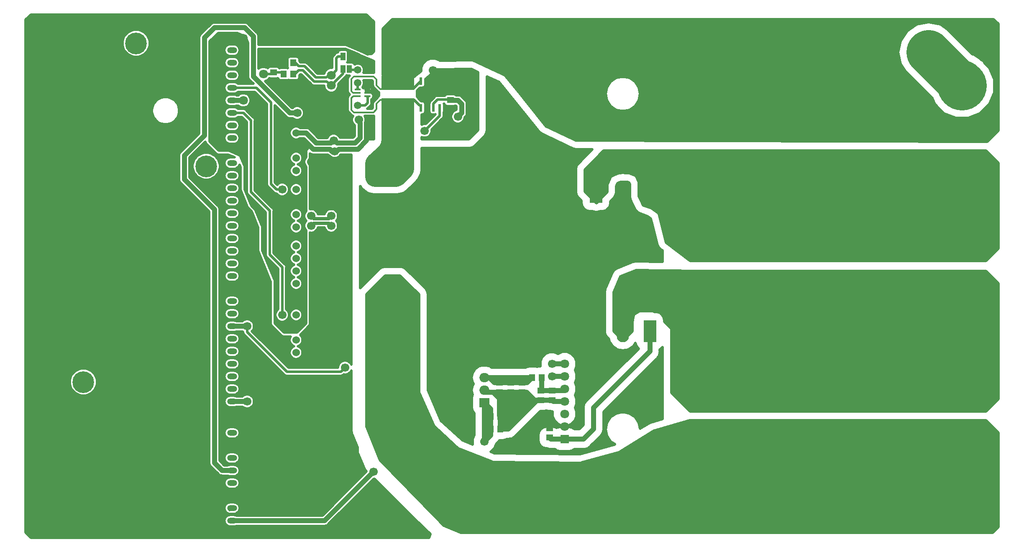
<source format=gbr>
G04 #@! TF.GenerationSoftware,KiCad,Pcbnew,(5.0.0-rc2-dev-586-g888c43477)*
G04 #@! TF.CreationDate,2018-06-03T12:19:04-03:00*
G04 #@! TF.ProjectId,Mcc18,4D636331382E6B696361645F70636200,rev?*
G04 #@! TF.SameCoordinates,Original*
G04 #@! TF.FileFunction,Copper,L2,Bot,Signal*
G04 #@! TF.FilePolarity,Positive*
%FSLAX46Y46*%
G04 Gerber Fmt 4.6, Leading zero omitted, Abs format (unit mm)*
G04 Created by KiCad (PCBNEW (5.0.0-rc2-dev-586-g888c43477)) date 06/03/18 12:19:04*
%MOMM*%
%LPD*%
G01*
G04 APERTURE LIST*
%ADD10C,1.524000*%
%ADD11C,4.400000*%
%ADD12R,1.000000X1.500000*%
%ADD13R,1.295000X1.400000*%
%ADD14R,1.400000X1.295000*%
%ADD15R,6.640000X2.932000*%
%ADD16R,1.168400X0.342900*%
%ADD17R,0.600000X1.550000*%
%ADD18R,2.500000X4.500000*%
%ADD19O,2.500000X4.500000*%
%ADD20C,1.800000*%
%ADD21R,1.800000X1.800000*%
%ADD22C,5.000000*%
%ADD23O,2.000000X1.200000*%
%ADD24O,2.000000X1.905000*%
%ADD25R,2.000000X1.905000*%
%ADD26C,2.200000*%
%ADD27C,2.400000*%
%ADD28C,10.000000*%
%ADD29C,3.000000*%
%ADD30C,1.700000*%
%ADD31C,1.500000*%
%ADD32C,1.000000*%
%ADD33C,0.508000*%
%ADD34C,0.342900*%
%ADD35C,9.000000*%
%ADD36C,0.800000*%
%ADD37C,3.000000*%
%ADD38C,0.635000*%
%ADD39C,0.254000*%
G04 APERTURE END LIST*
D10*
X105410000Y-67056000D03*
X105410000Y-69596000D03*
X105410000Y-72136000D03*
X105410000Y-75946000D03*
X105410000Y-78486000D03*
X105410000Y-81026000D03*
X105410000Y-83566000D03*
X105410000Y-87376000D03*
X105410000Y-89916000D03*
X105410000Y-92456000D03*
X105410000Y-94996000D03*
X105410000Y-97536000D03*
X105410000Y-101346000D03*
X105410000Y-103886000D03*
X105410000Y-106426000D03*
X105410000Y-108966000D03*
X105410000Y-64516000D03*
D11*
X85267800Y-90932000D03*
D12*
X114920000Y-51562000D03*
X116220000Y-51562000D03*
X114920000Y-49022000D03*
X116220000Y-49022000D03*
D13*
X104853500Y-52578000D03*
X102918500Y-52578000D03*
X104853500Y-50292000D03*
X102918500Y-50292000D03*
D14*
X136652000Y-57863500D03*
X136652000Y-55928500D03*
X100838000Y-50340500D03*
X100838000Y-52275500D03*
D15*
X125984000Y-54351000D03*
X125984000Y-58933000D03*
D16*
X117894100Y-55738001D03*
X117894100Y-56388000D03*
X117894100Y-57037999D03*
X119849900Y-57037999D03*
X119849900Y-56388000D03*
X119849900Y-55738001D03*
D17*
X130683000Y-54008040D03*
X131953000Y-54008040D03*
X133223000Y-54008040D03*
X134493000Y-54008040D03*
X134493000Y-59408040D03*
X133223000Y-59408040D03*
X131953000Y-59408040D03*
X130683000Y-59408040D03*
D18*
X177016000Y-104648000D03*
D19*
X171566000Y-104648000D03*
X166116000Y-104648000D03*
X177016000Y-76454000D03*
X171566000Y-76454000D03*
D18*
X166116000Y-76454000D03*
D20*
X159766000Y-123952000D03*
D21*
X159766000Y-126492000D03*
D20*
X159766000Y-111252000D03*
X159766000Y-121412000D03*
X159766000Y-118872000D03*
X159766000Y-113792000D03*
X159766000Y-116332000D03*
D22*
X124206000Y-100838000D03*
X124206000Y-71755000D03*
X153289000Y-100838000D03*
X153289000Y-71755000D03*
D11*
X62357000Y-114934000D03*
X73025000Y-46355000D03*
X87225274Y-71247000D03*
D23*
X92456000Y-45212000D03*
X92456000Y-47752000D03*
X92456000Y-50292000D03*
X92456000Y-52832000D03*
X92456000Y-55372000D03*
X92456000Y-57912000D03*
X92456000Y-60452000D03*
X92456000Y-62992000D03*
X92456000Y-65532000D03*
X92456000Y-70612000D03*
X92456000Y-73152000D03*
X92456000Y-75692000D03*
X92456000Y-78232000D03*
X92456000Y-80772000D03*
X92456000Y-83312000D03*
X92456000Y-85852000D03*
X92456000Y-88392000D03*
X92456000Y-90932000D03*
X92456000Y-93472000D03*
X92456000Y-96012000D03*
X92456000Y-98552000D03*
X92456000Y-101092000D03*
X92456000Y-103632000D03*
X92456000Y-106172000D03*
X92456000Y-108712000D03*
X92456000Y-111252000D03*
X92456000Y-113792000D03*
X92456000Y-116332000D03*
X92456000Y-118872000D03*
X92456000Y-125222000D03*
X92456000Y-127762000D03*
X92456000Y-130302000D03*
X92456000Y-132842000D03*
X92456000Y-135382000D03*
X92456000Y-137922000D03*
X92456000Y-140462000D03*
X92456000Y-143002000D03*
D14*
X146558000Y-115062000D03*
X146558000Y-116997000D03*
D24*
X143510000Y-114046000D03*
X143510000Y-116586000D03*
D25*
X143510000Y-119126000D03*
D26*
X220218000Y-74182000D03*
X220218000Y-59182000D03*
X230378000Y-74182000D03*
X230378000Y-59182000D03*
X210058000Y-74182000D03*
X210058000Y-59182000D03*
D13*
X155145500Y-114046000D03*
X153210500Y-114046000D03*
D14*
X148844000Y-116997000D03*
X148844000Y-115062000D03*
D13*
X144780000Y-124460000D03*
X146715000Y-124460000D03*
D14*
X154940000Y-118618000D03*
X154940000Y-116683000D03*
X151130000Y-115062000D03*
X151130000Y-116997000D03*
X157226000Y-118618000D03*
X157226000Y-116683000D03*
D13*
X146715000Y-121920000D03*
X144780000Y-121920000D03*
D27*
X214630000Y-107628000D03*
X214630000Y-135128000D03*
X227330000Y-104648000D03*
X227330000Y-77148000D03*
X214630000Y-77148000D03*
X214630000Y-104648000D03*
X201930000Y-104648000D03*
X201930000Y-77148000D03*
X227330000Y-107628000D03*
X227330000Y-135128000D03*
X189230000Y-104648000D03*
X189230000Y-77148000D03*
X201930000Y-107628000D03*
X201930000Y-135128000D03*
D28*
X240202000Y-129972000D03*
X240202000Y-104972000D03*
X240202000Y-79972000D03*
X240202000Y-54972000D03*
D29*
X233273600Y-47371000D03*
X210820000Y-47371000D03*
D14*
X156718000Y-126189500D03*
X156718000Y-124254500D03*
D30*
X105664000Y-60452000D03*
X94716600Y-45283120D03*
X133096000Y-51816000D03*
D20*
X98806000Y-50292000D03*
D31*
X119888000Y-54356000D03*
X119888000Y-51816000D03*
D30*
X140970000Y-61468000D03*
X113226505Y-68202801D03*
X131445006Y-61468000D03*
D31*
X121666000Y-56642000D03*
D30*
X120314022Y-61837200D03*
D31*
X117856000Y-58928000D03*
D30*
X138176000Y-61214000D03*
X113030000Y-66040000D03*
X118110000Y-61837200D03*
X191262000Y-68834000D03*
X191262000Y-120142000D03*
X148747000Y-119888000D03*
X157226000Y-111252000D03*
X115316000Y-109982000D03*
X115316000Y-114554000D03*
X112522000Y-70866000D03*
X118364000Y-132842000D03*
X108458000Y-70358000D03*
X143510000Y-127000000D03*
X121057396Y-133125570D03*
X102616000Y-75946000D03*
X102616000Y-101346000D03*
D20*
X98806000Y-52578000D03*
X94742000Y-57912000D03*
D30*
X95504000Y-103632000D03*
X157226000Y-113792000D03*
X115316000Y-112014000D03*
X95504000Y-118872000D03*
X191262000Y-123444000D03*
X135382000Y-140970000D03*
X146050000Y-140970000D03*
X185674000Y-128778000D03*
X185674000Y-137414000D03*
X191262000Y-65532000D03*
X133350000Y-45466000D03*
X128778000Y-42926000D03*
X139446000Y-45466000D03*
X108458000Y-83298400D03*
X112522000Y-83298400D03*
X108458000Y-81293600D03*
X112522000Y-81293600D03*
D20*
X112522000Y-52795600D03*
X112522000Y-54900403D03*
D30*
X131445000Y-64071500D03*
D31*
X117856000Y-54356002D03*
X117854038Y-51759750D03*
D32*
X88900000Y-131286000D02*
X90456000Y-132842000D01*
X88900000Y-80010000D02*
X88900000Y-131286000D01*
X90456000Y-132842000D02*
X92456000Y-132842000D01*
X82804000Y-73914000D02*
X88900000Y-80010000D01*
X86868000Y-45212000D02*
X86868000Y-65024000D01*
X104140000Y-60452000D02*
X96774000Y-53086000D01*
X86868000Y-65024000D02*
X82804000Y-69088000D01*
X105664000Y-60452000D02*
X104140000Y-60452000D01*
X96774000Y-53086000D02*
X96774000Y-44958000D01*
X96774000Y-44958000D02*
X94996000Y-43180000D01*
X94996000Y-43180000D02*
X88900000Y-43180000D01*
X82804000Y-69088000D02*
X82804000Y-73914000D01*
X88900000Y-43180000D02*
X86868000Y-45212000D01*
X146558000Y-115062000D02*
X148844000Y-115062000D01*
X152194500Y-115062000D02*
X153210500Y-114046000D01*
X151130000Y-115062000D02*
X152194500Y-115062000D01*
X145542000Y-114046000D02*
X146558000Y-115062000D01*
X143510000Y-114046000D02*
X145542000Y-114046000D01*
X146558000Y-115062000D02*
X147574000Y-114046000D01*
X147828000Y-114046000D02*
X148844000Y-115062000D01*
X147574000Y-114046000D02*
X147828000Y-114046000D01*
X149606000Y-115062000D02*
X149606000Y-114554000D01*
X147574000Y-114046000D02*
X150114000Y-114046000D01*
X149606000Y-114554000D02*
X150114000Y-114046000D01*
X149606000Y-115062000D02*
X151130000Y-115062000D01*
X148844000Y-115062000D02*
X149606000Y-115062000D01*
X151130000Y-115062000D02*
X150114000Y-114046000D01*
X151130000Y-115062000D02*
X152146000Y-114046000D01*
X150114000Y-114046000D02*
X152146000Y-114046000D01*
X152146000Y-114046000D02*
X153210500Y-114046000D01*
X146558000Y-115062000D02*
X145542000Y-115062000D01*
X145542000Y-115062000D02*
X144526000Y-114046000D01*
X143510000Y-114046000D02*
X144526000Y-114046000D01*
X144526000Y-114046000D02*
X147574000Y-114046000D01*
X94645480Y-45212000D02*
X94716600Y-45283120D01*
X92456000Y-45212000D02*
X94645480Y-45212000D01*
D33*
X135207780Y-55824360D02*
X136415780Y-55824360D01*
X132961018Y-55824360D02*
X135207780Y-55824360D01*
X131955540Y-54818882D02*
X132961018Y-55824360D01*
X131955540Y-54008040D02*
X131955540Y-54818882D01*
X133223000Y-54008040D02*
X133223000Y-51943000D01*
X133223000Y-51943000D02*
X133096000Y-51816000D01*
X101140500Y-50292000D02*
X99314000Y-50292000D01*
X102870000Y-50340500D02*
X102918500Y-50292000D01*
X100838000Y-50340500D02*
X102870000Y-50340500D01*
D34*
X120357900Y-54394100D02*
X120319800Y-54356000D01*
X119849900Y-54394100D02*
X119888000Y-54356000D01*
X117062900Y-49022000D02*
X116220000Y-49022000D01*
X117094000Y-49022000D02*
X117062900Y-49022000D01*
D32*
X140970000Y-61214000D02*
X140970000Y-61468000D01*
X140242810Y-60486810D02*
X140970000Y-61214000D01*
X140242810Y-57438810D02*
X140242810Y-60486810D01*
X136652000Y-55928500D02*
X138732500Y-55928500D01*
X138732500Y-55928500D02*
X140242810Y-57438810D01*
X108136721Y-67056000D02*
X105410000Y-67056000D01*
X108933531Y-67852810D02*
X108136721Y-67056000D01*
X112302810Y-67852810D02*
X108933531Y-67852810D01*
X113226505Y-68202801D02*
X112652801Y-68202801D01*
X112652801Y-68202801D02*
X112302810Y-67852810D01*
D33*
X119888000Y-54356000D02*
X119888000Y-55333900D01*
D34*
X119849900Y-55738001D02*
X119849900Y-55372000D01*
X119849900Y-55372000D02*
X119849900Y-54394100D01*
X119849900Y-55372000D02*
X119849900Y-55410100D01*
X119849900Y-55410100D02*
X119634000Y-55626000D01*
X119849900Y-55410100D02*
X119926100Y-55410100D01*
X119926100Y-55410100D02*
X120142000Y-55626000D01*
X119849900Y-55738001D02*
X119849900Y-56388000D01*
D33*
X116220000Y-49022000D02*
X117094000Y-49022000D01*
X117094000Y-49022000D02*
X119888000Y-51816000D01*
X131953000Y-60960006D02*
X131445006Y-61468000D01*
X131953000Y-59408040D02*
X131953000Y-60960006D01*
D34*
X119849900Y-56388000D02*
X121659178Y-56388000D01*
X121659178Y-56388000D02*
X121661661Y-56390483D01*
D32*
X120314022Y-61837200D02*
X120280800Y-61837200D01*
X120314022Y-61837200D02*
X120314022Y-62057978D01*
X120314022Y-62057978D02*
X119888000Y-62484000D01*
X113661199Y-68202801D02*
X113226505Y-68202801D01*
X120314022Y-61837200D02*
X120314022Y-62082284D01*
X119668810Y-62727496D02*
X119668810Y-66072469D01*
X119668810Y-66072469D02*
X117923279Y-67818000D01*
X117923279Y-67818000D02*
X114046000Y-67818000D01*
X120314022Y-62082284D02*
X119668810Y-62727496D01*
X114046000Y-67818000D02*
X113661199Y-68202801D01*
D33*
X135207780Y-57759360D02*
X136415780Y-57759360D01*
X134063378Y-57759360D02*
X135207780Y-57759360D01*
X133225540Y-58597198D02*
X134063378Y-57759360D01*
X133225540Y-59408040D02*
X133225540Y-58597198D01*
D32*
X136568420Y-57912000D02*
X136415780Y-57759360D01*
D34*
X119945150Y-57037999D02*
X120357900Y-57037999D01*
D32*
X112432200Y-66548000D02*
X109474000Y-66548000D01*
X107442000Y-64516000D02*
X105410000Y-64516000D01*
X109474000Y-66548000D02*
X107442000Y-64516000D01*
X136704500Y-57863500D02*
X136753000Y-57912000D01*
X136652000Y-57863500D02*
X136704500Y-57863500D01*
X138938000Y-58674000D02*
X138938000Y-60452000D01*
X138176000Y-57912000D02*
X138938000Y-58674000D01*
X136753000Y-57912000D02*
X138176000Y-57912000D01*
X138938000Y-60452000D02*
X138176000Y-61214000D01*
X112940200Y-66040000D02*
X112432200Y-66548000D01*
X113030000Y-66040000D02*
X112940200Y-66040000D01*
D33*
X117856000Y-58928000D02*
X119126000Y-58928000D01*
X119126000Y-58928000D02*
X119380000Y-58928000D01*
X119380000Y-58928000D02*
X119888000Y-58420000D01*
X119888000Y-58420000D02*
X119888000Y-57404000D01*
D34*
X119888000Y-57076099D02*
X119849900Y-57037999D01*
X119888000Y-57404000D02*
X119888000Y-57076099D01*
X119888000Y-57404000D02*
X119634000Y-57150000D01*
X119888000Y-57404000D02*
X120142000Y-57150000D01*
D32*
X113284000Y-66040000D02*
X113030000Y-66040000D01*
X118364000Y-62484000D02*
X118364000Y-65532000D01*
X118110000Y-62230000D02*
X118364000Y-62484000D01*
X118364000Y-65532000D02*
X117382808Y-66513192D01*
X118110000Y-61837200D02*
X118110000Y-62230000D01*
X117382808Y-66513192D02*
X113757192Y-66513192D01*
X113757192Y-66513192D02*
X113284000Y-66040000D01*
X155145500Y-116477500D02*
X154940000Y-116683000D01*
X155145500Y-114046000D02*
X155145500Y-116477500D01*
X159415000Y-116683000D02*
X159766000Y-116332000D01*
X157226000Y-116683000D02*
X159415000Y-116683000D01*
X157226000Y-116683000D02*
X154940000Y-116683000D01*
D35*
X240202000Y-54972000D02*
X240202000Y-54299400D01*
X240202000Y-54972000D02*
X233426000Y-48196000D01*
D33*
X177016000Y-107406000D02*
X177016000Y-104648000D01*
D36*
X177016000Y-104648000D02*
X177016000Y-108177500D01*
D32*
X165608000Y-124460000D02*
X163576000Y-126492000D01*
X165608000Y-120142000D02*
X165608000Y-124460000D01*
X163576000Y-126492000D02*
X159766000Y-126492000D01*
X177016000Y-104648000D02*
X177016000Y-108734000D01*
X177016000Y-108734000D02*
X165608000Y-120142000D01*
X157020500Y-126492000D02*
X156718000Y-126189500D01*
X159766000Y-126492000D02*
X157020500Y-126492000D01*
X146715000Y-124460000D02*
X146715000Y-121920000D01*
X146558000Y-121763000D02*
X146715000Y-121920000D01*
X146558000Y-116997000D02*
X146558000Y-121763000D01*
X143921000Y-116997000D02*
X143510000Y-116586000D01*
X157480000Y-118872000D02*
X157226000Y-118618000D01*
X159766000Y-118872000D02*
X157480000Y-118872000D01*
X157226000Y-118618000D02*
X154940000Y-118618000D01*
X152751000Y-118618000D02*
X151130000Y-116997000D01*
X154940000Y-118618000D02*
X152751000Y-118618000D01*
X150017000Y-118618000D02*
X148747000Y-119888000D01*
X146715000Y-119126000D02*
X148844000Y-116997000D01*
X146715000Y-121920000D02*
X146715000Y-119126000D01*
X146558000Y-116997000D02*
X147574000Y-116997000D01*
X146715000Y-117856000D02*
X147574000Y-116997000D01*
X147574000Y-116997000D02*
X151130000Y-116997000D01*
X146838500Y-120650000D02*
X146715000Y-120650000D01*
X146715000Y-121920000D02*
X146715000Y-120650000D01*
X148844000Y-118644500D02*
X146838500Y-120650000D01*
X146715000Y-120650000D02*
X146715000Y-117856000D01*
X147574000Y-119126000D02*
X148844000Y-117856000D01*
X146715000Y-119126000D02*
X147574000Y-119126000D01*
X148844000Y-116997000D02*
X148844000Y-117856000D01*
X148844000Y-117856000D02*
X148844000Y-118644500D01*
X148844000Y-118644500D02*
X148844000Y-118618000D01*
X148844000Y-118618000D02*
X149606000Y-117856000D01*
X149606000Y-117856000D02*
X151384000Y-117856000D01*
X146558000Y-118267000D02*
X145288000Y-116997000D01*
X146558000Y-118969000D02*
X146558000Y-118267000D01*
X146558000Y-116997000D02*
X145288000Y-116997000D01*
X146715000Y-119126000D02*
X146558000Y-118969000D01*
X145288000Y-116997000D02*
X143921000Y-116997000D01*
X151130000Y-116997000D02*
X152049000Y-116997000D01*
X152049000Y-116997000D02*
X153670000Y-118618000D01*
X154940000Y-118618000D02*
X153670000Y-118618000D01*
X153670000Y-118618000D02*
X150017000Y-118618000D01*
X150857000Y-118618000D02*
X154940000Y-118618000D01*
X146715000Y-122760000D02*
X150857000Y-118618000D01*
X146715000Y-124460000D02*
X148362500Y-124460000D01*
X153670000Y-119126000D02*
X154178000Y-118618000D01*
X153670000Y-119152500D02*
X153670000Y-119126000D01*
X147066000Y-124460000D02*
X146715000Y-124460000D01*
X152400000Y-119126000D02*
X147066000Y-124460000D01*
X146715000Y-123698000D02*
X146812000Y-123698000D01*
X146715000Y-123698000D02*
X146715000Y-122760000D01*
X151384000Y-119126000D02*
X152400000Y-119126000D01*
X146812000Y-123698000D02*
X151384000Y-119126000D01*
X153672304Y-119126000D02*
X152400000Y-119126000D01*
X148362500Y-124460000D02*
X153672304Y-119126000D01*
X153672304Y-119126000D02*
X154178000Y-118618000D01*
X148747000Y-119888000D02*
X146715000Y-121920000D01*
D33*
X94996000Y-96012000D02*
X92456000Y-96012000D01*
X97536000Y-98552000D02*
X94996000Y-96012000D01*
X103886000Y-111506000D02*
X97536000Y-105156000D01*
X97536000Y-105156000D02*
X97536000Y-98552000D01*
X115316000Y-109982000D02*
X114046000Y-109982000D01*
X112522000Y-111506000D02*
X103886000Y-111506000D01*
X114046000Y-109982000D02*
X112522000Y-111506000D01*
D32*
X157226000Y-111252000D02*
X159766000Y-111252000D01*
X144780000Y-125730000D02*
X144780000Y-123190000D01*
X144780000Y-123190000D02*
X143510000Y-123190000D01*
X143510000Y-123190000D02*
X143510000Y-119126000D01*
X144780000Y-125730000D02*
X143510000Y-127000000D01*
X143510000Y-127000000D02*
X143510000Y-123190000D01*
X144018000Y-124968000D02*
X144780000Y-125730000D01*
X143510000Y-119126000D02*
X144780000Y-120396000D01*
X144780000Y-120396000D02*
X144780000Y-123190000D01*
X143510000Y-119126000D02*
X143510000Y-120142000D01*
X143510000Y-120142000D02*
X144018000Y-120650000D01*
X144780000Y-121920000D02*
X144018000Y-121920000D01*
X144018000Y-120650000D02*
X144018000Y-121920000D01*
X144272000Y-124460000D02*
X144018000Y-124206000D01*
X144780000Y-124460000D02*
X144272000Y-124460000D01*
X144018000Y-124206000D02*
X144018000Y-124968000D01*
X144018000Y-123698000D02*
X144018000Y-124206000D01*
X144018000Y-121920000D02*
X144018000Y-122428000D01*
X144018000Y-125730000D02*
X144780000Y-125730000D01*
X111180966Y-143002000D02*
X121057396Y-133125570D01*
X92456000Y-143002000D02*
X111180966Y-143002000D01*
D33*
X101413919Y-75946000D02*
X102616000Y-75946000D01*
X100330000Y-74862081D02*
X101413919Y-75946000D01*
X100330000Y-58361580D02*
X100330000Y-74862081D01*
X92456000Y-55372000D02*
X97340420Y-55372000D01*
X97340420Y-55372000D02*
X100330000Y-58361580D01*
X94742000Y-60452000D02*
X92456000Y-60452000D01*
X102616000Y-91694000D02*
X100076000Y-89154000D01*
X102616000Y-101346000D02*
X102616000Y-91694000D01*
X100076000Y-89154000D02*
X100076000Y-80264000D01*
X100076000Y-80264000D02*
X96266000Y-76454000D01*
X96266000Y-76454000D02*
X96266000Y-61976000D01*
X96266000Y-61976000D02*
X94742000Y-60452000D01*
X101140500Y-52578000D02*
X99314000Y-52578000D01*
X102616000Y-52275500D02*
X102918500Y-52578000D01*
X100838000Y-52275500D02*
X102616000Y-52275500D01*
D32*
X94742000Y-57912000D02*
X92456000Y-57912000D01*
D33*
X95504000Y-103632000D02*
X95504000Y-104834081D01*
X95504000Y-104834081D02*
X103533918Y-112863999D01*
X114466001Y-112863999D02*
X115316000Y-112014000D01*
X103533918Y-112863999D02*
X114466001Y-112863999D01*
D32*
X94456000Y-103632000D02*
X92456000Y-103632000D01*
X92456000Y-103632000D02*
X95504000Y-103632000D01*
X159766000Y-113792000D02*
X157226000Y-113792000D01*
X92456000Y-118872000D02*
X95504000Y-118872000D01*
X208915000Y-45466000D02*
X210820000Y-47371000D01*
X133350000Y-45466000D02*
X208915000Y-45466000D01*
X222631000Y-59182000D02*
X230378000Y-59182000D01*
X210820000Y-47371000D02*
X222631000Y-59182000D01*
D34*
X125481000Y-53848000D02*
X125984000Y-54351000D01*
X125984000Y-54351000D02*
X124130000Y-54351000D01*
X124130000Y-54351000D02*
X122865000Y-53086000D01*
D37*
X126037340Y-54198600D02*
X126037340Y-52778660D01*
X126037340Y-52778660D02*
X133350000Y-45466000D01*
D34*
X124020500Y-54351000D02*
X122809000Y-55562500D01*
X125984000Y-54351000D02*
X124020500Y-54351000D01*
X122697015Y-55610985D02*
X123957000Y-54351000D01*
X123957000Y-54351000D02*
X125984000Y-54351000D01*
X116967000Y-56388000D02*
X116586000Y-56007000D01*
X117894100Y-56388000D02*
X116967000Y-56388000D01*
X116586000Y-56007000D02*
X116586000Y-53594000D01*
X116586000Y-53594000D02*
X117094000Y-53086000D01*
X121056100Y-53086000D02*
X121666000Y-53695900D01*
X117094000Y-53086000D02*
X121056100Y-53086000D01*
X122449837Y-55610985D02*
X122697015Y-55610985D01*
X121666000Y-53695900D02*
X121666000Y-54827148D01*
X121666000Y-54827148D02*
X122449837Y-55610985D01*
D33*
X129131080Y-55562500D02*
X130685540Y-54008040D01*
X126037340Y-54198600D02*
X127401240Y-55562500D01*
X127401240Y-55562500D02*
X129131080Y-55562500D01*
X92075000Y-140716000D02*
X91948000Y-140843000D01*
D38*
X108458000Y-83298400D02*
X108990500Y-82765900D01*
X111989500Y-82765900D02*
X112522000Y-83298400D01*
X108990500Y-82765900D02*
X111989500Y-82765900D01*
X108458000Y-81293600D02*
X108990500Y-81826100D01*
X108990500Y-81826100D02*
X111989500Y-81826100D01*
X111989500Y-81826100D02*
X112522000Y-81293600D01*
D33*
X112522000Y-52795600D02*
X112304400Y-52795600D01*
X112522000Y-52795600D02*
X112050400Y-52795600D01*
X112050400Y-52795600D02*
X111556790Y-53289210D01*
X105962409Y-51003210D02*
X105156000Y-50196801D01*
X107137210Y-51003210D02*
X105962409Y-51003210D01*
X107137210Y-51003210D02*
X109423210Y-53289210D01*
X111556790Y-53289210D02*
X109423210Y-53289210D01*
X113912000Y-49022000D02*
X113538000Y-49396000D01*
X114920000Y-49022000D02*
X113912000Y-49022000D01*
X113538000Y-51779600D02*
X112522000Y-52795600D01*
X113538000Y-49396000D02*
X113538000Y-51779600D01*
X105918000Y-51816000D02*
X105156000Y-52578000D01*
X106800542Y-51816000D02*
X105918000Y-51816000D01*
X109086542Y-54102000D02*
X106800542Y-51816000D01*
X111622001Y-54102000D02*
X109086542Y-54102000D01*
X112522000Y-54900403D02*
X112420404Y-54900403D01*
X112420404Y-54900403D02*
X111622001Y-54102000D01*
X114920000Y-52502403D02*
X112522000Y-54900403D01*
X114920000Y-51562000D02*
X114920000Y-52502403D01*
X134493000Y-59408040D02*
X134493000Y-61023500D01*
X134493000Y-61023500D02*
X132294999Y-63221501D01*
X132294999Y-63221501D02*
X131445000Y-64071500D01*
D34*
X117894100Y-54394102D02*
X117856000Y-54356002D01*
X116417750Y-51759750D02*
X116220000Y-51562000D01*
X117894100Y-55738001D02*
X117894100Y-55372000D01*
X117894100Y-55372000D02*
X117894100Y-54394102D01*
D33*
X117856000Y-54356002D02*
X117856000Y-55333900D01*
D34*
X117894100Y-55372000D02*
X117856000Y-55372000D01*
X117894100Y-55410100D02*
X117894100Y-55738001D01*
X117856000Y-55372000D02*
X117894100Y-55410100D01*
X117856000Y-55372000D02*
X117602000Y-55626000D01*
X117856000Y-55372000D02*
X118110000Y-55626000D01*
D33*
X117854038Y-51759750D02*
X116417750Y-51759750D01*
D37*
X124388880Y-71572120D02*
X124206000Y-71755000D01*
X124206000Y-71755000D02*
X124206000Y-60611940D01*
D34*
X125481000Y-59436000D02*
X125984000Y-58933000D01*
X125984000Y-58933000D02*
X124719000Y-60198000D01*
X124147500Y-58933000D02*
X122831234Y-57616734D01*
X125984000Y-58933000D02*
X124147500Y-58933000D01*
X121081500Y-60325000D02*
X121691400Y-59715100D01*
X117119400Y-60325000D02*
X121081500Y-60325000D01*
X117919500Y-57023000D02*
X116992400Y-57023000D01*
X116992400Y-57023000D02*
X116611400Y-57404000D01*
X116611400Y-57404000D02*
X116611400Y-59817000D01*
X121691400Y-58583852D02*
X122475237Y-57800015D01*
X122475237Y-57800015D02*
X122722415Y-57800015D01*
X121691400Y-59715100D02*
X121691400Y-58583852D01*
X116611400Y-59817000D02*
X117119400Y-60325000D01*
X125984000Y-58933000D02*
X124682352Y-57631352D01*
D33*
X130683000Y-59405500D02*
X130685540Y-59408040D01*
X130683000Y-58928000D02*
X130683000Y-59405500D01*
X130429000Y-58928000D02*
X130683000Y-58928000D01*
X129222500Y-57721500D02*
X130429000Y-58928000D01*
X126037340Y-58780600D02*
X127096440Y-57721500D01*
X127096440Y-57721500D02*
X129222500Y-57721500D01*
G36*
X146471916Y-54224516D02*
X154656644Y-64298029D01*
X155182549Y-64712167D01*
X161395092Y-67679803D01*
X162047728Y-67828636D01*
X165400736Y-67838002D01*
X162498369Y-70740369D01*
X162168008Y-71234790D01*
X162052000Y-71818000D01*
X162052000Y-76454000D01*
X162168008Y-77037210D01*
X162498369Y-77531631D01*
X163208553Y-78241815D01*
X163208553Y-78704000D01*
X163334719Y-79338278D01*
X163694008Y-79875992D01*
X164231722Y-80235281D01*
X164866000Y-80361447D01*
X165472110Y-80361447D01*
X165532790Y-80401992D01*
X166116000Y-80518000D01*
X166243000Y-80518000D01*
X166826210Y-80401992D01*
X166886890Y-80361447D01*
X167366000Y-80361447D01*
X168000278Y-80235281D01*
X168537992Y-79875992D01*
X168897281Y-79338278D01*
X169023447Y-78704000D01*
X169023447Y-78368815D01*
X169733631Y-77658631D01*
X170063992Y-77164210D01*
X170180000Y-76581000D01*
X170180000Y-75369167D01*
X170457419Y-74699419D01*
X171127167Y-74422000D01*
X172460438Y-74422000D01*
X172823581Y-74572419D01*
X172974000Y-74935562D01*
X172974000Y-77315118D01*
X173113426Y-77951932D01*
X174002426Y-79884814D01*
X174395192Y-80405106D01*
X174512787Y-80505902D01*
X174975849Y-80778133D01*
X176545031Y-81358611D01*
X177222816Y-81881742D01*
X178614287Y-87194631D01*
X178766593Y-87566781D01*
X179157399Y-88014957D01*
X179578000Y-88339587D01*
X179578000Y-90589162D01*
X179415011Y-90587310D01*
X174221773Y-90469283D01*
X173619971Y-90578362D01*
X170247825Y-91930472D01*
X169737369Y-92267369D01*
X169407008Y-92761790D01*
X168010008Y-96134446D01*
X167894000Y-96717656D01*
X167894000Y-104775000D01*
X168010008Y-105358210D01*
X168340369Y-105852631D01*
X168757800Y-106270062D01*
X168857244Y-106770002D01*
X169492808Y-107721191D01*
X170443997Y-108356756D01*
X171566000Y-108579936D01*
X172688002Y-108356756D01*
X173639191Y-107721192D01*
X174127061Y-106991044D01*
X174234719Y-107532278D01*
X174594008Y-108069992D01*
X174728066Y-108159566D01*
X164317776Y-118569857D01*
X164148778Y-118682778D01*
X163701434Y-119352276D01*
X163584000Y-119942657D01*
X163584000Y-119942661D01*
X163544349Y-120142000D01*
X163584000Y-120341340D01*
X163584001Y-123621632D01*
X162737633Y-124468000D01*
X161726941Y-124468000D01*
X161260635Y-124156424D01*
X160666000Y-124038144D01*
X158866000Y-124038144D01*
X158271365Y-124156424D01*
X158179415Y-124217863D01*
X158012635Y-124106424D01*
X157418000Y-123988144D01*
X156018000Y-123988144D01*
X155423365Y-124106424D01*
X154919258Y-124443258D01*
X154582424Y-124947365D01*
X154464144Y-125542000D01*
X154464144Y-126837000D01*
X154582424Y-127431635D01*
X154919258Y-127935742D01*
X155423365Y-128272576D01*
X156018000Y-128390856D01*
X156219236Y-128390856D01*
X156230775Y-128398566D01*
X156821156Y-128516000D01*
X156821161Y-128516000D01*
X157020500Y-128555651D01*
X157219839Y-128516000D01*
X157805059Y-128516000D01*
X158271365Y-128827576D01*
X158866000Y-128945856D01*
X160666000Y-128945856D01*
X161260635Y-128827576D01*
X161726941Y-128516000D01*
X163376661Y-128516000D01*
X163576000Y-128555651D01*
X163775339Y-128516000D01*
X163775344Y-128516000D01*
X164365725Y-128398566D01*
X165035222Y-127951222D01*
X165148143Y-127782224D01*
X166898227Y-126032141D01*
X167067222Y-125919222D01*
X167514566Y-125249725D01*
X167632000Y-124659344D01*
X167632000Y-124659339D01*
X167671651Y-124460000D01*
X167632000Y-124260661D01*
X167632000Y-120980367D01*
X178306227Y-110306141D01*
X178475222Y-110193222D01*
X178685236Y-109878914D01*
X178922565Y-109523727D01*
X178922565Y-109523726D01*
X178922566Y-109523725D01*
X179040000Y-108933344D01*
X179040000Y-108933340D01*
X179079651Y-108734001D01*
X179040000Y-108534662D01*
X179040000Y-108335922D01*
X179437992Y-108069992D01*
X179578000Y-107860455D01*
X179578000Y-122413246D01*
X177283085Y-123065316D01*
X176898269Y-123234982D01*
X175034650Y-124387037D01*
X174792844Y-123171397D01*
X174035720Y-122038280D01*
X172902603Y-121281156D01*
X171903390Y-121082400D01*
X171228610Y-121082400D01*
X170229397Y-121281156D01*
X169096280Y-122038280D01*
X168339156Y-123171397D01*
X168073289Y-124508000D01*
X168339156Y-125844603D01*
X169096280Y-126977720D01*
X169936099Y-127538869D01*
X169916856Y-127550765D01*
X162931024Y-129498740D01*
X145523373Y-129328077D01*
X144794276Y-129037635D01*
X144854763Y-129012580D01*
X145522580Y-128344763D01*
X145872581Y-127499786D01*
X146070224Y-127302143D01*
X146239222Y-127189222D01*
X146556852Y-126713856D01*
X147362500Y-126713856D01*
X147957135Y-126595576D01*
X148124120Y-126484000D01*
X148165483Y-126484000D01*
X148367191Y-126523646D01*
X148759300Y-126444724D01*
X149152225Y-126366566D01*
X149154215Y-126365236D01*
X149156557Y-126364765D01*
X149488750Y-126141707D01*
X149821722Y-125919222D01*
X149935932Y-125748295D01*
X154842513Y-120819356D01*
X155640000Y-120819356D01*
X156083000Y-120731238D01*
X156526000Y-120819356D01*
X156895340Y-120819356D01*
X157280656Y-120896000D01*
X157280660Y-120896000D01*
X157350279Y-120909848D01*
X157342000Y-120929836D01*
X157342000Y-121894164D01*
X157711032Y-122785086D01*
X158392914Y-123466968D01*
X159283836Y-123836000D01*
X160248164Y-123836000D01*
X161139086Y-123466968D01*
X161820968Y-122785086D01*
X162190000Y-121894164D01*
X162190000Y-120929836D01*
X161863668Y-120142000D01*
X162190000Y-119354164D01*
X162190000Y-118389836D01*
X161863668Y-117602000D01*
X162190000Y-116814164D01*
X162190000Y-115849836D01*
X161863668Y-115062000D01*
X162190000Y-114274164D01*
X162190000Y-113309836D01*
X161863668Y-112522000D01*
X162190000Y-111734164D01*
X162190000Y-110769836D01*
X161820968Y-109878914D01*
X161139086Y-109197032D01*
X160248164Y-108828000D01*
X159283836Y-108828000D01*
X158430672Y-109181392D01*
X157698218Y-108878000D01*
X156753782Y-108878000D01*
X155881237Y-109239420D01*
X155213420Y-109907237D01*
X154852000Y-110779782D01*
X154852000Y-111724218D01*
X154880136Y-111792144D01*
X154498000Y-111792144D01*
X154178000Y-111855796D01*
X153858000Y-111792144D01*
X152563000Y-111792144D01*
X151968365Y-111910424D01*
X151801380Y-112022000D01*
X150313339Y-112022000D01*
X150114000Y-111982349D01*
X150113999Y-111982349D01*
X149914660Y-112022000D01*
X148027339Y-112022000D01*
X147828000Y-111982349D01*
X147701000Y-112007611D01*
X147574000Y-111982349D01*
X147374661Y-112022000D01*
X145741339Y-112022000D01*
X145542000Y-111982349D01*
X145342661Y-112022000D01*
X144985952Y-112022000D01*
X144523782Y-111713188D01*
X143801412Y-111569500D01*
X143218588Y-111569500D01*
X142496218Y-111713188D01*
X141677043Y-112260543D01*
X141129688Y-113079718D01*
X140937483Y-114046000D01*
X141129688Y-115012282D01*
X141332626Y-115316000D01*
X141129688Y-115619718D01*
X140937483Y-116586000D01*
X141121085Y-117509032D01*
X141074424Y-117578865D01*
X140956144Y-118173500D01*
X140956144Y-120078500D01*
X141074424Y-120673135D01*
X141411258Y-121177242D01*
X141486000Y-121227183D01*
X141486000Y-122990655D01*
X141446348Y-123190000D01*
X141486001Y-123389349D01*
X141486000Y-125682806D01*
X141136000Y-126527782D01*
X141136000Y-127472218D01*
X141189630Y-127601692D01*
X139121253Y-126777736D01*
X134757088Y-122725297D01*
X132080000Y-116586167D01*
X132080000Y-97091000D01*
X131963992Y-96507790D01*
X131633631Y-96013369D01*
X127633631Y-92013369D01*
X127139210Y-91683008D01*
X126556000Y-91567000D01*
X123380000Y-91567000D01*
X122796790Y-91683008D01*
X122302369Y-92013369D01*
X118364000Y-95951738D01*
X118364000Y-75236059D01*
X118438878Y-75365751D01*
X118756715Y-75779965D01*
X119038035Y-76061285D01*
X119452249Y-76379122D01*
X119796790Y-76578043D01*
X120279152Y-76777844D01*
X120663441Y-76880814D01*
X121181079Y-76948962D01*
X121380000Y-76962000D01*
X125663573Y-76962000D01*
X125862494Y-76948962D01*
X126380132Y-76880814D01*
X126764421Y-76777844D01*
X127246783Y-76578043D01*
X127591326Y-76379121D01*
X128005539Y-76061284D01*
X128155417Y-75929845D01*
X129777845Y-74307417D01*
X129909284Y-74157539D01*
X130227121Y-73743326D01*
X130426043Y-73398783D01*
X130625844Y-72916421D01*
X130728814Y-72532132D01*
X130796962Y-72014494D01*
X130810000Y-71815573D01*
X130810000Y-67564000D01*
X140494000Y-67564000D01*
X141077210Y-67447992D01*
X141571631Y-67117631D01*
X143571631Y-65117631D01*
X143901992Y-64623210D01*
X144018000Y-64040000D01*
X144018000Y-53063147D01*
X146471916Y-54224516D01*
X146471916Y-54224516D01*
G37*
X146471916Y-54224516D02*
X154656644Y-64298029D01*
X155182549Y-64712167D01*
X161395092Y-67679803D01*
X162047728Y-67828636D01*
X165400736Y-67838002D01*
X162498369Y-70740369D01*
X162168008Y-71234790D01*
X162052000Y-71818000D01*
X162052000Y-76454000D01*
X162168008Y-77037210D01*
X162498369Y-77531631D01*
X163208553Y-78241815D01*
X163208553Y-78704000D01*
X163334719Y-79338278D01*
X163694008Y-79875992D01*
X164231722Y-80235281D01*
X164866000Y-80361447D01*
X165472110Y-80361447D01*
X165532790Y-80401992D01*
X166116000Y-80518000D01*
X166243000Y-80518000D01*
X166826210Y-80401992D01*
X166886890Y-80361447D01*
X167366000Y-80361447D01*
X168000278Y-80235281D01*
X168537992Y-79875992D01*
X168897281Y-79338278D01*
X169023447Y-78704000D01*
X169023447Y-78368815D01*
X169733631Y-77658631D01*
X170063992Y-77164210D01*
X170180000Y-76581000D01*
X170180000Y-75369167D01*
X170457419Y-74699419D01*
X171127167Y-74422000D01*
X172460438Y-74422000D01*
X172823581Y-74572419D01*
X172974000Y-74935562D01*
X172974000Y-77315118D01*
X173113426Y-77951932D01*
X174002426Y-79884814D01*
X174395192Y-80405106D01*
X174512787Y-80505902D01*
X174975849Y-80778133D01*
X176545031Y-81358611D01*
X177222816Y-81881742D01*
X178614287Y-87194631D01*
X178766593Y-87566781D01*
X179157399Y-88014957D01*
X179578000Y-88339587D01*
X179578000Y-90589162D01*
X179415011Y-90587310D01*
X174221773Y-90469283D01*
X173619971Y-90578362D01*
X170247825Y-91930472D01*
X169737369Y-92267369D01*
X169407008Y-92761790D01*
X168010008Y-96134446D01*
X167894000Y-96717656D01*
X167894000Y-104775000D01*
X168010008Y-105358210D01*
X168340369Y-105852631D01*
X168757800Y-106270062D01*
X168857244Y-106770002D01*
X169492808Y-107721191D01*
X170443997Y-108356756D01*
X171566000Y-108579936D01*
X172688002Y-108356756D01*
X173639191Y-107721192D01*
X174127061Y-106991044D01*
X174234719Y-107532278D01*
X174594008Y-108069992D01*
X174728066Y-108159566D01*
X164317776Y-118569857D01*
X164148778Y-118682778D01*
X163701434Y-119352276D01*
X163584000Y-119942657D01*
X163584000Y-119942661D01*
X163544349Y-120142000D01*
X163584000Y-120341340D01*
X163584001Y-123621632D01*
X162737633Y-124468000D01*
X161726941Y-124468000D01*
X161260635Y-124156424D01*
X160666000Y-124038144D01*
X158866000Y-124038144D01*
X158271365Y-124156424D01*
X158179415Y-124217863D01*
X158012635Y-124106424D01*
X157418000Y-123988144D01*
X156018000Y-123988144D01*
X155423365Y-124106424D01*
X154919258Y-124443258D01*
X154582424Y-124947365D01*
X154464144Y-125542000D01*
X154464144Y-126837000D01*
X154582424Y-127431635D01*
X154919258Y-127935742D01*
X155423365Y-128272576D01*
X156018000Y-128390856D01*
X156219236Y-128390856D01*
X156230775Y-128398566D01*
X156821156Y-128516000D01*
X156821161Y-128516000D01*
X157020500Y-128555651D01*
X157219839Y-128516000D01*
X157805059Y-128516000D01*
X158271365Y-128827576D01*
X158866000Y-128945856D01*
X160666000Y-128945856D01*
X161260635Y-128827576D01*
X161726941Y-128516000D01*
X163376661Y-128516000D01*
X163576000Y-128555651D01*
X163775339Y-128516000D01*
X163775344Y-128516000D01*
X164365725Y-128398566D01*
X165035222Y-127951222D01*
X165148143Y-127782224D01*
X166898227Y-126032141D01*
X167067222Y-125919222D01*
X167514566Y-125249725D01*
X167632000Y-124659344D01*
X167632000Y-124659339D01*
X167671651Y-124460000D01*
X167632000Y-124260661D01*
X167632000Y-120980367D01*
X178306227Y-110306141D01*
X178475222Y-110193222D01*
X178685236Y-109878914D01*
X178922565Y-109523727D01*
X178922565Y-109523726D01*
X178922566Y-109523725D01*
X179040000Y-108933344D01*
X179040000Y-108933340D01*
X179079651Y-108734001D01*
X179040000Y-108534662D01*
X179040000Y-108335922D01*
X179437992Y-108069992D01*
X179578000Y-107860455D01*
X179578000Y-122413246D01*
X177283085Y-123065316D01*
X176898269Y-123234982D01*
X175034650Y-124387037D01*
X174792844Y-123171397D01*
X174035720Y-122038280D01*
X172902603Y-121281156D01*
X171903390Y-121082400D01*
X171228610Y-121082400D01*
X170229397Y-121281156D01*
X169096280Y-122038280D01*
X168339156Y-123171397D01*
X168073289Y-124508000D01*
X168339156Y-125844603D01*
X169096280Y-126977720D01*
X169936099Y-127538869D01*
X169916856Y-127550765D01*
X162931024Y-129498740D01*
X145523373Y-129328077D01*
X144794276Y-129037635D01*
X144854763Y-129012580D01*
X145522580Y-128344763D01*
X145872581Y-127499786D01*
X146070224Y-127302143D01*
X146239222Y-127189222D01*
X146556852Y-126713856D01*
X147362500Y-126713856D01*
X147957135Y-126595576D01*
X148124120Y-126484000D01*
X148165483Y-126484000D01*
X148367191Y-126523646D01*
X148759300Y-126444724D01*
X149152225Y-126366566D01*
X149154215Y-126365236D01*
X149156557Y-126364765D01*
X149488750Y-126141707D01*
X149821722Y-125919222D01*
X149935932Y-125748295D01*
X154842513Y-120819356D01*
X155640000Y-120819356D01*
X156083000Y-120731238D01*
X156526000Y-120819356D01*
X156895340Y-120819356D01*
X157280656Y-120896000D01*
X157280660Y-120896000D01*
X157350279Y-120909848D01*
X157342000Y-120929836D01*
X157342000Y-121894164D01*
X157711032Y-122785086D01*
X158392914Y-123466968D01*
X159283836Y-123836000D01*
X160248164Y-123836000D01*
X161139086Y-123466968D01*
X161820968Y-122785086D01*
X162190000Y-121894164D01*
X162190000Y-120929836D01*
X161863668Y-120142000D01*
X162190000Y-119354164D01*
X162190000Y-118389836D01*
X161863668Y-117602000D01*
X162190000Y-116814164D01*
X162190000Y-115849836D01*
X161863668Y-115062000D01*
X162190000Y-114274164D01*
X162190000Y-113309836D01*
X161863668Y-112522000D01*
X162190000Y-111734164D01*
X162190000Y-110769836D01*
X161820968Y-109878914D01*
X161139086Y-109197032D01*
X160248164Y-108828000D01*
X159283836Y-108828000D01*
X158430672Y-109181392D01*
X157698218Y-108878000D01*
X156753782Y-108878000D01*
X155881237Y-109239420D01*
X155213420Y-109907237D01*
X154852000Y-110779782D01*
X154852000Y-111724218D01*
X154880136Y-111792144D01*
X154498000Y-111792144D01*
X154178000Y-111855796D01*
X153858000Y-111792144D01*
X152563000Y-111792144D01*
X151968365Y-111910424D01*
X151801380Y-112022000D01*
X150313339Y-112022000D01*
X150114000Y-111982349D01*
X150113999Y-111982349D01*
X149914660Y-112022000D01*
X148027339Y-112022000D01*
X147828000Y-111982349D01*
X147701000Y-112007611D01*
X147574000Y-111982349D01*
X147374661Y-112022000D01*
X145741339Y-112022000D01*
X145542000Y-111982349D01*
X145342661Y-112022000D01*
X144985952Y-112022000D01*
X144523782Y-111713188D01*
X143801412Y-111569500D01*
X143218588Y-111569500D01*
X142496218Y-111713188D01*
X141677043Y-112260543D01*
X141129688Y-113079718D01*
X140937483Y-114046000D01*
X141129688Y-115012282D01*
X141332626Y-115316000D01*
X141129688Y-115619718D01*
X140937483Y-116586000D01*
X141121085Y-117509032D01*
X141074424Y-117578865D01*
X140956144Y-118173500D01*
X140956144Y-120078500D01*
X141074424Y-120673135D01*
X141411258Y-121177242D01*
X141486000Y-121227183D01*
X141486000Y-122990655D01*
X141446348Y-123190000D01*
X141486001Y-123389349D01*
X141486000Y-125682806D01*
X141136000Y-126527782D01*
X141136000Y-127472218D01*
X141189630Y-127601692D01*
X139121253Y-126777736D01*
X134757088Y-122725297D01*
X132080000Y-116586167D01*
X132080000Y-97091000D01*
X131963992Y-96507790D01*
X131633631Y-96013369D01*
X127633631Y-92013369D01*
X127139210Y-91683008D01*
X126556000Y-91567000D01*
X123380000Y-91567000D01*
X122796790Y-91683008D01*
X122302369Y-92013369D01*
X118364000Y-95951738D01*
X118364000Y-75236059D01*
X118438878Y-75365751D01*
X118756715Y-75779965D01*
X119038035Y-76061285D01*
X119452249Y-76379122D01*
X119796790Y-76578043D01*
X120279152Y-76777844D01*
X120663441Y-76880814D01*
X121181079Y-76948962D01*
X121380000Y-76962000D01*
X125663573Y-76962000D01*
X125862494Y-76948962D01*
X126380132Y-76880814D01*
X126764421Y-76777844D01*
X127246783Y-76578043D01*
X127591326Y-76379121D01*
X128005539Y-76061284D01*
X128155417Y-75929845D01*
X129777845Y-74307417D01*
X129909284Y-74157539D01*
X130227121Y-73743326D01*
X130426043Y-73398783D01*
X130625844Y-72916421D01*
X130728814Y-72532132D01*
X130796962Y-72014494D01*
X130810000Y-71815573D01*
X130810000Y-67564000D01*
X140494000Y-67564000D01*
X141077210Y-67447992D01*
X141571631Y-67117631D01*
X143571631Y-65117631D01*
X143901992Y-64623210D01*
X144018000Y-64040000D01*
X144018000Y-53063147D01*
X146471916Y-54224516D01*
G36*
X179383262Y-92365048D02*
X179386147Y-92365098D01*
X187385114Y-92455984D01*
X187388000Y-92456000D01*
X245068790Y-92456000D01*
X247575001Y-94962211D01*
X247575001Y-118397789D01*
X245068790Y-120904000D01*
X185207210Y-120904000D01*
X181356000Y-117052790D01*
X181356000Y-104267000D01*
X181336665Y-104169798D01*
X181281605Y-104087395D01*
X179923447Y-102729237D01*
X179923447Y-102398000D01*
X179797281Y-101763722D01*
X179437992Y-101226008D01*
X178900278Y-100866719D01*
X178266000Y-100740553D01*
X177934763Y-100740553D01*
X177852605Y-100658395D01*
X177770202Y-100603335D01*
X177673000Y-100584000D01*
X174927916Y-100584000D01*
X174830714Y-100603335D01*
X174785516Y-100627671D01*
X173847600Y-101262671D01*
X173777950Y-101333175D01*
X173740583Y-101424967D01*
X173486583Y-102743883D01*
X173482000Y-102791916D01*
X173482000Y-104669790D01*
X171577000Y-106574790D01*
X169672000Y-104669790D01*
X169672000Y-96768179D01*
X171008754Y-93540969D01*
X174233389Y-92248006D01*
X179383262Y-92365048D01*
X179383262Y-92365048D01*
G37*
X179383262Y-92365048D02*
X179386147Y-92365098D01*
X187385114Y-92455984D01*
X187388000Y-92456000D01*
X245068790Y-92456000D01*
X247575001Y-94962211D01*
X247575001Y-118397789D01*
X245068790Y-120904000D01*
X185207210Y-120904000D01*
X181356000Y-117052790D01*
X181356000Y-104267000D01*
X181336665Y-104169798D01*
X181281605Y-104087395D01*
X179923447Y-102729237D01*
X179923447Y-102398000D01*
X179797281Y-101763722D01*
X179437992Y-101226008D01*
X178900278Y-100866719D01*
X178266000Y-100740553D01*
X177934763Y-100740553D01*
X177852605Y-100658395D01*
X177770202Y-100603335D01*
X177673000Y-100584000D01*
X174927916Y-100584000D01*
X174830714Y-100603335D01*
X174785516Y-100627671D01*
X173847600Y-101262671D01*
X173777950Y-101333175D01*
X173740583Y-101424967D01*
X173486583Y-102743883D01*
X173482000Y-102791916D01*
X173482000Y-104669790D01*
X171577000Y-106574790D01*
X169672000Y-104669790D01*
X169672000Y-96768179D01*
X171008754Y-93540969D01*
X174233389Y-92248006D01*
X179383262Y-92365048D01*
G36*
X121158000Y-41983210D02*
X121158000Y-48027790D01*
X120671790Y-48514000D01*
X120110000Y-48514000D01*
X119916931Y-48552404D01*
X118680533Y-48040271D01*
X118656564Y-48016302D01*
X118475276Y-47895169D01*
X115656843Y-46727736D01*
X115443000Y-46685200D01*
X97832800Y-46685200D01*
X97832800Y-45010007D01*
X97837922Y-44958000D01*
X97832800Y-44905993D01*
X97832800Y-44905985D01*
X97817480Y-44750439D01*
X97806334Y-44713693D01*
X97756937Y-44550854D01*
X97698887Y-44442251D01*
X97658620Y-44366916D01*
X97587832Y-44280661D01*
X97559465Y-44246095D01*
X97559461Y-44246091D01*
X97526307Y-44205693D01*
X97485909Y-44172539D01*
X95781470Y-42468101D01*
X95748307Y-42427693D01*
X95587084Y-42295380D01*
X95403146Y-42197063D01*
X95203561Y-42136520D01*
X95048015Y-42121200D01*
X95048007Y-42121200D01*
X94996000Y-42116078D01*
X94943993Y-42121200D01*
X88952007Y-42121200D01*
X88900000Y-42116078D01*
X88847993Y-42121200D01*
X88847985Y-42121200D01*
X88710251Y-42134766D01*
X88692438Y-42136520D01*
X88492854Y-42197063D01*
X88308916Y-42295380D01*
X88147693Y-42427693D01*
X88114534Y-42468097D01*
X86156102Y-44426530D01*
X86115693Y-44459693D01*
X85983380Y-44620916D01*
X85914149Y-44750439D01*
X85885063Y-44804855D01*
X85830467Y-44984836D01*
X85824520Y-45004440D01*
X85809200Y-45159986D01*
X85809200Y-45159993D01*
X85804078Y-45212000D01*
X85809200Y-45264007D01*
X85809201Y-64585430D01*
X82092102Y-68302530D01*
X82051693Y-68335693D01*
X81919380Y-68496916D01*
X81821064Y-68680854D01*
X81821063Y-68680855D01*
X81760520Y-68880439D01*
X81758959Y-68896290D01*
X81745200Y-69035986D01*
X81745200Y-69035993D01*
X81740078Y-69088000D01*
X81745200Y-69140007D01*
X81745201Y-73861983D01*
X81740078Y-73914000D01*
X81760520Y-74121561D01*
X81821063Y-74321145D01*
X81821064Y-74321146D01*
X81919381Y-74505084D01*
X82051694Y-74666307D01*
X82092097Y-74699465D01*
X87841200Y-80448569D01*
X87841201Y-131233983D01*
X87836078Y-131286000D01*
X87856520Y-131493561D01*
X87917063Y-131693145D01*
X87917064Y-131693146D01*
X88015381Y-131877084D01*
X88147694Y-132038307D01*
X88188097Y-132071465D01*
X89670534Y-133553903D01*
X89703693Y-133594307D01*
X89864916Y-133726620D01*
X90048854Y-133824937D01*
X90201986Y-133871389D01*
X90248438Y-133885480D01*
X90267924Y-133887399D01*
X90403985Y-133900800D01*
X90403992Y-133900800D01*
X90455999Y-133905922D01*
X90508006Y-133900800D01*
X91578651Y-133900800D01*
X91610401Y-133917771D01*
X91828836Y-133984032D01*
X91999082Y-134000800D01*
X92912918Y-134000800D01*
X93083164Y-133984032D01*
X93301599Y-133917771D01*
X93502909Y-133810168D01*
X93679359Y-133665359D01*
X93824168Y-133488909D01*
X93931771Y-133287599D01*
X93998032Y-133069164D01*
X94020406Y-132842000D01*
X93998032Y-132614836D01*
X93931771Y-132396401D01*
X93824168Y-132195091D01*
X93679359Y-132018641D01*
X93502909Y-131873832D01*
X93301599Y-131766229D01*
X93083164Y-131699968D01*
X92912918Y-131683200D01*
X91999082Y-131683200D01*
X91828836Y-131699968D01*
X91610401Y-131766229D01*
X91578651Y-131783200D01*
X90894569Y-131783200D01*
X89958800Y-130847432D01*
X89958800Y-130302000D01*
X90891594Y-130302000D01*
X90913968Y-130529164D01*
X90980229Y-130747599D01*
X91087832Y-130948909D01*
X91232641Y-131125359D01*
X91409091Y-131270168D01*
X91610401Y-131377771D01*
X91828836Y-131444032D01*
X91999082Y-131460800D01*
X92912918Y-131460800D01*
X93083164Y-131444032D01*
X93301599Y-131377771D01*
X93502909Y-131270168D01*
X93679359Y-131125359D01*
X93824168Y-130948909D01*
X93931771Y-130747599D01*
X93998032Y-130529164D01*
X94020406Y-130302000D01*
X93998032Y-130074836D01*
X93931771Y-129856401D01*
X93824168Y-129655091D01*
X93679359Y-129478641D01*
X93502909Y-129333832D01*
X93301599Y-129226229D01*
X93083164Y-129159968D01*
X92912918Y-129143200D01*
X91999082Y-129143200D01*
X91828836Y-129159968D01*
X91610401Y-129226229D01*
X91409091Y-129333832D01*
X91232641Y-129478641D01*
X91087832Y-129655091D01*
X90980229Y-129856401D01*
X90913968Y-130074836D01*
X90891594Y-130302000D01*
X89958800Y-130302000D01*
X89958800Y-125222000D01*
X90891594Y-125222000D01*
X90913968Y-125449164D01*
X90980229Y-125667599D01*
X91087832Y-125868909D01*
X91232641Y-126045359D01*
X91409091Y-126190168D01*
X91610401Y-126297771D01*
X91828836Y-126364032D01*
X91999082Y-126380800D01*
X92912918Y-126380800D01*
X93083164Y-126364032D01*
X93301599Y-126297771D01*
X93502909Y-126190168D01*
X93679359Y-126045359D01*
X93824168Y-125868909D01*
X93931771Y-125667599D01*
X93998032Y-125449164D01*
X94020406Y-125222000D01*
X93998032Y-124994836D01*
X93931771Y-124776401D01*
X93824168Y-124575091D01*
X93679359Y-124398641D01*
X93502909Y-124253832D01*
X93301599Y-124146229D01*
X93083164Y-124079968D01*
X92912918Y-124063200D01*
X91999082Y-124063200D01*
X91828836Y-124079968D01*
X91610401Y-124146229D01*
X91409091Y-124253832D01*
X91232641Y-124398641D01*
X91087832Y-124575091D01*
X90980229Y-124776401D01*
X90913968Y-124994836D01*
X90891594Y-125222000D01*
X89958800Y-125222000D01*
X89958800Y-118872000D01*
X90891594Y-118872000D01*
X90913968Y-119099164D01*
X90980229Y-119317599D01*
X91087832Y-119518909D01*
X91232641Y-119695359D01*
X91409091Y-119840168D01*
X91610401Y-119947771D01*
X91828836Y-120014032D01*
X91999082Y-120030800D01*
X92912918Y-120030800D01*
X93083164Y-120014032D01*
X93301599Y-119947771D01*
X93333349Y-119930800D01*
X94570455Y-119930800D01*
X94605942Y-119966287D01*
X94836683Y-120120463D01*
X95093068Y-120226661D01*
X95365245Y-120280800D01*
X95642755Y-120280800D01*
X95914932Y-120226661D01*
X96171317Y-120120463D01*
X96402058Y-119966287D01*
X96598287Y-119770058D01*
X96752463Y-119539317D01*
X96858661Y-119282932D01*
X96912800Y-119010755D01*
X96912800Y-118733245D01*
X96858661Y-118461068D01*
X96752463Y-118204683D01*
X96598287Y-117973942D01*
X96402058Y-117777713D01*
X96171317Y-117623537D01*
X95914932Y-117517339D01*
X95642755Y-117463200D01*
X95365245Y-117463200D01*
X95093068Y-117517339D01*
X94836683Y-117623537D01*
X94605942Y-117777713D01*
X94570455Y-117813200D01*
X93333349Y-117813200D01*
X93301599Y-117796229D01*
X93083164Y-117729968D01*
X92912918Y-117713200D01*
X91999082Y-117713200D01*
X91828836Y-117729968D01*
X91610401Y-117796229D01*
X91409091Y-117903832D01*
X91232641Y-118048641D01*
X91087832Y-118225091D01*
X90980229Y-118426401D01*
X90913968Y-118644836D01*
X90891594Y-118872000D01*
X89958800Y-118872000D01*
X89958800Y-116332000D01*
X90891594Y-116332000D01*
X90913968Y-116559164D01*
X90980229Y-116777599D01*
X91087832Y-116978909D01*
X91232641Y-117155359D01*
X91409091Y-117300168D01*
X91610401Y-117407771D01*
X91828836Y-117474032D01*
X91999082Y-117490800D01*
X92912918Y-117490800D01*
X93083164Y-117474032D01*
X93301599Y-117407771D01*
X93502909Y-117300168D01*
X93679359Y-117155359D01*
X93824168Y-116978909D01*
X93931771Y-116777599D01*
X93998032Y-116559164D01*
X94020406Y-116332000D01*
X93998032Y-116104836D01*
X93931771Y-115886401D01*
X93824168Y-115685091D01*
X93679359Y-115508641D01*
X93502909Y-115363832D01*
X93301599Y-115256229D01*
X93083164Y-115189968D01*
X92912918Y-115173200D01*
X91999082Y-115173200D01*
X91828836Y-115189968D01*
X91610401Y-115256229D01*
X91409091Y-115363832D01*
X91232641Y-115508641D01*
X91087832Y-115685091D01*
X90980229Y-115886401D01*
X90913968Y-116104836D01*
X90891594Y-116332000D01*
X89958800Y-116332000D01*
X89958800Y-113792000D01*
X90891594Y-113792000D01*
X90913968Y-114019164D01*
X90980229Y-114237599D01*
X91087832Y-114438909D01*
X91232641Y-114615359D01*
X91409091Y-114760168D01*
X91610401Y-114867771D01*
X91828836Y-114934032D01*
X91999082Y-114950800D01*
X92912918Y-114950800D01*
X93083164Y-114934032D01*
X93301599Y-114867771D01*
X93502909Y-114760168D01*
X93679359Y-114615359D01*
X93824168Y-114438909D01*
X93931771Y-114237599D01*
X93998032Y-114019164D01*
X94020406Y-113792000D01*
X93998032Y-113564836D01*
X93931771Y-113346401D01*
X93824168Y-113145091D01*
X93679359Y-112968641D01*
X93502909Y-112823832D01*
X93301599Y-112716229D01*
X93083164Y-112649968D01*
X92912918Y-112633200D01*
X91999082Y-112633200D01*
X91828836Y-112649968D01*
X91610401Y-112716229D01*
X91409091Y-112823832D01*
X91232641Y-112968641D01*
X91087832Y-113145091D01*
X90980229Y-113346401D01*
X90913968Y-113564836D01*
X90891594Y-113792000D01*
X89958800Y-113792000D01*
X89958800Y-111252000D01*
X90891594Y-111252000D01*
X90913968Y-111479164D01*
X90980229Y-111697599D01*
X91087832Y-111898909D01*
X91232641Y-112075359D01*
X91409091Y-112220168D01*
X91610401Y-112327771D01*
X91828836Y-112394032D01*
X91999082Y-112410800D01*
X92912918Y-112410800D01*
X93083164Y-112394032D01*
X93301599Y-112327771D01*
X93502909Y-112220168D01*
X93679359Y-112075359D01*
X93824168Y-111898909D01*
X93931771Y-111697599D01*
X93998032Y-111479164D01*
X94020406Y-111252000D01*
X93998032Y-111024836D01*
X93931771Y-110806401D01*
X93824168Y-110605091D01*
X93679359Y-110428641D01*
X93502909Y-110283832D01*
X93301599Y-110176229D01*
X93083164Y-110109968D01*
X92912918Y-110093200D01*
X91999082Y-110093200D01*
X91828836Y-110109968D01*
X91610401Y-110176229D01*
X91409091Y-110283832D01*
X91232641Y-110428641D01*
X91087832Y-110605091D01*
X90980229Y-110806401D01*
X90913968Y-111024836D01*
X90891594Y-111252000D01*
X89958800Y-111252000D01*
X89958800Y-108712000D01*
X90891594Y-108712000D01*
X90913968Y-108939164D01*
X90980229Y-109157599D01*
X91087832Y-109358909D01*
X91232641Y-109535359D01*
X91409091Y-109680168D01*
X91610401Y-109787771D01*
X91828836Y-109854032D01*
X91999082Y-109870800D01*
X92912918Y-109870800D01*
X93083164Y-109854032D01*
X93301599Y-109787771D01*
X93502909Y-109680168D01*
X93679359Y-109535359D01*
X93824168Y-109358909D01*
X93931771Y-109157599D01*
X93998032Y-108939164D01*
X94020406Y-108712000D01*
X93998032Y-108484836D01*
X93931771Y-108266401D01*
X93824168Y-108065091D01*
X93679359Y-107888641D01*
X93502909Y-107743832D01*
X93301599Y-107636229D01*
X93083164Y-107569968D01*
X92912918Y-107553200D01*
X91999082Y-107553200D01*
X91828836Y-107569968D01*
X91610401Y-107636229D01*
X91409091Y-107743832D01*
X91232641Y-107888641D01*
X91087832Y-108065091D01*
X90980229Y-108266401D01*
X90913968Y-108484836D01*
X90891594Y-108712000D01*
X89958800Y-108712000D01*
X89958800Y-106172000D01*
X90891594Y-106172000D01*
X90913968Y-106399164D01*
X90980229Y-106617599D01*
X91087832Y-106818909D01*
X91232641Y-106995359D01*
X91409091Y-107140168D01*
X91610401Y-107247771D01*
X91828836Y-107314032D01*
X91999082Y-107330800D01*
X92912918Y-107330800D01*
X93083164Y-107314032D01*
X93301599Y-107247771D01*
X93502909Y-107140168D01*
X93679359Y-106995359D01*
X93824168Y-106818909D01*
X93931771Y-106617599D01*
X93998032Y-106399164D01*
X94020406Y-106172000D01*
X93998032Y-105944836D01*
X93931771Y-105726401D01*
X93824168Y-105525091D01*
X93679359Y-105348641D01*
X93502909Y-105203832D01*
X93301599Y-105096229D01*
X93083164Y-105029968D01*
X92912918Y-105013200D01*
X91999082Y-105013200D01*
X91828836Y-105029968D01*
X91610401Y-105096229D01*
X91409091Y-105203832D01*
X91232641Y-105348641D01*
X91087832Y-105525091D01*
X90980229Y-105726401D01*
X90913968Y-105944836D01*
X90891594Y-106172000D01*
X89958800Y-106172000D01*
X89958800Y-101092000D01*
X90891594Y-101092000D01*
X90913968Y-101319164D01*
X90980229Y-101537599D01*
X91087832Y-101738909D01*
X91232641Y-101915359D01*
X91409091Y-102060168D01*
X91610401Y-102167771D01*
X91828836Y-102234032D01*
X91999082Y-102250800D01*
X92912918Y-102250800D01*
X93083164Y-102234032D01*
X93301599Y-102167771D01*
X93502909Y-102060168D01*
X93679359Y-101915359D01*
X93824168Y-101738909D01*
X93931771Y-101537599D01*
X93998032Y-101319164D01*
X94020406Y-101092000D01*
X93998032Y-100864836D01*
X93931771Y-100646401D01*
X93824168Y-100445091D01*
X93679359Y-100268641D01*
X93502909Y-100123832D01*
X93301599Y-100016229D01*
X93083164Y-99949968D01*
X92912918Y-99933200D01*
X91999082Y-99933200D01*
X91828836Y-99949968D01*
X91610401Y-100016229D01*
X91409091Y-100123832D01*
X91232641Y-100268641D01*
X91087832Y-100445091D01*
X90980229Y-100646401D01*
X90913968Y-100864836D01*
X90891594Y-101092000D01*
X89958800Y-101092000D01*
X89958800Y-98552000D01*
X90891594Y-98552000D01*
X90913968Y-98779164D01*
X90980229Y-98997599D01*
X91087832Y-99198909D01*
X91232641Y-99375359D01*
X91409091Y-99520168D01*
X91610401Y-99627771D01*
X91828836Y-99694032D01*
X91999082Y-99710800D01*
X92912918Y-99710800D01*
X93083164Y-99694032D01*
X93301599Y-99627771D01*
X93502909Y-99520168D01*
X93679359Y-99375359D01*
X93824168Y-99198909D01*
X93931771Y-98997599D01*
X93998032Y-98779164D01*
X94020406Y-98552000D01*
X93998032Y-98324836D01*
X93931771Y-98106401D01*
X93824168Y-97905091D01*
X93679359Y-97728641D01*
X93502909Y-97583832D01*
X93301599Y-97476229D01*
X93083164Y-97409968D01*
X92912918Y-97393200D01*
X91999082Y-97393200D01*
X91828836Y-97409968D01*
X91610401Y-97476229D01*
X91409091Y-97583832D01*
X91232641Y-97728641D01*
X91087832Y-97905091D01*
X90980229Y-98106401D01*
X90913968Y-98324836D01*
X90891594Y-98552000D01*
X89958800Y-98552000D01*
X89958800Y-93472000D01*
X90891594Y-93472000D01*
X90913968Y-93699164D01*
X90980229Y-93917599D01*
X91087832Y-94118909D01*
X91232641Y-94295359D01*
X91409091Y-94440168D01*
X91610401Y-94547771D01*
X91828836Y-94614032D01*
X91999082Y-94630800D01*
X92912918Y-94630800D01*
X93083164Y-94614032D01*
X93301599Y-94547771D01*
X93502909Y-94440168D01*
X93679359Y-94295359D01*
X93824168Y-94118909D01*
X93931771Y-93917599D01*
X93998032Y-93699164D01*
X94020406Y-93472000D01*
X93998032Y-93244836D01*
X93931771Y-93026401D01*
X93824168Y-92825091D01*
X93679359Y-92648641D01*
X93502909Y-92503832D01*
X93301599Y-92396229D01*
X93083164Y-92329968D01*
X92912918Y-92313200D01*
X91999082Y-92313200D01*
X91828836Y-92329968D01*
X91610401Y-92396229D01*
X91409091Y-92503832D01*
X91232641Y-92648641D01*
X91087832Y-92825091D01*
X90980229Y-93026401D01*
X90913968Y-93244836D01*
X90891594Y-93472000D01*
X89958800Y-93472000D01*
X89958800Y-90932000D01*
X90891594Y-90932000D01*
X90913968Y-91159164D01*
X90980229Y-91377599D01*
X91087832Y-91578909D01*
X91232641Y-91755359D01*
X91409091Y-91900168D01*
X91610401Y-92007771D01*
X91828836Y-92074032D01*
X91999082Y-92090800D01*
X92912918Y-92090800D01*
X93083164Y-92074032D01*
X93301599Y-92007771D01*
X93502909Y-91900168D01*
X93679359Y-91755359D01*
X93824168Y-91578909D01*
X93931771Y-91377599D01*
X93998032Y-91159164D01*
X94020406Y-90932000D01*
X93998032Y-90704836D01*
X93931771Y-90486401D01*
X93824168Y-90285091D01*
X93679359Y-90108641D01*
X93502909Y-89963832D01*
X93301599Y-89856229D01*
X93083164Y-89789968D01*
X92912918Y-89773200D01*
X91999082Y-89773200D01*
X91828836Y-89789968D01*
X91610401Y-89856229D01*
X91409091Y-89963832D01*
X91232641Y-90108641D01*
X91087832Y-90285091D01*
X90980229Y-90486401D01*
X90913968Y-90704836D01*
X90891594Y-90932000D01*
X89958800Y-90932000D01*
X89958800Y-88392000D01*
X90891594Y-88392000D01*
X90913968Y-88619164D01*
X90980229Y-88837599D01*
X91087832Y-89038909D01*
X91232641Y-89215359D01*
X91409091Y-89360168D01*
X91610401Y-89467771D01*
X91828836Y-89534032D01*
X91999082Y-89550800D01*
X92912918Y-89550800D01*
X93083164Y-89534032D01*
X93301599Y-89467771D01*
X93502909Y-89360168D01*
X93679359Y-89215359D01*
X93824168Y-89038909D01*
X93931771Y-88837599D01*
X93998032Y-88619164D01*
X94020406Y-88392000D01*
X93998032Y-88164836D01*
X93931771Y-87946401D01*
X93824168Y-87745091D01*
X93679359Y-87568641D01*
X93502909Y-87423832D01*
X93301599Y-87316229D01*
X93083164Y-87249968D01*
X92912918Y-87233200D01*
X91999082Y-87233200D01*
X91828836Y-87249968D01*
X91610401Y-87316229D01*
X91409091Y-87423832D01*
X91232641Y-87568641D01*
X91087832Y-87745091D01*
X90980229Y-87946401D01*
X90913968Y-88164836D01*
X90891594Y-88392000D01*
X89958800Y-88392000D01*
X89958800Y-85852000D01*
X90891594Y-85852000D01*
X90913968Y-86079164D01*
X90980229Y-86297599D01*
X91087832Y-86498909D01*
X91232641Y-86675359D01*
X91409091Y-86820168D01*
X91610401Y-86927771D01*
X91828836Y-86994032D01*
X91999082Y-87010800D01*
X92912918Y-87010800D01*
X93083164Y-86994032D01*
X93301599Y-86927771D01*
X93502909Y-86820168D01*
X93679359Y-86675359D01*
X93824168Y-86498909D01*
X93931771Y-86297599D01*
X93998032Y-86079164D01*
X94020406Y-85852000D01*
X93998032Y-85624836D01*
X93931771Y-85406401D01*
X93824168Y-85205091D01*
X93679359Y-85028641D01*
X93502909Y-84883832D01*
X93301599Y-84776229D01*
X93083164Y-84709968D01*
X92912918Y-84693200D01*
X91999082Y-84693200D01*
X91828836Y-84709968D01*
X91610401Y-84776229D01*
X91409091Y-84883832D01*
X91232641Y-85028641D01*
X91087832Y-85205091D01*
X90980229Y-85406401D01*
X90913968Y-85624836D01*
X90891594Y-85852000D01*
X89958800Y-85852000D01*
X89958800Y-83312000D01*
X90891594Y-83312000D01*
X90913968Y-83539164D01*
X90980229Y-83757599D01*
X91087832Y-83958909D01*
X91232641Y-84135359D01*
X91409091Y-84280168D01*
X91610401Y-84387771D01*
X91828836Y-84454032D01*
X91999082Y-84470800D01*
X92912918Y-84470800D01*
X93083164Y-84454032D01*
X93301599Y-84387771D01*
X93502909Y-84280168D01*
X93679359Y-84135359D01*
X93824168Y-83958909D01*
X93931771Y-83757599D01*
X93998032Y-83539164D01*
X94020406Y-83312000D01*
X93998032Y-83084836D01*
X93931771Y-82866401D01*
X93824168Y-82665091D01*
X93679359Y-82488641D01*
X93502909Y-82343832D01*
X93301599Y-82236229D01*
X93083164Y-82169968D01*
X92912918Y-82153200D01*
X91999082Y-82153200D01*
X91828836Y-82169968D01*
X91610401Y-82236229D01*
X91409091Y-82343832D01*
X91232641Y-82488641D01*
X91087832Y-82665091D01*
X90980229Y-82866401D01*
X90913968Y-83084836D01*
X90891594Y-83312000D01*
X89958800Y-83312000D01*
X89958800Y-80772000D01*
X90891594Y-80772000D01*
X90913968Y-80999164D01*
X90980229Y-81217599D01*
X91087832Y-81418909D01*
X91232641Y-81595359D01*
X91409091Y-81740168D01*
X91610401Y-81847771D01*
X91828836Y-81914032D01*
X91999082Y-81930800D01*
X92912918Y-81930800D01*
X93083164Y-81914032D01*
X93301599Y-81847771D01*
X93502909Y-81740168D01*
X93679359Y-81595359D01*
X93824168Y-81418909D01*
X93931771Y-81217599D01*
X93998032Y-80999164D01*
X94020406Y-80772000D01*
X93998032Y-80544836D01*
X93931771Y-80326401D01*
X93824168Y-80125091D01*
X93679359Y-79948641D01*
X93502909Y-79803832D01*
X93301599Y-79696229D01*
X93083164Y-79629968D01*
X92912918Y-79613200D01*
X91999082Y-79613200D01*
X91828836Y-79629968D01*
X91610401Y-79696229D01*
X91409091Y-79803832D01*
X91232641Y-79948641D01*
X91087832Y-80125091D01*
X90980229Y-80326401D01*
X90913968Y-80544836D01*
X90891594Y-80772000D01*
X89958800Y-80772000D01*
X89958800Y-80062007D01*
X89963922Y-80010000D01*
X89958800Y-79957993D01*
X89958800Y-79957985D01*
X89943480Y-79802439D01*
X89938902Y-79787345D01*
X89882937Y-79602854D01*
X89873347Y-79584912D01*
X89784620Y-79418916D01*
X89652307Y-79257693D01*
X89611904Y-79224535D01*
X88619369Y-78232000D01*
X90891594Y-78232000D01*
X90913968Y-78459164D01*
X90980229Y-78677599D01*
X91087832Y-78878909D01*
X91232641Y-79055359D01*
X91409091Y-79200168D01*
X91610401Y-79307771D01*
X91828836Y-79374032D01*
X91999082Y-79390800D01*
X92912918Y-79390800D01*
X93083164Y-79374032D01*
X93301599Y-79307771D01*
X93502909Y-79200168D01*
X93679359Y-79055359D01*
X93824168Y-78878909D01*
X93931771Y-78677599D01*
X93998032Y-78459164D01*
X94020406Y-78232000D01*
X93998032Y-78004836D01*
X93931771Y-77786401D01*
X93824168Y-77585091D01*
X93679359Y-77408641D01*
X93502909Y-77263832D01*
X93301599Y-77156229D01*
X93083164Y-77089968D01*
X92912918Y-77073200D01*
X91999082Y-77073200D01*
X91828836Y-77089968D01*
X91610401Y-77156229D01*
X91409091Y-77263832D01*
X91232641Y-77408641D01*
X91087832Y-77585091D01*
X90980229Y-77786401D01*
X90913968Y-78004836D01*
X90891594Y-78232000D01*
X88619369Y-78232000D01*
X86079369Y-75692000D01*
X90891594Y-75692000D01*
X90913968Y-75919164D01*
X90980229Y-76137599D01*
X91087832Y-76338909D01*
X91232641Y-76515359D01*
X91409091Y-76660168D01*
X91610401Y-76767771D01*
X91828836Y-76834032D01*
X91999082Y-76850800D01*
X92912918Y-76850800D01*
X93083164Y-76834032D01*
X93301599Y-76767771D01*
X93502909Y-76660168D01*
X93679359Y-76515359D01*
X93824168Y-76338909D01*
X93931771Y-76137599D01*
X93998032Y-75919164D01*
X94020406Y-75692000D01*
X93998032Y-75464836D01*
X93931771Y-75246401D01*
X93824168Y-75045091D01*
X93679359Y-74868641D01*
X93502909Y-74723832D01*
X93301599Y-74616229D01*
X93083164Y-74549968D01*
X92912918Y-74533200D01*
X91999082Y-74533200D01*
X91828836Y-74549968D01*
X91610401Y-74616229D01*
X91409091Y-74723832D01*
X91232641Y-74868641D01*
X91087832Y-75045091D01*
X90980229Y-75246401D01*
X90913968Y-75464836D01*
X90891594Y-75692000D01*
X86079369Y-75692000D01*
X83862800Y-73475432D01*
X83862800Y-70975282D01*
X84466474Y-70975282D01*
X84466474Y-71518718D01*
X84572493Y-72051712D01*
X84780457Y-72553782D01*
X85082374Y-73005633D01*
X85466641Y-73389900D01*
X85918492Y-73691817D01*
X86420562Y-73899781D01*
X86953556Y-74005800D01*
X87496992Y-74005800D01*
X88029986Y-73899781D01*
X88532056Y-73691817D01*
X88983907Y-73389900D01*
X89221807Y-73152000D01*
X90891594Y-73152000D01*
X90913968Y-73379164D01*
X90980229Y-73597599D01*
X91087832Y-73798909D01*
X91232641Y-73975359D01*
X91409091Y-74120168D01*
X91610401Y-74227771D01*
X91828836Y-74294032D01*
X91999082Y-74310800D01*
X92912918Y-74310800D01*
X93083164Y-74294032D01*
X93301599Y-74227771D01*
X93502909Y-74120168D01*
X93679359Y-73975359D01*
X93824168Y-73798909D01*
X93931771Y-73597599D01*
X93998032Y-73379164D01*
X94020406Y-73152000D01*
X93998032Y-72924836D01*
X93931771Y-72706401D01*
X93824168Y-72505091D01*
X93679359Y-72328641D01*
X93502909Y-72183832D01*
X93301599Y-72076229D01*
X93083164Y-72009968D01*
X92912918Y-71993200D01*
X91999082Y-71993200D01*
X91828836Y-72009968D01*
X91610401Y-72076229D01*
X91409091Y-72183832D01*
X91232641Y-72328641D01*
X91087832Y-72505091D01*
X90980229Y-72706401D01*
X90913968Y-72924836D01*
X90891594Y-73152000D01*
X89221807Y-73152000D01*
X89368174Y-73005633D01*
X89670091Y-72553782D01*
X89878055Y-72051712D01*
X89984074Y-71518718D01*
X89984074Y-70975282D01*
X89878055Y-70442288D01*
X89670091Y-69940218D01*
X89368174Y-69488367D01*
X88983907Y-69104100D01*
X88532056Y-68802183D01*
X88029986Y-68594219D01*
X87496992Y-68488200D01*
X86953556Y-68488200D01*
X86420562Y-68594219D01*
X85918492Y-68802183D01*
X85466641Y-69104100D01*
X85082374Y-69488367D01*
X84780457Y-69940218D01*
X84572493Y-70442288D01*
X84466474Y-70975282D01*
X83862800Y-70975282D01*
X83862800Y-69526568D01*
X87071200Y-66318169D01*
X87071200Y-66326000D01*
X87113736Y-66539844D01*
X87234869Y-66721131D01*
X89234869Y-68721131D01*
X89416156Y-68842264D01*
X89630000Y-68884800D01*
X91595612Y-68884800D01*
X92984988Y-69460298D01*
X92912918Y-69453200D01*
X91999082Y-69453200D01*
X91828836Y-69469968D01*
X91610401Y-69536229D01*
X91409091Y-69643832D01*
X91232641Y-69788641D01*
X91087832Y-69965091D01*
X90980229Y-70166401D01*
X90913968Y-70384836D01*
X90891594Y-70612000D01*
X90913968Y-70839164D01*
X90980229Y-71057599D01*
X91087832Y-71258909D01*
X91232641Y-71435359D01*
X91409091Y-71580168D01*
X91610401Y-71687771D01*
X91828836Y-71754032D01*
X91999082Y-71770800D01*
X92912918Y-71770800D01*
X93083164Y-71754032D01*
X93301599Y-71687771D01*
X93502909Y-71580168D01*
X93679359Y-71435359D01*
X93824168Y-71258909D01*
X93931771Y-71057599D01*
X93965429Y-70946642D01*
X94183200Y-71472388D01*
X94183200Y-75978000D01*
X94225736Y-76191844D01*
X95639950Y-79606058D01*
X95761083Y-79787345D01*
X96410057Y-80436319D01*
X97739200Y-83645153D01*
X97739200Y-88373949D01*
X97781736Y-88587793D01*
X100279200Y-94617204D01*
X100279200Y-103156000D01*
X100321736Y-103369844D01*
X100442869Y-103551131D01*
X102442869Y-105551131D01*
X102624156Y-105672264D01*
X102838000Y-105714800D01*
X104296695Y-105714800D01*
X104239522Y-105800366D01*
X104139957Y-106040737D01*
X104089200Y-106295913D01*
X104089200Y-106556087D01*
X104139957Y-106811263D01*
X104239522Y-107051634D01*
X104384067Y-107267961D01*
X104568039Y-107451933D01*
X104784366Y-107596478D01*
X105024633Y-107696000D01*
X104784366Y-107795522D01*
X104568039Y-107940067D01*
X104384067Y-108124039D01*
X104239522Y-108340366D01*
X104139957Y-108580737D01*
X104089200Y-108835913D01*
X104089200Y-109096087D01*
X104139957Y-109351263D01*
X104239522Y-109591634D01*
X104384067Y-109807961D01*
X104568039Y-109991933D01*
X104784366Y-110136478D01*
X105024737Y-110236043D01*
X105279913Y-110286800D01*
X105540087Y-110286800D01*
X105795263Y-110236043D01*
X106035634Y-110136478D01*
X106251961Y-109991933D01*
X106435933Y-109807961D01*
X106580478Y-109591634D01*
X106680043Y-109351263D01*
X106730800Y-109096087D01*
X106730800Y-108835913D01*
X106680043Y-108580737D01*
X106580478Y-108340366D01*
X106435933Y-108124039D01*
X106251961Y-107940067D01*
X106035634Y-107795522D01*
X105795367Y-107696000D01*
X106035634Y-107596478D01*
X106251961Y-107451933D01*
X106435933Y-107267961D01*
X106580478Y-107051634D01*
X106680043Y-106811263D01*
X106730800Y-106556087D01*
X106730800Y-106295913D01*
X106680043Y-106040737D01*
X106580478Y-105800366D01*
X106435933Y-105584039D01*
X106251961Y-105400067D01*
X106246107Y-105396155D01*
X108091131Y-103551131D01*
X108212264Y-103369844D01*
X108254800Y-103156000D01*
X108254800Y-84694381D01*
X108319245Y-84707200D01*
X108596755Y-84707200D01*
X108868932Y-84653061D01*
X109125317Y-84546863D01*
X109356058Y-84392687D01*
X109552287Y-84196458D01*
X109706463Y-83965717D01*
X109812661Y-83709332D01*
X109826014Y-83642200D01*
X111153986Y-83642200D01*
X111167339Y-83709332D01*
X111273537Y-83965717D01*
X111427713Y-84196458D01*
X111623942Y-84392687D01*
X111854683Y-84546863D01*
X112111068Y-84653061D01*
X112383245Y-84707200D01*
X112660755Y-84707200D01*
X112932932Y-84653061D01*
X113189317Y-84546863D01*
X113420058Y-84392687D01*
X113616287Y-84196458D01*
X113770463Y-83965717D01*
X113876661Y-83709332D01*
X113930800Y-83437155D01*
X113930800Y-83159645D01*
X113876661Y-82887468D01*
X113770463Y-82631083D01*
X113616287Y-82400342D01*
X113511945Y-82296000D01*
X113616287Y-82191658D01*
X113770463Y-81960917D01*
X113876661Y-81704532D01*
X113930800Y-81432355D01*
X113930800Y-81154845D01*
X113876661Y-80882668D01*
X113770463Y-80626283D01*
X113616287Y-80395542D01*
X113420058Y-80199313D01*
X113189317Y-80045137D01*
X112932932Y-79938939D01*
X112660755Y-79884800D01*
X112383245Y-79884800D01*
X112111068Y-79938939D01*
X111854683Y-80045137D01*
X111623942Y-80199313D01*
X111427713Y-80395542D01*
X111273537Y-80626283D01*
X111167339Y-80882668D01*
X111153986Y-80949800D01*
X109826014Y-80949800D01*
X109812661Y-80882668D01*
X109706463Y-80626283D01*
X109552287Y-80395542D01*
X109356058Y-80199313D01*
X109125317Y-80045137D01*
X108868932Y-79938939D01*
X108596755Y-79884800D01*
X108319245Y-79884800D01*
X108254800Y-79897619D01*
X108254800Y-68665500D01*
X108342447Y-68737430D01*
X108485228Y-68813748D01*
X108526385Y-68835747D01*
X108725970Y-68896290D01*
X108933531Y-68916733D01*
X108985546Y-68911610D01*
X111864242Y-68911610D01*
X111867331Y-68914699D01*
X111900494Y-68955108D01*
X112061717Y-69087421D01*
X112184304Y-69152945D01*
X112328447Y-69297088D01*
X112559188Y-69451264D01*
X112815573Y-69557462D01*
X113087750Y-69611601D01*
X113365260Y-69611601D01*
X113637437Y-69557462D01*
X113893822Y-69451264D01*
X114124563Y-69297088D01*
X114320792Y-69100859D01*
X114438656Y-68924463D01*
X114446669Y-68914699D01*
X114484568Y-68876800D01*
X116586000Y-68876800D01*
X116586000Y-111398678D01*
X116564463Y-111346683D01*
X116410287Y-111115942D01*
X116214058Y-110919713D01*
X115983317Y-110765537D01*
X115726932Y-110659339D01*
X115454755Y-110605200D01*
X115177245Y-110605200D01*
X114905068Y-110659339D01*
X114648683Y-110765537D01*
X114417942Y-110919713D01*
X114221713Y-111115942D01*
X114067537Y-111346683D01*
X113961339Y-111603068D01*
X113907200Y-111875245D01*
X113907200Y-112051199D01*
X103870591Y-112051199D01*
X96473868Y-104654477D01*
X96598287Y-104530058D01*
X96752463Y-104299317D01*
X96858661Y-104042932D01*
X96912800Y-103770755D01*
X96912800Y-103493245D01*
X96858661Y-103221068D01*
X96752463Y-102964683D01*
X96598287Y-102733942D01*
X96402058Y-102537713D01*
X96171317Y-102383537D01*
X95914932Y-102277339D01*
X95642755Y-102223200D01*
X95365245Y-102223200D01*
X95093068Y-102277339D01*
X94836683Y-102383537D01*
X94605942Y-102537713D01*
X94570455Y-102573200D01*
X93333349Y-102573200D01*
X93301599Y-102556229D01*
X93083164Y-102489968D01*
X92912918Y-102473200D01*
X91999082Y-102473200D01*
X91828836Y-102489968D01*
X91610401Y-102556229D01*
X91409091Y-102663832D01*
X91232641Y-102808641D01*
X91087832Y-102985091D01*
X90980229Y-103186401D01*
X90913968Y-103404836D01*
X90891594Y-103632000D01*
X90913968Y-103859164D01*
X90980229Y-104077599D01*
X91087832Y-104278909D01*
X91232641Y-104455359D01*
X91409091Y-104600168D01*
X91610401Y-104707771D01*
X91828836Y-104774032D01*
X91999082Y-104790800D01*
X92912918Y-104790800D01*
X93083164Y-104774032D01*
X93301599Y-104707771D01*
X93333349Y-104690800D01*
X94570455Y-104690800D01*
X94605942Y-104726287D01*
X94691201Y-104783255D01*
X94691201Y-104794151D01*
X94687268Y-104834081D01*
X94702962Y-104993417D01*
X94749438Y-105146630D01*
X94781600Y-105206800D01*
X94824913Y-105287833D01*
X94926484Y-105411598D01*
X94957495Y-105437048D01*
X102930951Y-113410505D01*
X102956401Y-113441516D01*
X103080166Y-113543087D01*
X103221368Y-113618561D01*
X103374581Y-113665038D01*
X103493995Y-113676799D01*
X103493997Y-113676799D01*
X103533918Y-113680731D01*
X103573838Y-113676799D01*
X114426081Y-113676799D01*
X114466001Y-113680731D01*
X114505921Y-113676799D01*
X114505924Y-113676799D01*
X114625338Y-113665038D01*
X114778551Y-113618561D01*
X114919753Y-113543087D01*
X115043518Y-113441516D01*
X115068972Y-113410500D01*
X115076676Y-113402796D01*
X115177245Y-113422800D01*
X115454755Y-113422800D01*
X115726932Y-113368661D01*
X115983317Y-113262463D01*
X116214058Y-113108287D01*
X116410287Y-112912058D01*
X116564463Y-112681317D01*
X116586000Y-112629322D01*
X116586000Y-124746000D01*
X116698151Y-125319811D01*
X117856000Y-128168675D01*
X117856000Y-129064000D01*
X117860881Y-129113553D01*
X117875335Y-129161202D01*
X119289549Y-132575416D01*
X119313021Y-132619329D01*
X119344609Y-132657819D01*
X119652745Y-132965955D01*
X119648596Y-132986815D01*
X119648596Y-133037001D01*
X110742398Y-141943200D01*
X93333349Y-141943200D01*
X93301599Y-141926229D01*
X93083164Y-141859968D01*
X92912918Y-141843200D01*
X91999082Y-141843200D01*
X91828836Y-141859968D01*
X91610401Y-141926229D01*
X91409091Y-142033832D01*
X91232641Y-142178641D01*
X91087832Y-142355091D01*
X90980229Y-142556401D01*
X90913968Y-142774836D01*
X90891594Y-143002000D01*
X90913968Y-143229164D01*
X90980229Y-143447599D01*
X91087832Y-143648909D01*
X91232641Y-143825359D01*
X91409091Y-143970168D01*
X91610401Y-144077771D01*
X91828836Y-144144032D01*
X91999082Y-144160800D01*
X92912918Y-144160800D01*
X93083164Y-144144032D01*
X93301599Y-144077771D01*
X93333349Y-144060800D01*
X111128959Y-144060800D01*
X111180966Y-144065922D01*
X111232973Y-144060800D01*
X111232981Y-144060800D01*
X111388527Y-144045480D01*
X111588112Y-143984937D01*
X111772050Y-143886620D01*
X111933273Y-143754307D01*
X111966436Y-143713898D01*
X121145965Y-134534370D01*
X121196151Y-134534370D01*
X121217011Y-134530221D01*
X125660181Y-138973391D01*
X125661821Y-138975016D01*
X128515724Y-141777501D01*
X128517379Y-141779111D01*
X132626625Y-145741600D01*
X132347897Y-146432200D01*
X51763410Y-146432200D01*
X50671800Y-145340590D01*
X50671800Y-140462000D01*
X90891594Y-140462000D01*
X90913968Y-140689164D01*
X90980229Y-140907599D01*
X91087832Y-141108909D01*
X91232641Y-141285359D01*
X91315102Y-141353033D01*
X91370484Y-141420516D01*
X91494249Y-141522088D01*
X91635451Y-141597562D01*
X91788664Y-141644038D01*
X91948000Y-141659732D01*
X92107336Y-141644038D01*
X92183943Y-141620800D01*
X92912918Y-141620800D01*
X93083164Y-141604032D01*
X93301599Y-141537771D01*
X93502909Y-141430168D01*
X93679359Y-141285359D01*
X93824168Y-141108909D01*
X93931771Y-140907599D01*
X93998032Y-140689164D01*
X94020406Y-140462000D01*
X93998032Y-140234836D01*
X93931771Y-140016401D01*
X93824168Y-139815091D01*
X93679359Y-139638641D01*
X93502909Y-139493832D01*
X93301599Y-139386229D01*
X93083164Y-139319968D01*
X92912918Y-139303200D01*
X91999082Y-139303200D01*
X91828836Y-139319968D01*
X91610401Y-139386229D01*
X91409091Y-139493832D01*
X91232641Y-139638641D01*
X91087832Y-139815091D01*
X90980229Y-140016401D01*
X90913968Y-140234836D01*
X90891594Y-140462000D01*
X50671800Y-140462000D01*
X50671800Y-135382000D01*
X90891594Y-135382000D01*
X90913968Y-135609164D01*
X90980229Y-135827599D01*
X91087832Y-136028909D01*
X91232641Y-136205359D01*
X91409091Y-136350168D01*
X91610401Y-136457771D01*
X91828836Y-136524032D01*
X91999082Y-136540800D01*
X92912918Y-136540800D01*
X93083164Y-136524032D01*
X93301599Y-136457771D01*
X93502909Y-136350168D01*
X93679359Y-136205359D01*
X93824168Y-136028909D01*
X93931771Y-135827599D01*
X93998032Y-135609164D01*
X94020406Y-135382000D01*
X93998032Y-135154836D01*
X93931771Y-134936401D01*
X93824168Y-134735091D01*
X93679359Y-134558641D01*
X93502909Y-134413832D01*
X93301599Y-134306229D01*
X93083164Y-134239968D01*
X92912918Y-134223200D01*
X91999082Y-134223200D01*
X91828836Y-134239968D01*
X91610401Y-134306229D01*
X91409091Y-134413832D01*
X91232641Y-134558641D01*
X91087832Y-134735091D01*
X90980229Y-134936401D01*
X90913968Y-135154836D01*
X90891594Y-135382000D01*
X50671800Y-135382000D01*
X50671800Y-114662282D01*
X59598200Y-114662282D01*
X59598200Y-115205718D01*
X59704219Y-115738712D01*
X59912183Y-116240782D01*
X60214100Y-116692633D01*
X60598367Y-117076900D01*
X61050218Y-117378817D01*
X61552288Y-117586781D01*
X62085282Y-117692800D01*
X62628718Y-117692800D01*
X63161712Y-117586781D01*
X63663782Y-117378817D01*
X64115633Y-117076900D01*
X64499900Y-116692633D01*
X64801817Y-116240782D01*
X65009781Y-115738712D01*
X65115800Y-115205718D01*
X65115800Y-114662282D01*
X65009781Y-114129288D01*
X64801817Y-113627218D01*
X64499900Y-113175367D01*
X64115633Y-112791100D01*
X63663782Y-112489183D01*
X63161712Y-112281219D01*
X62628718Y-112175200D01*
X62085282Y-112175200D01*
X61552288Y-112281219D01*
X61050218Y-112489183D01*
X60598367Y-112791100D01*
X60214100Y-113175367D01*
X59912183Y-113627218D01*
X59704219Y-114129288D01*
X59598200Y-114662282D01*
X50671800Y-114662282D01*
X50671800Y-59728282D01*
X76241200Y-59728282D01*
X76241200Y-60271718D01*
X76347219Y-60804712D01*
X76555183Y-61306782D01*
X76857100Y-61758633D01*
X77241367Y-62142900D01*
X77693218Y-62444817D01*
X78195288Y-62652781D01*
X78728282Y-62758800D01*
X79271718Y-62758800D01*
X79804712Y-62652781D01*
X80306782Y-62444817D01*
X80758633Y-62142900D01*
X81142900Y-61758633D01*
X81444817Y-61306782D01*
X81652781Y-60804712D01*
X81758800Y-60271718D01*
X81758800Y-59728282D01*
X81652781Y-59195288D01*
X81444817Y-58693218D01*
X81142900Y-58241367D01*
X80758633Y-57857100D01*
X80306782Y-57555183D01*
X79804712Y-57347219D01*
X79271718Y-57241200D01*
X78728282Y-57241200D01*
X78195288Y-57347219D01*
X77693218Y-57555183D01*
X77241367Y-57857100D01*
X76857100Y-58241367D01*
X76555183Y-58693218D01*
X76347219Y-59195288D01*
X76241200Y-59728282D01*
X50671800Y-59728282D01*
X50671800Y-46083282D01*
X70266200Y-46083282D01*
X70266200Y-46626718D01*
X70372219Y-47159712D01*
X70580183Y-47661782D01*
X70882100Y-48113633D01*
X71266367Y-48497900D01*
X71718218Y-48799817D01*
X72220288Y-49007781D01*
X72753282Y-49113800D01*
X73296718Y-49113800D01*
X73829712Y-49007781D01*
X74331782Y-48799817D01*
X74783633Y-48497900D01*
X75167900Y-48113633D01*
X75469817Y-47661782D01*
X75677781Y-47159712D01*
X75783800Y-46626718D01*
X75783800Y-46083282D01*
X75677781Y-45550288D01*
X75469817Y-45048218D01*
X75167900Y-44596367D01*
X74783633Y-44212100D01*
X74331782Y-43910183D01*
X73829712Y-43702219D01*
X73296718Y-43596200D01*
X72753282Y-43596200D01*
X72220288Y-43702219D01*
X71718218Y-43910183D01*
X71266367Y-44212100D01*
X70882100Y-44596367D01*
X70580183Y-45048218D01*
X70372219Y-45550288D01*
X70266200Y-46083282D01*
X50671800Y-46083282D01*
X50671800Y-41603410D01*
X51763410Y-40511800D01*
X119686590Y-40511800D01*
X121158000Y-41983210D01*
X121158000Y-41983210D01*
G37*
X121158000Y-41983210D02*
X121158000Y-48027790D01*
X120671790Y-48514000D01*
X120110000Y-48514000D01*
X119916931Y-48552404D01*
X118680533Y-48040271D01*
X118656564Y-48016302D01*
X118475276Y-47895169D01*
X115656843Y-46727736D01*
X115443000Y-46685200D01*
X97832800Y-46685200D01*
X97832800Y-45010007D01*
X97837922Y-44958000D01*
X97832800Y-44905993D01*
X97832800Y-44905985D01*
X97817480Y-44750439D01*
X97806334Y-44713693D01*
X97756937Y-44550854D01*
X97698887Y-44442251D01*
X97658620Y-44366916D01*
X97587832Y-44280661D01*
X97559465Y-44246095D01*
X97559461Y-44246091D01*
X97526307Y-44205693D01*
X97485909Y-44172539D01*
X95781470Y-42468101D01*
X95748307Y-42427693D01*
X95587084Y-42295380D01*
X95403146Y-42197063D01*
X95203561Y-42136520D01*
X95048015Y-42121200D01*
X95048007Y-42121200D01*
X94996000Y-42116078D01*
X94943993Y-42121200D01*
X88952007Y-42121200D01*
X88900000Y-42116078D01*
X88847993Y-42121200D01*
X88847985Y-42121200D01*
X88710251Y-42134766D01*
X88692438Y-42136520D01*
X88492854Y-42197063D01*
X88308916Y-42295380D01*
X88147693Y-42427693D01*
X88114534Y-42468097D01*
X86156102Y-44426530D01*
X86115693Y-44459693D01*
X85983380Y-44620916D01*
X85914149Y-44750439D01*
X85885063Y-44804855D01*
X85830467Y-44984836D01*
X85824520Y-45004440D01*
X85809200Y-45159986D01*
X85809200Y-45159993D01*
X85804078Y-45212000D01*
X85809200Y-45264007D01*
X85809201Y-64585430D01*
X82092102Y-68302530D01*
X82051693Y-68335693D01*
X81919380Y-68496916D01*
X81821064Y-68680854D01*
X81821063Y-68680855D01*
X81760520Y-68880439D01*
X81758959Y-68896290D01*
X81745200Y-69035986D01*
X81745200Y-69035993D01*
X81740078Y-69088000D01*
X81745200Y-69140007D01*
X81745201Y-73861983D01*
X81740078Y-73914000D01*
X81760520Y-74121561D01*
X81821063Y-74321145D01*
X81821064Y-74321146D01*
X81919381Y-74505084D01*
X82051694Y-74666307D01*
X82092097Y-74699465D01*
X87841200Y-80448569D01*
X87841201Y-131233983D01*
X87836078Y-131286000D01*
X87856520Y-131493561D01*
X87917063Y-131693145D01*
X87917064Y-131693146D01*
X88015381Y-131877084D01*
X88147694Y-132038307D01*
X88188097Y-132071465D01*
X89670534Y-133553903D01*
X89703693Y-133594307D01*
X89864916Y-133726620D01*
X90048854Y-133824937D01*
X90201986Y-133871389D01*
X90248438Y-133885480D01*
X90267924Y-133887399D01*
X90403985Y-133900800D01*
X90403992Y-133900800D01*
X90455999Y-133905922D01*
X90508006Y-133900800D01*
X91578651Y-133900800D01*
X91610401Y-133917771D01*
X91828836Y-133984032D01*
X91999082Y-134000800D01*
X92912918Y-134000800D01*
X93083164Y-133984032D01*
X93301599Y-133917771D01*
X93502909Y-133810168D01*
X93679359Y-133665359D01*
X93824168Y-133488909D01*
X93931771Y-133287599D01*
X93998032Y-133069164D01*
X94020406Y-132842000D01*
X93998032Y-132614836D01*
X93931771Y-132396401D01*
X93824168Y-132195091D01*
X93679359Y-132018641D01*
X93502909Y-131873832D01*
X93301599Y-131766229D01*
X93083164Y-131699968D01*
X92912918Y-131683200D01*
X91999082Y-131683200D01*
X91828836Y-131699968D01*
X91610401Y-131766229D01*
X91578651Y-131783200D01*
X90894569Y-131783200D01*
X89958800Y-130847432D01*
X89958800Y-130302000D01*
X90891594Y-130302000D01*
X90913968Y-130529164D01*
X90980229Y-130747599D01*
X91087832Y-130948909D01*
X91232641Y-131125359D01*
X91409091Y-131270168D01*
X91610401Y-131377771D01*
X91828836Y-131444032D01*
X91999082Y-131460800D01*
X92912918Y-131460800D01*
X93083164Y-131444032D01*
X93301599Y-131377771D01*
X93502909Y-131270168D01*
X93679359Y-131125359D01*
X93824168Y-130948909D01*
X93931771Y-130747599D01*
X93998032Y-130529164D01*
X94020406Y-130302000D01*
X93998032Y-130074836D01*
X93931771Y-129856401D01*
X93824168Y-129655091D01*
X93679359Y-129478641D01*
X93502909Y-129333832D01*
X93301599Y-129226229D01*
X93083164Y-129159968D01*
X92912918Y-129143200D01*
X91999082Y-129143200D01*
X91828836Y-129159968D01*
X91610401Y-129226229D01*
X91409091Y-129333832D01*
X91232641Y-129478641D01*
X91087832Y-129655091D01*
X90980229Y-129856401D01*
X90913968Y-130074836D01*
X90891594Y-130302000D01*
X89958800Y-130302000D01*
X89958800Y-125222000D01*
X90891594Y-125222000D01*
X90913968Y-125449164D01*
X90980229Y-125667599D01*
X91087832Y-125868909D01*
X91232641Y-126045359D01*
X91409091Y-126190168D01*
X91610401Y-126297771D01*
X91828836Y-126364032D01*
X91999082Y-126380800D01*
X92912918Y-126380800D01*
X93083164Y-126364032D01*
X93301599Y-126297771D01*
X93502909Y-126190168D01*
X93679359Y-126045359D01*
X93824168Y-125868909D01*
X93931771Y-125667599D01*
X93998032Y-125449164D01*
X94020406Y-125222000D01*
X93998032Y-124994836D01*
X93931771Y-124776401D01*
X93824168Y-124575091D01*
X93679359Y-124398641D01*
X93502909Y-124253832D01*
X93301599Y-124146229D01*
X93083164Y-124079968D01*
X92912918Y-124063200D01*
X91999082Y-124063200D01*
X91828836Y-124079968D01*
X91610401Y-124146229D01*
X91409091Y-124253832D01*
X91232641Y-124398641D01*
X91087832Y-124575091D01*
X90980229Y-124776401D01*
X90913968Y-124994836D01*
X90891594Y-125222000D01*
X89958800Y-125222000D01*
X89958800Y-118872000D01*
X90891594Y-118872000D01*
X90913968Y-119099164D01*
X90980229Y-119317599D01*
X91087832Y-119518909D01*
X91232641Y-119695359D01*
X91409091Y-119840168D01*
X91610401Y-119947771D01*
X91828836Y-120014032D01*
X91999082Y-120030800D01*
X92912918Y-120030800D01*
X93083164Y-120014032D01*
X93301599Y-119947771D01*
X93333349Y-119930800D01*
X94570455Y-119930800D01*
X94605942Y-119966287D01*
X94836683Y-120120463D01*
X95093068Y-120226661D01*
X95365245Y-120280800D01*
X95642755Y-120280800D01*
X95914932Y-120226661D01*
X96171317Y-120120463D01*
X96402058Y-119966287D01*
X96598287Y-119770058D01*
X96752463Y-119539317D01*
X96858661Y-119282932D01*
X96912800Y-119010755D01*
X96912800Y-118733245D01*
X96858661Y-118461068D01*
X96752463Y-118204683D01*
X96598287Y-117973942D01*
X96402058Y-117777713D01*
X96171317Y-117623537D01*
X95914932Y-117517339D01*
X95642755Y-117463200D01*
X95365245Y-117463200D01*
X95093068Y-117517339D01*
X94836683Y-117623537D01*
X94605942Y-117777713D01*
X94570455Y-117813200D01*
X93333349Y-117813200D01*
X93301599Y-117796229D01*
X93083164Y-117729968D01*
X92912918Y-117713200D01*
X91999082Y-117713200D01*
X91828836Y-117729968D01*
X91610401Y-117796229D01*
X91409091Y-117903832D01*
X91232641Y-118048641D01*
X91087832Y-118225091D01*
X90980229Y-118426401D01*
X90913968Y-118644836D01*
X90891594Y-118872000D01*
X89958800Y-118872000D01*
X89958800Y-116332000D01*
X90891594Y-116332000D01*
X90913968Y-116559164D01*
X90980229Y-116777599D01*
X91087832Y-116978909D01*
X91232641Y-117155359D01*
X91409091Y-117300168D01*
X91610401Y-117407771D01*
X91828836Y-117474032D01*
X91999082Y-117490800D01*
X92912918Y-117490800D01*
X93083164Y-117474032D01*
X93301599Y-117407771D01*
X93502909Y-117300168D01*
X93679359Y-117155359D01*
X93824168Y-116978909D01*
X93931771Y-116777599D01*
X93998032Y-116559164D01*
X94020406Y-116332000D01*
X93998032Y-116104836D01*
X93931771Y-115886401D01*
X93824168Y-115685091D01*
X93679359Y-115508641D01*
X93502909Y-115363832D01*
X93301599Y-115256229D01*
X93083164Y-115189968D01*
X92912918Y-115173200D01*
X91999082Y-115173200D01*
X91828836Y-115189968D01*
X91610401Y-115256229D01*
X91409091Y-115363832D01*
X91232641Y-115508641D01*
X91087832Y-115685091D01*
X90980229Y-115886401D01*
X90913968Y-116104836D01*
X90891594Y-116332000D01*
X89958800Y-116332000D01*
X89958800Y-113792000D01*
X90891594Y-113792000D01*
X90913968Y-114019164D01*
X90980229Y-114237599D01*
X91087832Y-114438909D01*
X91232641Y-114615359D01*
X91409091Y-114760168D01*
X91610401Y-114867771D01*
X91828836Y-114934032D01*
X91999082Y-114950800D01*
X92912918Y-114950800D01*
X93083164Y-114934032D01*
X93301599Y-114867771D01*
X93502909Y-114760168D01*
X93679359Y-114615359D01*
X93824168Y-114438909D01*
X93931771Y-114237599D01*
X93998032Y-114019164D01*
X94020406Y-113792000D01*
X93998032Y-113564836D01*
X93931771Y-113346401D01*
X93824168Y-113145091D01*
X93679359Y-112968641D01*
X93502909Y-112823832D01*
X93301599Y-112716229D01*
X93083164Y-112649968D01*
X92912918Y-112633200D01*
X91999082Y-112633200D01*
X91828836Y-112649968D01*
X91610401Y-112716229D01*
X91409091Y-112823832D01*
X91232641Y-112968641D01*
X91087832Y-113145091D01*
X90980229Y-113346401D01*
X90913968Y-113564836D01*
X90891594Y-113792000D01*
X89958800Y-113792000D01*
X89958800Y-111252000D01*
X90891594Y-111252000D01*
X90913968Y-111479164D01*
X90980229Y-111697599D01*
X91087832Y-111898909D01*
X91232641Y-112075359D01*
X91409091Y-112220168D01*
X91610401Y-112327771D01*
X91828836Y-112394032D01*
X91999082Y-112410800D01*
X92912918Y-112410800D01*
X93083164Y-112394032D01*
X93301599Y-112327771D01*
X93502909Y-112220168D01*
X93679359Y-112075359D01*
X93824168Y-111898909D01*
X93931771Y-111697599D01*
X93998032Y-111479164D01*
X94020406Y-111252000D01*
X93998032Y-111024836D01*
X93931771Y-110806401D01*
X93824168Y-110605091D01*
X93679359Y-110428641D01*
X93502909Y-110283832D01*
X93301599Y-110176229D01*
X93083164Y-110109968D01*
X92912918Y-110093200D01*
X91999082Y-110093200D01*
X91828836Y-110109968D01*
X91610401Y-110176229D01*
X91409091Y-110283832D01*
X91232641Y-110428641D01*
X91087832Y-110605091D01*
X90980229Y-110806401D01*
X90913968Y-111024836D01*
X90891594Y-111252000D01*
X89958800Y-111252000D01*
X89958800Y-108712000D01*
X90891594Y-108712000D01*
X90913968Y-108939164D01*
X90980229Y-109157599D01*
X91087832Y-109358909D01*
X91232641Y-109535359D01*
X91409091Y-109680168D01*
X91610401Y-109787771D01*
X91828836Y-109854032D01*
X91999082Y-109870800D01*
X92912918Y-109870800D01*
X93083164Y-109854032D01*
X93301599Y-109787771D01*
X93502909Y-109680168D01*
X93679359Y-109535359D01*
X93824168Y-109358909D01*
X93931771Y-109157599D01*
X93998032Y-108939164D01*
X94020406Y-108712000D01*
X93998032Y-108484836D01*
X93931771Y-108266401D01*
X93824168Y-108065091D01*
X93679359Y-107888641D01*
X93502909Y-107743832D01*
X93301599Y-107636229D01*
X93083164Y-107569968D01*
X92912918Y-107553200D01*
X91999082Y-107553200D01*
X91828836Y-107569968D01*
X91610401Y-107636229D01*
X91409091Y-107743832D01*
X91232641Y-107888641D01*
X91087832Y-108065091D01*
X90980229Y-108266401D01*
X90913968Y-108484836D01*
X90891594Y-108712000D01*
X89958800Y-108712000D01*
X89958800Y-106172000D01*
X90891594Y-106172000D01*
X90913968Y-106399164D01*
X90980229Y-106617599D01*
X91087832Y-106818909D01*
X91232641Y-106995359D01*
X91409091Y-107140168D01*
X91610401Y-107247771D01*
X91828836Y-107314032D01*
X91999082Y-107330800D01*
X92912918Y-107330800D01*
X93083164Y-107314032D01*
X93301599Y-107247771D01*
X93502909Y-107140168D01*
X93679359Y-106995359D01*
X93824168Y-106818909D01*
X93931771Y-106617599D01*
X93998032Y-106399164D01*
X94020406Y-106172000D01*
X93998032Y-105944836D01*
X93931771Y-105726401D01*
X93824168Y-105525091D01*
X93679359Y-105348641D01*
X93502909Y-105203832D01*
X93301599Y-105096229D01*
X93083164Y-105029968D01*
X92912918Y-105013200D01*
X91999082Y-105013200D01*
X91828836Y-105029968D01*
X91610401Y-105096229D01*
X91409091Y-105203832D01*
X91232641Y-105348641D01*
X91087832Y-105525091D01*
X90980229Y-105726401D01*
X90913968Y-105944836D01*
X90891594Y-106172000D01*
X89958800Y-106172000D01*
X89958800Y-101092000D01*
X90891594Y-101092000D01*
X90913968Y-101319164D01*
X90980229Y-101537599D01*
X91087832Y-101738909D01*
X91232641Y-101915359D01*
X91409091Y-102060168D01*
X91610401Y-102167771D01*
X91828836Y-102234032D01*
X91999082Y-102250800D01*
X92912918Y-102250800D01*
X93083164Y-102234032D01*
X93301599Y-102167771D01*
X93502909Y-102060168D01*
X93679359Y-101915359D01*
X93824168Y-101738909D01*
X93931771Y-101537599D01*
X93998032Y-101319164D01*
X94020406Y-101092000D01*
X93998032Y-100864836D01*
X93931771Y-100646401D01*
X93824168Y-100445091D01*
X93679359Y-100268641D01*
X93502909Y-100123832D01*
X93301599Y-100016229D01*
X93083164Y-99949968D01*
X92912918Y-99933200D01*
X91999082Y-99933200D01*
X91828836Y-99949968D01*
X91610401Y-100016229D01*
X91409091Y-100123832D01*
X91232641Y-100268641D01*
X91087832Y-100445091D01*
X90980229Y-100646401D01*
X90913968Y-100864836D01*
X90891594Y-101092000D01*
X89958800Y-101092000D01*
X89958800Y-98552000D01*
X90891594Y-98552000D01*
X90913968Y-98779164D01*
X90980229Y-98997599D01*
X91087832Y-99198909D01*
X91232641Y-99375359D01*
X91409091Y-99520168D01*
X91610401Y-99627771D01*
X91828836Y-99694032D01*
X91999082Y-99710800D01*
X92912918Y-99710800D01*
X93083164Y-99694032D01*
X93301599Y-99627771D01*
X93502909Y-99520168D01*
X93679359Y-99375359D01*
X93824168Y-99198909D01*
X93931771Y-98997599D01*
X93998032Y-98779164D01*
X94020406Y-98552000D01*
X93998032Y-98324836D01*
X93931771Y-98106401D01*
X93824168Y-97905091D01*
X93679359Y-97728641D01*
X93502909Y-97583832D01*
X93301599Y-97476229D01*
X93083164Y-97409968D01*
X92912918Y-97393200D01*
X91999082Y-97393200D01*
X91828836Y-97409968D01*
X91610401Y-97476229D01*
X91409091Y-97583832D01*
X91232641Y-97728641D01*
X91087832Y-97905091D01*
X90980229Y-98106401D01*
X90913968Y-98324836D01*
X90891594Y-98552000D01*
X89958800Y-98552000D01*
X89958800Y-93472000D01*
X90891594Y-93472000D01*
X90913968Y-93699164D01*
X90980229Y-93917599D01*
X91087832Y-94118909D01*
X91232641Y-94295359D01*
X91409091Y-94440168D01*
X91610401Y-94547771D01*
X91828836Y-94614032D01*
X91999082Y-94630800D01*
X92912918Y-94630800D01*
X93083164Y-94614032D01*
X93301599Y-94547771D01*
X93502909Y-94440168D01*
X93679359Y-94295359D01*
X93824168Y-94118909D01*
X93931771Y-93917599D01*
X93998032Y-93699164D01*
X94020406Y-93472000D01*
X93998032Y-93244836D01*
X93931771Y-93026401D01*
X93824168Y-92825091D01*
X93679359Y-92648641D01*
X93502909Y-92503832D01*
X93301599Y-92396229D01*
X93083164Y-92329968D01*
X92912918Y-92313200D01*
X91999082Y-92313200D01*
X91828836Y-92329968D01*
X91610401Y-92396229D01*
X91409091Y-92503832D01*
X91232641Y-92648641D01*
X91087832Y-92825091D01*
X90980229Y-93026401D01*
X90913968Y-93244836D01*
X90891594Y-93472000D01*
X89958800Y-93472000D01*
X89958800Y-90932000D01*
X90891594Y-90932000D01*
X90913968Y-91159164D01*
X90980229Y-91377599D01*
X91087832Y-91578909D01*
X91232641Y-91755359D01*
X91409091Y-91900168D01*
X91610401Y-92007771D01*
X91828836Y-92074032D01*
X91999082Y-92090800D01*
X92912918Y-92090800D01*
X93083164Y-92074032D01*
X93301599Y-92007771D01*
X93502909Y-91900168D01*
X93679359Y-91755359D01*
X93824168Y-91578909D01*
X93931771Y-91377599D01*
X93998032Y-91159164D01*
X94020406Y-90932000D01*
X93998032Y-90704836D01*
X93931771Y-90486401D01*
X93824168Y-90285091D01*
X93679359Y-90108641D01*
X93502909Y-89963832D01*
X93301599Y-89856229D01*
X93083164Y-89789968D01*
X92912918Y-89773200D01*
X91999082Y-89773200D01*
X91828836Y-89789968D01*
X91610401Y-89856229D01*
X91409091Y-89963832D01*
X91232641Y-90108641D01*
X91087832Y-90285091D01*
X90980229Y-90486401D01*
X90913968Y-90704836D01*
X90891594Y-90932000D01*
X89958800Y-90932000D01*
X89958800Y-88392000D01*
X90891594Y-88392000D01*
X90913968Y-88619164D01*
X90980229Y-88837599D01*
X91087832Y-89038909D01*
X91232641Y-89215359D01*
X91409091Y-89360168D01*
X91610401Y-89467771D01*
X91828836Y-89534032D01*
X91999082Y-89550800D01*
X92912918Y-89550800D01*
X93083164Y-89534032D01*
X93301599Y-89467771D01*
X93502909Y-89360168D01*
X93679359Y-89215359D01*
X93824168Y-89038909D01*
X93931771Y-88837599D01*
X93998032Y-88619164D01*
X94020406Y-88392000D01*
X93998032Y-88164836D01*
X93931771Y-87946401D01*
X93824168Y-87745091D01*
X93679359Y-87568641D01*
X93502909Y-87423832D01*
X93301599Y-87316229D01*
X93083164Y-87249968D01*
X92912918Y-87233200D01*
X91999082Y-87233200D01*
X91828836Y-87249968D01*
X91610401Y-87316229D01*
X91409091Y-87423832D01*
X91232641Y-87568641D01*
X91087832Y-87745091D01*
X90980229Y-87946401D01*
X90913968Y-88164836D01*
X90891594Y-88392000D01*
X89958800Y-88392000D01*
X89958800Y-85852000D01*
X90891594Y-85852000D01*
X90913968Y-86079164D01*
X90980229Y-86297599D01*
X91087832Y-86498909D01*
X91232641Y-86675359D01*
X91409091Y-86820168D01*
X91610401Y-86927771D01*
X91828836Y-86994032D01*
X91999082Y-87010800D01*
X92912918Y-87010800D01*
X93083164Y-86994032D01*
X93301599Y-86927771D01*
X93502909Y-86820168D01*
X93679359Y-86675359D01*
X93824168Y-86498909D01*
X93931771Y-86297599D01*
X93998032Y-86079164D01*
X94020406Y-85852000D01*
X93998032Y-85624836D01*
X93931771Y-85406401D01*
X93824168Y-85205091D01*
X93679359Y-85028641D01*
X93502909Y-84883832D01*
X93301599Y-84776229D01*
X93083164Y-84709968D01*
X92912918Y-84693200D01*
X91999082Y-84693200D01*
X91828836Y-84709968D01*
X91610401Y-84776229D01*
X91409091Y-84883832D01*
X91232641Y-85028641D01*
X91087832Y-85205091D01*
X90980229Y-85406401D01*
X90913968Y-85624836D01*
X90891594Y-85852000D01*
X89958800Y-85852000D01*
X89958800Y-83312000D01*
X90891594Y-83312000D01*
X90913968Y-83539164D01*
X90980229Y-83757599D01*
X91087832Y-83958909D01*
X91232641Y-84135359D01*
X91409091Y-84280168D01*
X91610401Y-84387771D01*
X91828836Y-84454032D01*
X91999082Y-84470800D01*
X92912918Y-84470800D01*
X93083164Y-84454032D01*
X93301599Y-84387771D01*
X93502909Y-84280168D01*
X93679359Y-84135359D01*
X93824168Y-83958909D01*
X93931771Y-83757599D01*
X93998032Y-83539164D01*
X94020406Y-83312000D01*
X93998032Y-83084836D01*
X93931771Y-82866401D01*
X93824168Y-82665091D01*
X93679359Y-82488641D01*
X93502909Y-82343832D01*
X93301599Y-82236229D01*
X93083164Y-82169968D01*
X92912918Y-82153200D01*
X91999082Y-82153200D01*
X91828836Y-82169968D01*
X91610401Y-82236229D01*
X91409091Y-82343832D01*
X91232641Y-82488641D01*
X91087832Y-82665091D01*
X90980229Y-82866401D01*
X90913968Y-83084836D01*
X90891594Y-83312000D01*
X89958800Y-83312000D01*
X89958800Y-80772000D01*
X90891594Y-80772000D01*
X90913968Y-80999164D01*
X90980229Y-81217599D01*
X91087832Y-81418909D01*
X91232641Y-81595359D01*
X91409091Y-81740168D01*
X91610401Y-81847771D01*
X91828836Y-81914032D01*
X91999082Y-81930800D01*
X92912918Y-81930800D01*
X93083164Y-81914032D01*
X93301599Y-81847771D01*
X93502909Y-81740168D01*
X93679359Y-81595359D01*
X93824168Y-81418909D01*
X93931771Y-81217599D01*
X93998032Y-80999164D01*
X94020406Y-80772000D01*
X93998032Y-80544836D01*
X93931771Y-80326401D01*
X93824168Y-80125091D01*
X93679359Y-79948641D01*
X93502909Y-79803832D01*
X93301599Y-79696229D01*
X93083164Y-79629968D01*
X92912918Y-79613200D01*
X91999082Y-79613200D01*
X91828836Y-79629968D01*
X91610401Y-79696229D01*
X91409091Y-79803832D01*
X91232641Y-79948641D01*
X91087832Y-80125091D01*
X90980229Y-80326401D01*
X90913968Y-80544836D01*
X90891594Y-80772000D01*
X89958800Y-80772000D01*
X89958800Y-80062007D01*
X89963922Y-80010000D01*
X89958800Y-79957993D01*
X89958800Y-79957985D01*
X89943480Y-79802439D01*
X89938902Y-79787345D01*
X89882937Y-79602854D01*
X89873347Y-79584912D01*
X89784620Y-79418916D01*
X89652307Y-79257693D01*
X89611904Y-79224535D01*
X88619369Y-78232000D01*
X90891594Y-78232000D01*
X90913968Y-78459164D01*
X90980229Y-78677599D01*
X91087832Y-78878909D01*
X91232641Y-79055359D01*
X91409091Y-79200168D01*
X91610401Y-79307771D01*
X91828836Y-79374032D01*
X91999082Y-79390800D01*
X92912918Y-79390800D01*
X93083164Y-79374032D01*
X93301599Y-79307771D01*
X93502909Y-79200168D01*
X93679359Y-79055359D01*
X93824168Y-78878909D01*
X93931771Y-78677599D01*
X93998032Y-78459164D01*
X94020406Y-78232000D01*
X93998032Y-78004836D01*
X93931771Y-77786401D01*
X93824168Y-77585091D01*
X93679359Y-77408641D01*
X93502909Y-77263832D01*
X93301599Y-77156229D01*
X93083164Y-77089968D01*
X92912918Y-77073200D01*
X91999082Y-77073200D01*
X91828836Y-77089968D01*
X91610401Y-77156229D01*
X91409091Y-77263832D01*
X91232641Y-77408641D01*
X91087832Y-77585091D01*
X90980229Y-77786401D01*
X90913968Y-78004836D01*
X90891594Y-78232000D01*
X88619369Y-78232000D01*
X86079369Y-75692000D01*
X90891594Y-75692000D01*
X90913968Y-75919164D01*
X90980229Y-76137599D01*
X91087832Y-76338909D01*
X91232641Y-76515359D01*
X91409091Y-76660168D01*
X91610401Y-76767771D01*
X91828836Y-76834032D01*
X91999082Y-76850800D01*
X92912918Y-76850800D01*
X93083164Y-76834032D01*
X93301599Y-76767771D01*
X93502909Y-76660168D01*
X93679359Y-76515359D01*
X93824168Y-76338909D01*
X93931771Y-76137599D01*
X93998032Y-75919164D01*
X94020406Y-75692000D01*
X93998032Y-75464836D01*
X93931771Y-75246401D01*
X93824168Y-75045091D01*
X93679359Y-74868641D01*
X93502909Y-74723832D01*
X93301599Y-74616229D01*
X93083164Y-74549968D01*
X92912918Y-74533200D01*
X91999082Y-74533200D01*
X91828836Y-74549968D01*
X91610401Y-74616229D01*
X91409091Y-74723832D01*
X91232641Y-74868641D01*
X91087832Y-75045091D01*
X90980229Y-75246401D01*
X90913968Y-75464836D01*
X90891594Y-75692000D01*
X86079369Y-75692000D01*
X83862800Y-73475432D01*
X83862800Y-70975282D01*
X84466474Y-70975282D01*
X84466474Y-71518718D01*
X84572493Y-72051712D01*
X84780457Y-72553782D01*
X85082374Y-73005633D01*
X85466641Y-73389900D01*
X85918492Y-73691817D01*
X86420562Y-73899781D01*
X86953556Y-74005800D01*
X87496992Y-74005800D01*
X88029986Y-73899781D01*
X88532056Y-73691817D01*
X88983907Y-73389900D01*
X89221807Y-73152000D01*
X90891594Y-73152000D01*
X90913968Y-73379164D01*
X90980229Y-73597599D01*
X91087832Y-73798909D01*
X91232641Y-73975359D01*
X91409091Y-74120168D01*
X91610401Y-74227771D01*
X91828836Y-74294032D01*
X91999082Y-74310800D01*
X92912918Y-74310800D01*
X93083164Y-74294032D01*
X93301599Y-74227771D01*
X93502909Y-74120168D01*
X93679359Y-73975359D01*
X93824168Y-73798909D01*
X93931771Y-73597599D01*
X93998032Y-73379164D01*
X94020406Y-73152000D01*
X93998032Y-72924836D01*
X93931771Y-72706401D01*
X93824168Y-72505091D01*
X93679359Y-72328641D01*
X93502909Y-72183832D01*
X93301599Y-72076229D01*
X93083164Y-72009968D01*
X92912918Y-71993200D01*
X91999082Y-71993200D01*
X91828836Y-72009968D01*
X91610401Y-72076229D01*
X91409091Y-72183832D01*
X91232641Y-72328641D01*
X91087832Y-72505091D01*
X90980229Y-72706401D01*
X90913968Y-72924836D01*
X90891594Y-73152000D01*
X89221807Y-73152000D01*
X89368174Y-73005633D01*
X89670091Y-72553782D01*
X89878055Y-72051712D01*
X89984074Y-71518718D01*
X89984074Y-70975282D01*
X89878055Y-70442288D01*
X89670091Y-69940218D01*
X89368174Y-69488367D01*
X88983907Y-69104100D01*
X88532056Y-68802183D01*
X88029986Y-68594219D01*
X87496992Y-68488200D01*
X86953556Y-68488200D01*
X86420562Y-68594219D01*
X85918492Y-68802183D01*
X85466641Y-69104100D01*
X85082374Y-69488367D01*
X84780457Y-69940218D01*
X84572493Y-70442288D01*
X84466474Y-70975282D01*
X83862800Y-70975282D01*
X83862800Y-69526568D01*
X87071200Y-66318169D01*
X87071200Y-66326000D01*
X87113736Y-66539844D01*
X87234869Y-66721131D01*
X89234869Y-68721131D01*
X89416156Y-68842264D01*
X89630000Y-68884800D01*
X91595612Y-68884800D01*
X92984988Y-69460298D01*
X92912918Y-69453200D01*
X91999082Y-69453200D01*
X91828836Y-69469968D01*
X91610401Y-69536229D01*
X91409091Y-69643832D01*
X91232641Y-69788641D01*
X91087832Y-69965091D01*
X90980229Y-70166401D01*
X90913968Y-70384836D01*
X90891594Y-70612000D01*
X90913968Y-70839164D01*
X90980229Y-71057599D01*
X91087832Y-71258909D01*
X91232641Y-71435359D01*
X91409091Y-71580168D01*
X91610401Y-71687771D01*
X91828836Y-71754032D01*
X91999082Y-71770800D01*
X92912918Y-71770800D01*
X93083164Y-71754032D01*
X93301599Y-71687771D01*
X93502909Y-71580168D01*
X93679359Y-71435359D01*
X93824168Y-71258909D01*
X93931771Y-71057599D01*
X93965429Y-70946642D01*
X94183200Y-71472388D01*
X94183200Y-75978000D01*
X94225736Y-76191844D01*
X95639950Y-79606058D01*
X95761083Y-79787345D01*
X96410057Y-80436319D01*
X97739200Y-83645153D01*
X97739200Y-88373949D01*
X97781736Y-88587793D01*
X100279200Y-94617204D01*
X100279200Y-103156000D01*
X100321736Y-103369844D01*
X100442869Y-103551131D01*
X102442869Y-105551131D01*
X102624156Y-105672264D01*
X102838000Y-105714800D01*
X104296695Y-105714800D01*
X104239522Y-105800366D01*
X104139957Y-106040737D01*
X104089200Y-106295913D01*
X104089200Y-106556087D01*
X104139957Y-106811263D01*
X104239522Y-107051634D01*
X104384067Y-107267961D01*
X104568039Y-107451933D01*
X104784366Y-107596478D01*
X105024633Y-107696000D01*
X104784366Y-107795522D01*
X104568039Y-107940067D01*
X104384067Y-108124039D01*
X104239522Y-108340366D01*
X104139957Y-108580737D01*
X104089200Y-108835913D01*
X104089200Y-109096087D01*
X104139957Y-109351263D01*
X104239522Y-109591634D01*
X104384067Y-109807961D01*
X104568039Y-109991933D01*
X104784366Y-110136478D01*
X105024737Y-110236043D01*
X105279913Y-110286800D01*
X105540087Y-110286800D01*
X105795263Y-110236043D01*
X106035634Y-110136478D01*
X106251961Y-109991933D01*
X106435933Y-109807961D01*
X106580478Y-109591634D01*
X106680043Y-109351263D01*
X106730800Y-109096087D01*
X106730800Y-108835913D01*
X106680043Y-108580737D01*
X106580478Y-108340366D01*
X106435933Y-108124039D01*
X106251961Y-107940067D01*
X106035634Y-107795522D01*
X105795367Y-107696000D01*
X106035634Y-107596478D01*
X106251961Y-107451933D01*
X106435933Y-107267961D01*
X106580478Y-107051634D01*
X106680043Y-106811263D01*
X106730800Y-106556087D01*
X106730800Y-106295913D01*
X106680043Y-106040737D01*
X106580478Y-105800366D01*
X106435933Y-105584039D01*
X106251961Y-105400067D01*
X106246107Y-105396155D01*
X108091131Y-103551131D01*
X108212264Y-103369844D01*
X108254800Y-103156000D01*
X108254800Y-84694381D01*
X108319245Y-84707200D01*
X108596755Y-84707200D01*
X108868932Y-84653061D01*
X109125317Y-84546863D01*
X109356058Y-84392687D01*
X109552287Y-84196458D01*
X109706463Y-83965717D01*
X109812661Y-83709332D01*
X109826014Y-83642200D01*
X111153986Y-83642200D01*
X111167339Y-83709332D01*
X111273537Y-83965717D01*
X111427713Y-84196458D01*
X111623942Y-84392687D01*
X111854683Y-84546863D01*
X112111068Y-84653061D01*
X112383245Y-84707200D01*
X112660755Y-84707200D01*
X112932932Y-84653061D01*
X113189317Y-84546863D01*
X113420058Y-84392687D01*
X113616287Y-84196458D01*
X113770463Y-83965717D01*
X113876661Y-83709332D01*
X113930800Y-83437155D01*
X113930800Y-83159645D01*
X113876661Y-82887468D01*
X113770463Y-82631083D01*
X113616287Y-82400342D01*
X113511945Y-82296000D01*
X113616287Y-82191658D01*
X113770463Y-81960917D01*
X113876661Y-81704532D01*
X113930800Y-81432355D01*
X113930800Y-81154845D01*
X113876661Y-80882668D01*
X113770463Y-80626283D01*
X113616287Y-80395542D01*
X113420058Y-80199313D01*
X113189317Y-80045137D01*
X112932932Y-79938939D01*
X112660755Y-79884800D01*
X112383245Y-79884800D01*
X112111068Y-79938939D01*
X111854683Y-80045137D01*
X111623942Y-80199313D01*
X111427713Y-80395542D01*
X111273537Y-80626283D01*
X111167339Y-80882668D01*
X111153986Y-80949800D01*
X109826014Y-80949800D01*
X109812661Y-80882668D01*
X109706463Y-80626283D01*
X109552287Y-80395542D01*
X109356058Y-80199313D01*
X109125317Y-80045137D01*
X108868932Y-79938939D01*
X108596755Y-79884800D01*
X108319245Y-79884800D01*
X108254800Y-79897619D01*
X108254800Y-68665500D01*
X108342447Y-68737430D01*
X108485228Y-68813748D01*
X108526385Y-68835747D01*
X108725970Y-68896290D01*
X108933531Y-68916733D01*
X108985546Y-68911610D01*
X111864242Y-68911610D01*
X111867331Y-68914699D01*
X111900494Y-68955108D01*
X112061717Y-69087421D01*
X112184304Y-69152945D01*
X112328447Y-69297088D01*
X112559188Y-69451264D01*
X112815573Y-69557462D01*
X113087750Y-69611601D01*
X113365260Y-69611601D01*
X113637437Y-69557462D01*
X113893822Y-69451264D01*
X114124563Y-69297088D01*
X114320792Y-69100859D01*
X114438656Y-68924463D01*
X114446669Y-68914699D01*
X114484568Y-68876800D01*
X116586000Y-68876800D01*
X116586000Y-111398678D01*
X116564463Y-111346683D01*
X116410287Y-111115942D01*
X116214058Y-110919713D01*
X115983317Y-110765537D01*
X115726932Y-110659339D01*
X115454755Y-110605200D01*
X115177245Y-110605200D01*
X114905068Y-110659339D01*
X114648683Y-110765537D01*
X114417942Y-110919713D01*
X114221713Y-111115942D01*
X114067537Y-111346683D01*
X113961339Y-111603068D01*
X113907200Y-111875245D01*
X113907200Y-112051199D01*
X103870591Y-112051199D01*
X96473868Y-104654477D01*
X96598287Y-104530058D01*
X96752463Y-104299317D01*
X96858661Y-104042932D01*
X96912800Y-103770755D01*
X96912800Y-103493245D01*
X96858661Y-103221068D01*
X96752463Y-102964683D01*
X96598287Y-102733942D01*
X96402058Y-102537713D01*
X96171317Y-102383537D01*
X95914932Y-102277339D01*
X95642755Y-102223200D01*
X95365245Y-102223200D01*
X95093068Y-102277339D01*
X94836683Y-102383537D01*
X94605942Y-102537713D01*
X94570455Y-102573200D01*
X93333349Y-102573200D01*
X93301599Y-102556229D01*
X93083164Y-102489968D01*
X92912918Y-102473200D01*
X91999082Y-102473200D01*
X91828836Y-102489968D01*
X91610401Y-102556229D01*
X91409091Y-102663832D01*
X91232641Y-102808641D01*
X91087832Y-102985091D01*
X90980229Y-103186401D01*
X90913968Y-103404836D01*
X90891594Y-103632000D01*
X90913968Y-103859164D01*
X90980229Y-104077599D01*
X91087832Y-104278909D01*
X91232641Y-104455359D01*
X91409091Y-104600168D01*
X91610401Y-104707771D01*
X91828836Y-104774032D01*
X91999082Y-104790800D01*
X92912918Y-104790800D01*
X93083164Y-104774032D01*
X93301599Y-104707771D01*
X93333349Y-104690800D01*
X94570455Y-104690800D01*
X94605942Y-104726287D01*
X94691201Y-104783255D01*
X94691201Y-104794151D01*
X94687268Y-104834081D01*
X94702962Y-104993417D01*
X94749438Y-105146630D01*
X94781600Y-105206800D01*
X94824913Y-105287833D01*
X94926484Y-105411598D01*
X94957495Y-105437048D01*
X102930951Y-113410505D01*
X102956401Y-113441516D01*
X103080166Y-113543087D01*
X103221368Y-113618561D01*
X103374581Y-113665038D01*
X103493995Y-113676799D01*
X103493997Y-113676799D01*
X103533918Y-113680731D01*
X103573838Y-113676799D01*
X114426081Y-113676799D01*
X114466001Y-113680731D01*
X114505921Y-113676799D01*
X114505924Y-113676799D01*
X114625338Y-113665038D01*
X114778551Y-113618561D01*
X114919753Y-113543087D01*
X115043518Y-113441516D01*
X115068972Y-113410500D01*
X115076676Y-113402796D01*
X115177245Y-113422800D01*
X115454755Y-113422800D01*
X115726932Y-113368661D01*
X115983317Y-113262463D01*
X116214058Y-113108287D01*
X116410287Y-112912058D01*
X116564463Y-112681317D01*
X116586000Y-112629322D01*
X116586000Y-124746000D01*
X116698151Y-125319811D01*
X117856000Y-128168675D01*
X117856000Y-129064000D01*
X117860881Y-129113553D01*
X117875335Y-129161202D01*
X119289549Y-132575416D01*
X119313021Y-132619329D01*
X119344609Y-132657819D01*
X119652745Y-132965955D01*
X119648596Y-132986815D01*
X119648596Y-133037001D01*
X110742398Y-141943200D01*
X93333349Y-141943200D01*
X93301599Y-141926229D01*
X93083164Y-141859968D01*
X92912918Y-141843200D01*
X91999082Y-141843200D01*
X91828836Y-141859968D01*
X91610401Y-141926229D01*
X91409091Y-142033832D01*
X91232641Y-142178641D01*
X91087832Y-142355091D01*
X90980229Y-142556401D01*
X90913968Y-142774836D01*
X90891594Y-143002000D01*
X90913968Y-143229164D01*
X90980229Y-143447599D01*
X91087832Y-143648909D01*
X91232641Y-143825359D01*
X91409091Y-143970168D01*
X91610401Y-144077771D01*
X91828836Y-144144032D01*
X91999082Y-144160800D01*
X92912918Y-144160800D01*
X93083164Y-144144032D01*
X93301599Y-144077771D01*
X93333349Y-144060800D01*
X111128959Y-144060800D01*
X111180966Y-144065922D01*
X111232973Y-144060800D01*
X111232981Y-144060800D01*
X111388527Y-144045480D01*
X111588112Y-143984937D01*
X111772050Y-143886620D01*
X111933273Y-143754307D01*
X111966436Y-143713898D01*
X121145965Y-134534370D01*
X121196151Y-134534370D01*
X121217011Y-134530221D01*
X125660181Y-138973391D01*
X125661821Y-138975016D01*
X128515724Y-141777501D01*
X128517379Y-141779111D01*
X132626625Y-145741600D01*
X132347897Y-146432200D01*
X51763410Y-146432200D01*
X50671800Y-145340590D01*
X50671800Y-140462000D01*
X90891594Y-140462000D01*
X90913968Y-140689164D01*
X90980229Y-140907599D01*
X91087832Y-141108909D01*
X91232641Y-141285359D01*
X91315102Y-141353033D01*
X91370484Y-141420516D01*
X91494249Y-141522088D01*
X91635451Y-141597562D01*
X91788664Y-141644038D01*
X91948000Y-141659732D01*
X92107336Y-141644038D01*
X92183943Y-141620800D01*
X92912918Y-141620800D01*
X93083164Y-141604032D01*
X93301599Y-141537771D01*
X93502909Y-141430168D01*
X93679359Y-141285359D01*
X93824168Y-141108909D01*
X93931771Y-140907599D01*
X93998032Y-140689164D01*
X94020406Y-140462000D01*
X93998032Y-140234836D01*
X93931771Y-140016401D01*
X93824168Y-139815091D01*
X93679359Y-139638641D01*
X93502909Y-139493832D01*
X93301599Y-139386229D01*
X93083164Y-139319968D01*
X92912918Y-139303200D01*
X91999082Y-139303200D01*
X91828836Y-139319968D01*
X91610401Y-139386229D01*
X91409091Y-139493832D01*
X91232641Y-139638641D01*
X91087832Y-139815091D01*
X90980229Y-140016401D01*
X90913968Y-140234836D01*
X90891594Y-140462000D01*
X50671800Y-140462000D01*
X50671800Y-135382000D01*
X90891594Y-135382000D01*
X90913968Y-135609164D01*
X90980229Y-135827599D01*
X91087832Y-136028909D01*
X91232641Y-136205359D01*
X91409091Y-136350168D01*
X91610401Y-136457771D01*
X91828836Y-136524032D01*
X91999082Y-136540800D01*
X92912918Y-136540800D01*
X93083164Y-136524032D01*
X93301599Y-136457771D01*
X93502909Y-136350168D01*
X93679359Y-136205359D01*
X93824168Y-136028909D01*
X93931771Y-135827599D01*
X93998032Y-135609164D01*
X94020406Y-135382000D01*
X93998032Y-135154836D01*
X93931771Y-134936401D01*
X93824168Y-134735091D01*
X93679359Y-134558641D01*
X93502909Y-134413832D01*
X93301599Y-134306229D01*
X93083164Y-134239968D01*
X92912918Y-134223200D01*
X91999082Y-134223200D01*
X91828836Y-134239968D01*
X91610401Y-134306229D01*
X91409091Y-134413832D01*
X91232641Y-134558641D01*
X91087832Y-134735091D01*
X90980229Y-134936401D01*
X90913968Y-135154836D01*
X90891594Y-135382000D01*
X50671800Y-135382000D01*
X50671800Y-114662282D01*
X59598200Y-114662282D01*
X59598200Y-115205718D01*
X59704219Y-115738712D01*
X59912183Y-116240782D01*
X60214100Y-116692633D01*
X60598367Y-117076900D01*
X61050218Y-117378817D01*
X61552288Y-117586781D01*
X62085282Y-117692800D01*
X62628718Y-117692800D01*
X63161712Y-117586781D01*
X63663782Y-117378817D01*
X64115633Y-117076900D01*
X64499900Y-116692633D01*
X64801817Y-116240782D01*
X65009781Y-115738712D01*
X65115800Y-115205718D01*
X65115800Y-114662282D01*
X65009781Y-114129288D01*
X64801817Y-113627218D01*
X64499900Y-113175367D01*
X64115633Y-112791100D01*
X63663782Y-112489183D01*
X63161712Y-112281219D01*
X62628718Y-112175200D01*
X62085282Y-112175200D01*
X61552288Y-112281219D01*
X61050218Y-112489183D01*
X60598367Y-112791100D01*
X60214100Y-113175367D01*
X59912183Y-113627218D01*
X59704219Y-114129288D01*
X59598200Y-114662282D01*
X50671800Y-114662282D01*
X50671800Y-59728282D01*
X76241200Y-59728282D01*
X76241200Y-60271718D01*
X76347219Y-60804712D01*
X76555183Y-61306782D01*
X76857100Y-61758633D01*
X77241367Y-62142900D01*
X77693218Y-62444817D01*
X78195288Y-62652781D01*
X78728282Y-62758800D01*
X79271718Y-62758800D01*
X79804712Y-62652781D01*
X80306782Y-62444817D01*
X80758633Y-62142900D01*
X81142900Y-61758633D01*
X81444817Y-61306782D01*
X81652781Y-60804712D01*
X81758800Y-60271718D01*
X81758800Y-59728282D01*
X81652781Y-59195288D01*
X81444817Y-58693218D01*
X81142900Y-58241367D01*
X80758633Y-57857100D01*
X80306782Y-57555183D01*
X79804712Y-57347219D01*
X79271718Y-57241200D01*
X78728282Y-57241200D01*
X78195288Y-57347219D01*
X77693218Y-57555183D01*
X77241367Y-57857100D01*
X76857100Y-58241367D01*
X76555183Y-58693218D01*
X76347219Y-59195288D01*
X76241200Y-59728282D01*
X50671800Y-59728282D01*
X50671800Y-46083282D01*
X70266200Y-46083282D01*
X70266200Y-46626718D01*
X70372219Y-47159712D01*
X70580183Y-47661782D01*
X70882100Y-48113633D01*
X71266367Y-48497900D01*
X71718218Y-48799817D01*
X72220288Y-49007781D01*
X72753282Y-49113800D01*
X73296718Y-49113800D01*
X73829712Y-49007781D01*
X74331782Y-48799817D01*
X74783633Y-48497900D01*
X75167900Y-48113633D01*
X75469817Y-47661782D01*
X75677781Y-47159712D01*
X75783800Y-46626718D01*
X75783800Y-46083282D01*
X75677781Y-45550288D01*
X75469817Y-45048218D01*
X75167900Y-44596367D01*
X74783633Y-44212100D01*
X74331782Y-43910183D01*
X73829712Y-43702219D01*
X73296718Y-43596200D01*
X72753282Y-43596200D01*
X72220288Y-43702219D01*
X71718218Y-43910183D01*
X71266367Y-44212100D01*
X70882100Y-44596367D01*
X70580183Y-45048218D01*
X70372219Y-45550288D01*
X70266200Y-46083282D01*
X50671800Y-46083282D01*
X50671800Y-41603410D01*
X51763410Y-40511800D01*
X119686590Y-40511800D01*
X121158000Y-41983210D01*
G36*
X130302000Y-97196210D02*
X130302000Y-116904000D01*
X130323174Y-117005528D01*
X133254348Y-123727332D01*
X133314339Y-123811934D01*
X138119991Y-128274326D01*
X138198827Y-128324162D01*
X145129809Y-131085180D01*
X145221318Y-131103202D01*
X163129702Y-131278774D01*
X163200416Y-131269452D01*
X170602602Y-129205378D01*
X170667937Y-129176763D01*
X177803081Y-124765946D01*
X185137387Y-122682000D01*
X245068790Y-122682000D01*
X247575001Y-125188211D01*
X247575001Y-144305789D01*
X246413790Y-145467000D01*
X138787356Y-145467000D01*
X135278205Y-143985607D01*
X122386584Y-130740791D01*
X119634000Y-123966367D01*
X119634000Y-97196210D01*
X123485210Y-93345000D01*
X126450790Y-93345000D01*
X130302000Y-97196210D01*
X130302000Y-97196210D01*
G37*
X130302000Y-97196210D02*
X130302000Y-116904000D01*
X130323174Y-117005528D01*
X133254348Y-123727332D01*
X133314339Y-123811934D01*
X138119991Y-128274326D01*
X138198827Y-128324162D01*
X145129809Y-131085180D01*
X145221318Y-131103202D01*
X163129702Y-131278774D01*
X163200416Y-131269452D01*
X170602602Y-129205378D01*
X170667937Y-129176763D01*
X177803081Y-124765946D01*
X185137387Y-122682000D01*
X245068790Y-122682000D01*
X247575001Y-125188211D01*
X247575001Y-144305789D01*
X246413790Y-145467000D01*
X138787356Y-145467000D01*
X135278205Y-143985607D01*
X122386584Y-130740791D01*
X119634000Y-123966367D01*
X119634000Y-97196210D01*
X123485210Y-93345000D01*
X126450790Y-93345000D01*
X130302000Y-97196210D01*
G36*
X247575000Y-70578210D02*
X247575000Y-87917790D01*
X245068790Y-90424000D01*
X185188621Y-90424000D01*
X180312329Y-86660363D01*
X178811126Y-80928497D01*
X178767795Y-80839365D01*
X178720607Y-80791776D01*
X177447194Y-79808926D01*
X177380124Y-79771777D01*
X175635369Y-79126350D01*
X175594525Y-79091341D01*
X174752000Y-77259507D01*
X174752000Y-74632420D01*
X174732665Y-74535218D01*
X174224665Y-73308798D01*
X174169605Y-73226395D01*
X174087202Y-73171335D01*
X172860782Y-72663335D01*
X172763580Y-72644000D01*
X172179014Y-72644000D01*
X171566000Y-72522064D01*
X170952986Y-72644000D01*
X170824026Y-72644000D01*
X170726824Y-72663335D01*
X170607683Y-72712685D01*
X170443997Y-72745244D01*
X170305231Y-72837964D01*
X169193798Y-73298335D01*
X169111395Y-73353395D01*
X169056335Y-73435798D01*
X168421335Y-74968824D01*
X168402000Y-75066026D01*
X168402000Y-76475790D01*
X166179500Y-78698290D01*
X163830000Y-76348790D01*
X163830000Y-71923210D01*
X167681210Y-68072000D01*
X245068790Y-68072000D01*
X247575000Y-70578210D01*
X247575000Y-70578210D01*
G37*
X247575000Y-70578210D02*
X247575000Y-87917790D01*
X245068790Y-90424000D01*
X185188621Y-90424000D01*
X180312329Y-86660363D01*
X178811126Y-80928497D01*
X178767795Y-80839365D01*
X178720607Y-80791776D01*
X177447194Y-79808926D01*
X177380124Y-79771777D01*
X175635369Y-79126350D01*
X175594525Y-79091341D01*
X174752000Y-77259507D01*
X174752000Y-74632420D01*
X174732665Y-74535218D01*
X174224665Y-73308798D01*
X174169605Y-73226395D01*
X174087202Y-73171335D01*
X172860782Y-72663335D01*
X172763580Y-72644000D01*
X172179014Y-72644000D01*
X171566000Y-72522064D01*
X170952986Y-72644000D01*
X170824026Y-72644000D01*
X170726824Y-72663335D01*
X170607683Y-72712685D01*
X170443997Y-72745244D01*
X170305231Y-72837964D01*
X169193798Y-73298335D01*
X169111395Y-73353395D01*
X169056335Y-73435798D01*
X168421335Y-74968824D01*
X168402000Y-75066026D01*
X168402000Y-76475790D01*
X166179500Y-78698290D01*
X163830000Y-76348790D01*
X163830000Y-71923210D01*
X167681210Y-68072000D01*
X245068790Y-68072000D01*
X247575000Y-70578210D01*
G36*
X127737331Y-57783110D02*
X128157904Y-57957317D01*
X128519059Y-58234441D01*
X128796183Y-58595596D01*
X128970390Y-59016169D01*
X129032000Y-59484147D01*
X129032000Y-71798926D01*
X128970390Y-72266904D01*
X128796183Y-72687477D01*
X128508836Y-73061954D01*
X126909954Y-74660836D01*
X126535477Y-74948183D01*
X126114904Y-75122390D01*
X125646926Y-75184000D01*
X121396647Y-75184000D01*
X120928669Y-75122390D01*
X120508096Y-74948183D01*
X120146941Y-74671059D01*
X119869817Y-74309904D01*
X119695610Y-73889331D01*
X119634000Y-73421353D01*
X119634000Y-70679657D01*
X119701996Y-70188492D01*
X119893788Y-69750442D01*
X120208580Y-69367328D01*
X122210843Y-67519084D01*
X122234809Y-67493696D01*
X122583035Y-67069892D01*
X122619462Y-67010513D01*
X122839458Y-66508046D01*
X122858382Y-66441004D01*
X122933600Y-65897669D01*
X122936000Y-65862838D01*
X122936000Y-59484147D01*
X122997610Y-59016169D01*
X123171817Y-58595596D01*
X123448941Y-58234441D01*
X123810096Y-57957317D01*
X124230669Y-57783110D01*
X124698647Y-57721500D01*
X127269353Y-57721500D01*
X127737331Y-57783110D01*
X127737331Y-57783110D01*
G37*
X127737331Y-57783110D02*
X128157904Y-57957317D01*
X128519059Y-58234441D01*
X128796183Y-58595596D01*
X128970390Y-59016169D01*
X129032000Y-59484147D01*
X129032000Y-71798926D01*
X128970390Y-72266904D01*
X128796183Y-72687477D01*
X128508836Y-73061954D01*
X126909954Y-74660836D01*
X126535477Y-74948183D01*
X126114904Y-75122390D01*
X125646926Y-75184000D01*
X121396647Y-75184000D01*
X120928669Y-75122390D01*
X120508096Y-74948183D01*
X120146941Y-74671059D01*
X119869817Y-74309904D01*
X119695610Y-73889331D01*
X119634000Y-73421353D01*
X119634000Y-70679657D01*
X119701996Y-70188492D01*
X119893788Y-69750442D01*
X120208580Y-69367328D01*
X122210843Y-67519084D01*
X122234809Y-67493696D01*
X122583035Y-67069892D01*
X122619462Y-67010513D01*
X122839458Y-66508046D01*
X122858382Y-66441004D01*
X122933600Y-65897669D01*
X122936000Y-65862838D01*
X122936000Y-59484147D01*
X122997610Y-59016169D01*
X123171817Y-58595596D01*
X123448941Y-58234441D01*
X123810096Y-57957317D01*
X124230669Y-57783110D01*
X124698647Y-57721500D01*
X127269353Y-57721500D01*
X127737331Y-57783110D01*
G36*
X95106121Y-44919331D02*
X95168051Y-44981261D01*
X95715201Y-46302197D01*
X95715200Y-52981722D01*
X95694458Y-53086000D01*
X95715200Y-53190277D01*
X95715200Y-53190281D01*
X95776632Y-53499122D01*
X96010648Y-53849352D01*
X96099054Y-53908423D01*
X96749831Y-54559200D01*
X93706581Y-54559200D01*
X93691448Y-54536552D01*
X93308141Y-54280434D01*
X92970131Y-54213200D01*
X91941869Y-54213200D01*
X91603859Y-54280434D01*
X91220552Y-54536552D01*
X90964434Y-54919859D01*
X90874498Y-55372000D01*
X90964434Y-55824141D01*
X91220552Y-56207448D01*
X91603859Y-56463566D01*
X91941869Y-56530800D01*
X92970131Y-56530800D01*
X93308141Y-56463566D01*
X93691448Y-56207448D01*
X93706581Y-56184800D01*
X97003748Y-56184800D01*
X99517200Y-58698253D01*
X99517201Y-74782026D01*
X99501277Y-74862081D01*
X99564360Y-75179219D01*
X99657264Y-75318260D01*
X99744005Y-75448077D01*
X99811869Y-75493422D01*
X100782577Y-76464131D01*
X100827923Y-76531996D01*
X101070639Y-76694173D01*
X101096780Y-76711640D01*
X101413919Y-76774723D01*
X101445998Y-76768342D01*
X101817979Y-77140323D01*
X102335772Y-77354800D01*
X102896228Y-77354800D01*
X103414021Y-77140323D01*
X103810323Y-76744021D01*
X104024800Y-76226228D01*
X104024800Y-75683277D01*
X104089200Y-75683277D01*
X104089200Y-76208723D01*
X104290280Y-76694173D01*
X104661827Y-77065720D01*
X105147277Y-77266800D01*
X105672723Y-77266800D01*
X106158173Y-77065720D01*
X106529720Y-76694173D01*
X106730800Y-76208723D01*
X106730800Y-75683277D01*
X106529720Y-75197827D01*
X106158173Y-74826280D01*
X105672723Y-74625200D01*
X105147277Y-74625200D01*
X104661827Y-74826280D01*
X104290280Y-75197827D01*
X104089200Y-75683277D01*
X104024800Y-75683277D01*
X104024800Y-75665772D01*
X103810323Y-75147979D01*
X103414021Y-74751677D01*
X102896228Y-74537200D01*
X102335772Y-74537200D01*
X101817979Y-74751677D01*
X101593524Y-74976132D01*
X101142800Y-74525409D01*
X101142800Y-69333277D01*
X104089200Y-69333277D01*
X104089200Y-69858723D01*
X104290280Y-70344173D01*
X104661827Y-70715720D01*
X105024635Y-70866000D01*
X104661827Y-71016280D01*
X104290280Y-71387827D01*
X104089200Y-71873277D01*
X104089200Y-72398723D01*
X104290280Y-72884173D01*
X104661827Y-73255720D01*
X105147277Y-73456800D01*
X105672723Y-73456800D01*
X106158173Y-73255720D01*
X106529720Y-72884173D01*
X106730800Y-72398723D01*
X106730800Y-71873277D01*
X106529720Y-71387827D01*
X106158173Y-71016280D01*
X105795365Y-70866000D01*
X106158173Y-70715720D01*
X106529720Y-70344173D01*
X106730800Y-69858723D01*
X106730800Y-69333277D01*
X106529720Y-68847827D01*
X106158173Y-68476280D01*
X105672723Y-68275200D01*
X105147277Y-68275200D01*
X104661827Y-68476280D01*
X104290280Y-68847827D01*
X104089200Y-69333277D01*
X101142800Y-69333277D01*
X101142800Y-58952170D01*
X103317579Y-61126949D01*
X103376648Y-61215352D01*
X103465051Y-61274421D01*
X103465053Y-61274423D01*
X103564151Y-61340638D01*
X103726877Y-61449368D01*
X104035718Y-61510800D01*
X104035722Y-61510800D01*
X104139999Y-61531542D01*
X104244277Y-61510800D01*
X104730456Y-61510800D01*
X104865979Y-61646323D01*
X105383772Y-61860800D01*
X105944228Y-61860800D01*
X106462021Y-61646323D01*
X106858323Y-61250021D01*
X107072800Y-60732228D01*
X107072800Y-60171772D01*
X106858323Y-59653979D01*
X106462021Y-59257677D01*
X105944228Y-59043200D01*
X105383772Y-59043200D01*
X104865979Y-59257677D01*
X104730456Y-59393200D01*
X104578570Y-59393200D01*
X99185266Y-53999897D01*
X99632344Y-53814711D01*
X99984784Y-53462271D01*
X100138000Y-53492747D01*
X101538000Y-53492747D01*
X101736129Y-53453337D01*
X101744622Y-53496033D01*
X101868128Y-53680872D01*
X102052967Y-53804378D01*
X102271000Y-53847747D01*
X103566000Y-53847747D01*
X103784033Y-53804378D01*
X103886000Y-53736246D01*
X103987967Y-53804378D01*
X104206000Y-53847747D01*
X105501000Y-53847747D01*
X105719033Y-53804378D01*
X105903872Y-53680872D01*
X106027378Y-53496033D01*
X106070747Y-53278000D01*
X106070747Y-52812725D01*
X106254673Y-52628800D01*
X106463870Y-52628800D01*
X108455200Y-54620131D01*
X108500546Y-54687996D01*
X108736298Y-54845520D01*
X108769403Y-54867640D01*
X109086541Y-54930723D01*
X109166591Y-54914800D01*
X111063200Y-54914800D01*
X111063200Y-55190576D01*
X111285289Y-55726747D01*
X111695656Y-56137114D01*
X112231827Y-56359203D01*
X112812173Y-56359203D01*
X113348344Y-56137114D01*
X113758711Y-55726747D01*
X113980800Y-55190576D01*
X113980800Y-54610230D01*
X113975190Y-54596686D01*
X115438131Y-53133745D01*
X115505996Y-53088399D01*
X115652983Y-52868417D01*
X115720000Y-52881747D01*
X116265524Y-52881747D01*
X116120494Y-53026778D01*
X116059520Y-53067519D01*
X115925535Y-53268043D01*
X115898121Y-53309071D01*
X115841444Y-53594000D01*
X115855751Y-53665924D01*
X115855750Y-55935080D01*
X115841444Y-56007000D01*
X115855750Y-56078920D01*
X115898120Y-56291928D01*
X116059519Y-56533481D01*
X116120496Y-56574224D01*
X116264472Y-56718200D01*
X116145896Y-56836776D01*
X116084919Y-56877519D01*
X115923520Y-57119072D01*
X115882767Y-57323950D01*
X115866844Y-57404000D01*
X115881150Y-57475920D01*
X115881151Y-59745076D01*
X115866844Y-59817000D01*
X115923521Y-60101929D01*
X116084920Y-60343481D01*
X116145894Y-60384222D01*
X116552178Y-60790508D01*
X116592919Y-60851481D01*
X116834471Y-61012880D01*
X116924140Y-61030716D01*
X116915677Y-61039179D01*
X116701200Y-61556972D01*
X116701200Y-62117428D01*
X116915677Y-62635221D01*
X117305200Y-63024744D01*
X117305201Y-65093430D01*
X116944239Y-65454392D01*
X114312307Y-65454392D01*
X114224323Y-65241979D01*
X113828021Y-64845677D01*
X113310228Y-64631200D01*
X112749772Y-64631200D01*
X112231979Y-64845677D01*
X111835677Y-65241979D01*
X111733275Y-65489200D01*
X109912570Y-65489200D01*
X108264423Y-63841054D01*
X108205352Y-63752648D01*
X107855123Y-63518632D01*
X107546282Y-63457200D01*
X107546277Y-63457200D01*
X107442000Y-63436458D01*
X107337723Y-63457200D01*
X106219093Y-63457200D01*
X106158173Y-63396280D01*
X105672723Y-63195200D01*
X105147277Y-63195200D01*
X104661827Y-63396280D01*
X104290280Y-63767827D01*
X104089200Y-64253277D01*
X104089200Y-64778723D01*
X104290280Y-65264173D01*
X104661827Y-65635720D01*
X105147277Y-65836800D01*
X105672723Y-65836800D01*
X106158173Y-65635720D01*
X106219093Y-65574800D01*
X107003431Y-65574800D01*
X108402711Y-66974080D01*
X107516395Y-67860395D01*
X107461335Y-67942798D01*
X107442000Y-68040000D01*
X107442000Y-69381656D01*
X107263677Y-69559979D01*
X107049200Y-70077772D01*
X107049200Y-70638228D01*
X107263677Y-71156021D01*
X107442000Y-71334344D01*
X107442000Y-80317256D01*
X107263677Y-80495579D01*
X107049200Y-81013372D01*
X107049200Y-81573828D01*
X107263677Y-82091621D01*
X107442000Y-82269944D01*
X107442000Y-82322056D01*
X107263677Y-82500379D01*
X107049200Y-83018172D01*
X107049200Y-83578628D01*
X107263677Y-84096421D01*
X107442000Y-84274744D01*
X107442000Y-103050790D01*
X105590790Y-104902000D01*
X102943210Y-104902000D01*
X101092000Y-103050790D01*
X101092000Y-94506051D01*
X101072665Y-94408849D01*
X98552000Y-88323426D01*
X98552000Y-83534000D01*
X98532665Y-83436798D01*
X97118451Y-80022584D01*
X97063391Y-79940181D01*
X96371545Y-79248335D01*
X94996000Y-75927477D01*
X94996000Y-71361236D01*
X94976665Y-71264034D01*
X94087665Y-69117798D01*
X94032605Y-69035395D01*
X93950202Y-68980335D01*
X91803966Y-68091335D01*
X91706764Y-68072000D01*
X89735210Y-68072000D01*
X87884000Y-66220790D01*
X87884000Y-65532000D01*
X90874498Y-65532000D01*
X90964434Y-65984141D01*
X91220552Y-66367448D01*
X91603859Y-66623566D01*
X91941869Y-66690800D01*
X92970131Y-66690800D01*
X93308141Y-66623566D01*
X93691448Y-66367448D01*
X93947566Y-65984141D01*
X94037502Y-65532000D01*
X93947566Y-65079859D01*
X93691448Y-64696552D01*
X93308141Y-64440434D01*
X92970131Y-64373200D01*
X91941869Y-64373200D01*
X91603859Y-64440434D01*
X91220552Y-64696552D01*
X90964434Y-65079859D01*
X90874498Y-65532000D01*
X87884000Y-65532000D01*
X87884000Y-65343453D01*
X87926800Y-65128282D01*
X87926800Y-65128278D01*
X87947542Y-65024000D01*
X87926800Y-64919723D01*
X87926800Y-62992000D01*
X90874498Y-62992000D01*
X90964434Y-63444141D01*
X91220552Y-63827448D01*
X91603859Y-64083566D01*
X91941869Y-64150800D01*
X92970131Y-64150800D01*
X93308141Y-64083566D01*
X93691448Y-63827448D01*
X93947566Y-63444141D01*
X94037502Y-62992000D01*
X93947566Y-62539859D01*
X93691448Y-62156552D01*
X93308141Y-61900434D01*
X92970131Y-61833200D01*
X91941869Y-61833200D01*
X91603859Y-61900434D01*
X91220552Y-62156552D01*
X90964434Y-62539859D01*
X90874498Y-62992000D01*
X87926800Y-62992000D01*
X87926800Y-60452000D01*
X90874498Y-60452000D01*
X90964434Y-60904141D01*
X91220552Y-61287448D01*
X91603859Y-61543566D01*
X91941869Y-61610800D01*
X92970131Y-61610800D01*
X93308141Y-61543566D01*
X93691448Y-61287448D01*
X93706581Y-61264800D01*
X94405328Y-61264800D01*
X95453201Y-62312673D01*
X95453200Y-76373950D01*
X95437277Y-76454000D01*
X95453200Y-76534049D01*
X95500360Y-76771138D01*
X95680004Y-77039996D01*
X95747871Y-77085343D01*
X99263201Y-80600674D01*
X99263200Y-89073950D01*
X99247277Y-89154000D01*
X99263200Y-89234049D01*
X99310360Y-89471138D01*
X99490004Y-89739996D01*
X99557871Y-89785343D01*
X101803201Y-92030673D01*
X101803200Y-100166456D01*
X101421677Y-100547979D01*
X101207200Y-101065772D01*
X101207200Y-101626228D01*
X101421677Y-102144021D01*
X101817979Y-102540323D01*
X102335772Y-102754800D01*
X102896228Y-102754800D01*
X103414021Y-102540323D01*
X103810323Y-102144021D01*
X104024800Y-101626228D01*
X104024800Y-101083277D01*
X104089200Y-101083277D01*
X104089200Y-101608723D01*
X104290280Y-102094173D01*
X104661827Y-102465720D01*
X105147277Y-102666800D01*
X105672723Y-102666800D01*
X106158173Y-102465720D01*
X106529720Y-102094173D01*
X106730800Y-101608723D01*
X106730800Y-101083277D01*
X106529720Y-100597827D01*
X106158173Y-100226280D01*
X105672723Y-100025200D01*
X105147277Y-100025200D01*
X104661827Y-100226280D01*
X104290280Y-100597827D01*
X104089200Y-101083277D01*
X104024800Y-101083277D01*
X104024800Y-101065772D01*
X103810323Y-100547979D01*
X103428800Y-100166456D01*
X103428800Y-91774049D01*
X103444723Y-91693999D01*
X103381640Y-91376861D01*
X103201996Y-91108004D01*
X103134129Y-91062657D01*
X100888800Y-88817328D01*
X100888800Y-87113277D01*
X104089200Y-87113277D01*
X104089200Y-87638723D01*
X104290280Y-88124173D01*
X104661827Y-88495720D01*
X105024635Y-88646000D01*
X104661827Y-88796280D01*
X104290280Y-89167827D01*
X104089200Y-89653277D01*
X104089200Y-90178723D01*
X104290280Y-90664173D01*
X104661827Y-91035720D01*
X105024635Y-91186000D01*
X104661827Y-91336280D01*
X104290280Y-91707827D01*
X104089200Y-92193277D01*
X104089200Y-92718723D01*
X104290280Y-93204173D01*
X104661827Y-93575720D01*
X105024635Y-93726000D01*
X104661827Y-93876280D01*
X104290280Y-94247827D01*
X104089200Y-94733277D01*
X104089200Y-95258723D01*
X104290280Y-95744173D01*
X104661827Y-96115720D01*
X105147277Y-96316800D01*
X105672723Y-96316800D01*
X106158173Y-96115720D01*
X106529720Y-95744173D01*
X106730800Y-95258723D01*
X106730800Y-94733277D01*
X106529720Y-94247827D01*
X106158173Y-93876280D01*
X105795365Y-93726000D01*
X106158173Y-93575720D01*
X106529720Y-93204173D01*
X106730800Y-92718723D01*
X106730800Y-92193277D01*
X106529720Y-91707827D01*
X106158173Y-91336280D01*
X105795365Y-91186000D01*
X106158173Y-91035720D01*
X106529720Y-90664173D01*
X106730800Y-90178723D01*
X106730800Y-89653277D01*
X106529720Y-89167827D01*
X106158173Y-88796280D01*
X105795365Y-88646000D01*
X106158173Y-88495720D01*
X106529720Y-88124173D01*
X106730800Y-87638723D01*
X106730800Y-87113277D01*
X106529720Y-86627827D01*
X106158173Y-86256280D01*
X105672723Y-86055200D01*
X105147277Y-86055200D01*
X104661827Y-86256280D01*
X104290280Y-86627827D01*
X104089200Y-87113277D01*
X100888800Y-87113277D01*
X100888800Y-80763277D01*
X104089200Y-80763277D01*
X104089200Y-81288723D01*
X104290280Y-81774173D01*
X104661827Y-82145720D01*
X105024635Y-82296000D01*
X104661827Y-82446280D01*
X104290280Y-82817827D01*
X104089200Y-83303277D01*
X104089200Y-83828723D01*
X104290280Y-84314173D01*
X104661827Y-84685720D01*
X105147277Y-84886800D01*
X105672723Y-84886800D01*
X106158173Y-84685720D01*
X106529720Y-84314173D01*
X106730800Y-83828723D01*
X106730800Y-83303277D01*
X106529720Y-82817827D01*
X106158173Y-82446280D01*
X105795365Y-82296000D01*
X106158173Y-82145720D01*
X106529720Y-81774173D01*
X106730800Y-81288723D01*
X106730800Y-80763277D01*
X106529720Y-80277827D01*
X106158173Y-79906280D01*
X105672723Y-79705200D01*
X105147277Y-79705200D01*
X104661827Y-79906280D01*
X104290280Y-80277827D01*
X104089200Y-80763277D01*
X100888800Y-80763277D01*
X100888800Y-80344050D01*
X100904723Y-80264000D01*
X100841640Y-79946862D01*
X100841640Y-79946861D01*
X100661996Y-79678004D01*
X100594131Y-79632658D01*
X97078800Y-76117328D01*
X97078800Y-62056049D01*
X97094723Y-61975999D01*
X97031640Y-61658861D01*
X97010433Y-61627123D01*
X96851996Y-61390004D01*
X96784129Y-61344657D01*
X95373343Y-59933871D01*
X95327996Y-59866004D01*
X95059139Y-59686360D01*
X94822050Y-59639200D01*
X94742000Y-59623277D01*
X94661950Y-59639200D01*
X93706581Y-59639200D01*
X93691448Y-59616552D01*
X93308141Y-59360434D01*
X92970131Y-59293200D01*
X91941869Y-59293200D01*
X91603859Y-59360434D01*
X91220552Y-59616552D01*
X90964434Y-59999859D01*
X90874498Y-60452000D01*
X87926800Y-60452000D01*
X87926800Y-57912000D01*
X90874498Y-57912000D01*
X90964434Y-58364141D01*
X91220552Y-58747448D01*
X91603859Y-59003566D01*
X91941869Y-59070800D01*
X92970131Y-59070800D01*
X93308141Y-59003566D01*
X93357179Y-58970800D01*
X93737745Y-58970800D01*
X93915656Y-59148711D01*
X94451827Y-59370800D01*
X95032173Y-59370800D01*
X95568344Y-59148711D01*
X95978711Y-58738344D01*
X96200800Y-58202173D01*
X96200800Y-57621827D01*
X95978711Y-57085656D01*
X95568344Y-56675289D01*
X95032173Y-56453200D01*
X94451827Y-56453200D01*
X93915656Y-56675289D01*
X93737745Y-56853200D01*
X93357179Y-56853200D01*
X93308141Y-56820434D01*
X92970131Y-56753200D01*
X91941869Y-56753200D01*
X91603859Y-56820434D01*
X91220552Y-57076552D01*
X90964434Y-57459859D01*
X90874498Y-57912000D01*
X87926800Y-57912000D01*
X87926800Y-52832000D01*
X90874498Y-52832000D01*
X90964434Y-53284141D01*
X91220552Y-53667448D01*
X91603859Y-53923566D01*
X91941869Y-53990800D01*
X92970131Y-53990800D01*
X93308141Y-53923566D01*
X93691448Y-53667448D01*
X93947566Y-53284141D01*
X94037502Y-52832000D01*
X93947566Y-52379859D01*
X93691448Y-51996552D01*
X93308141Y-51740434D01*
X92970131Y-51673200D01*
X91941869Y-51673200D01*
X91603859Y-51740434D01*
X91220552Y-51996552D01*
X90964434Y-52379859D01*
X90874498Y-52832000D01*
X87926800Y-52832000D01*
X87926800Y-50292000D01*
X90874498Y-50292000D01*
X90964434Y-50744141D01*
X91220552Y-51127448D01*
X91603859Y-51383566D01*
X91941869Y-51450800D01*
X92970131Y-51450800D01*
X93308141Y-51383566D01*
X93691448Y-51127448D01*
X93947566Y-50744141D01*
X94037502Y-50292000D01*
X93947566Y-49839859D01*
X93691448Y-49456552D01*
X93308141Y-49200434D01*
X92970131Y-49133200D01*
X91941869Y-49133200D01*
X91603859Y-49200434D01*
X91220552Y-49456552D01*
X90964434Y-49839859D01*
X90874498Y-50292000D01*
X87926800Y-50292000D01*
X87926800Y-47752000D01*
X90874498Y-47752000D01*
X90964434Y-48204141D01*
X91220552Y-48587448D01*
X91603859Y-48843566D01*
X91941869Y-48910800D01*
X92970131Y-48910800D01*
X93308141Y-48843566D01*
X93691448Y-48587448D01*
X93947566Y-48204141D01*
X94037502Y-47752000D01*
X93947566Y-47299859D01*
X93691448Y-46916552D01*
X93308141Y-46660434D01*
X92970131Y-46593200D01*
X91941869Y-46593200D01*
X91603859Y-46660434D01*
X91220552Y-46916552D01*
X90964434Y-47299859D01*
X90874498Y-47752000D01*
X87926800Y-47752000D01*
X87926800Y-46004410D01*
X89692410Y-44238800D01*
X93463174Y-44238800D01*
X95106121Y-44919331D01*
X95106121Y-44919331D01*
G37*
X95106121Y-44919331D02*
X95168051Y-44981261D01*
X95715201Y-46302197D01*
X95715200Y-52981722D01*
X95694458Y-53086000D01*
X95715200Y-53190277D01*
X95715200Y-53190281D01*
X95776632Y-53499122D01*
X96010648Y-53849352D01*
X96099054Y-53908423D01*
X96749831Y-54559200D01*
X93706581Y-54559200D01*
X93691448Y-54536552D01*
X93308141Y-54280434D01*
X92970131Y-54213200D01*
X91941869Y-54213200D01*
X91603859Y-54280434D01*
X91220552Y-54536552D01*
X90964434Y-54919859D01*
X90874498Y-55372000D01*
X90964434Y-55824141D01*
X91220552Y-56207448D01*
X91603859Y-56463566D01*
X91941869Y-56530800D01*
X92970131Y-56530800D01*
X93308141Y-56463566D01*
X93691448Y-56207448D01*
X93706581Y-56184800D01*
X97003748Y-56184800D01*
X99517200Y-58698253D01*
X99517201Y-74782026D01*
X99501277Y-74862081D01*
X99564360Y-75179219D01*
X99657264Y-75318260D01*
X99744005Y-75448077D01*
X99811869Y-75493422D01*
X100782577Y-76464131D01*
X100827923Y-76531996D01*
X101070639Y-76694173D01*
X101096780Y-76711640D01*
X101413919Y-76774723D01*
X101445998Y-76768342D01*
X101817979Y-77140323D01*
X102335772Y-77354800D01*
X102896228Y-77354800D01*
X103414021Y-77140323D01*
X103810323Y-76744021D01*
X104024800Y-76226228D01*
X104024800Y-75683277D01*
X104089200Y-75683277D01*
X104089200Y-76208723D01*
X104290280Y-76694173D01*
X104661827Y-77065720D01*
X105147277Y-77266800D01*
X105672723Y-77266800D01*
X106158173Y-77065720D01*
X106529720Y-76694173D01*
X106730800Y-76208723D01*
X106730800Y-75683277D01*
X106529720Y-75197827D01*
X106158173Y-74826280D01*
X105672723Y-74625200D01*
X105147277Y-74625200D01*
X104661827Y-74826280D01*
X104290280Y-75197827D01*
X104089200Y-75683277D01*
X104024800Y-75683277D01*
X104024800Y-75665772D01*
X103810323Y-75147979D01*
X103414021Y-74751677D01*
X102896228Y-74537200D01*
X102335772Y-74537200D01*
X101817979Y-74751677D01*
X101593524Y-74976132D01*
X101142800Y-74525409D01*
X101142800Y-69333277D01*
X104089200Y-69333277D01*
X104089200Y-69858723D01*
X104290280Y-70344173D01*
X104661827Y-70715720D01*
X105024635Y-70866000D01*
X104661827Y-71016280D01*
X104290280Y-71387827D01*
X104089200Y-71873277D01*
X104089200Y-72398723D01*
X104290280Y-72884173D01*
X104661827Y-73255720D01*
X105147277Y-73456800D01*
X105672723Y-73456800D01*
X106158173Y-73255720D01*
X106529720Y-72884173D01*
X106730800Y-72398723D01*
X106730800Y-71873277D01*
X106529720Y-71387827D01*
X106158173Y-71016280D01*
X105795365Y-70866000D01*
X106158173Y-70715720D01*
X106529720Y-70344173D01*
X106730800Y-69858723D01*
X106730800Y-69333277D01*
X106529720Y-68847827D01*
X106158173Y-68476280D01*
X105672723Y-68275200D01*
X105147277Y-68275200D01*
X104661827Y-68476280D01*
X104290280Y-68847827D01*
X104089200Y-69333277D01*
X101142800Y-69333277D01*
X101142800Y-58952170D01*
X103317579Y-61126949D01*
X103376648Y-61215352D01*
X103465051Y-61274421D01*
X103465053Y-61274423D01*
X103564151Y-61340638D01*
X103726877Y-61449368D01*
X104035718Y-61510800D01*
X104035722Y-61510800D01*
X104139999Y-61531542D01*
X104244277Y-61510800D01*
X104730456Y-61510800D01*
X104865979Y-61646323D01*
X105383772Y-61860800D01*
X105944228Y-61860800D01*
X106462021Y-61646323D01*
X106858323Y-61250021D01*
X107072800Y-60732228D01*
X107072800Y-60171772D01*
X106858323Y-59653979D01*
X106462021Y-59257677D01*
X105944228Y-59043200D01*
X105383772Y-59043200D01*
X104865979Y-59257677D01*
X104730456Y-59393200D01*
X104578570Y-59393200D01*
X99185266Y-53999897D01*
X99632344Y-53814711D01*
X99984784Y-53462271D01*
X100138000Y-53492747D01*
X101538000Y-53492747D01*
X101736129Y-53453337D01*
X101744622Y-53496033D01*
X101868128Y-53680872D01*
X102052967Y-53804378D01*
X102271000Y-53847747D01*
X103566000Y-53847747D01*
X103784033Y-53804378D01*
X103886000Y-53736246D01*
X103987967Y-53804378D01*
X104206000Y-53847747D01*
X105501000Y-53847747D01*
X105719033Y-53804378D01*
X105903872Y-53680872D01*
X106027378Y-53496033D01*
X106070747Y-53278000D01*
X106070747Y-52812725D01*
X106254673Y-52628800D01*
X106463870Y-52628800D01*
X108455200Y-54620131D01*
X108500546Y-54687996D01*
X108736298Y-54845520D01*
X108769403Y-54867640D01*
X109086541Y-54930723D01*
X109166591Y-54914800D01*
X111063200Y-54914800D01*
X111063200Y-55190576D01*
X111285289Y-55726747D01*
X111695656Y-56137114D01*
X112231827Y-56359203D01*
X112812173Y-56359203D01*
X113348344Y-56137114D01*
X113758711Y-55726747D01*
X113980800Y-55190576D01*
X113980800Y-54610230D01*
X113975190Y-54596686D01*
X115438131Y-53133745D01*
X115505996Y-53088399D01*
X115652983Y-52868417D01*
X115720000Y-52881747D01*
X116265524Y-52881747D01*
X116120494Y-53026778D01*
X116059520Y-53067519D01*
X115925535Y-53268043D01*
X115898121Y-53309071D01*
X115841444Y-53594000D01*
X115855751Y-53665924D01*
X115855750Y-55935080D01*
X115841444Y-56007000D01*
X115855750Y-56078920D01*
X115898120Y-56291928D01*
X116059519Y-56533481D01*
X116120496Y-56574224D01*
X116264472Y-56718200D01*
X116145896Y-56836776D01*
X116084919Y-56877519D01*
X115923520Y-57119072D01*
X115882767Y-57323950D01*
X115866844Y-57404000D01*
X115881150Y-57475920D01*
X115881151Y-59745076D01*
X115866844Y-59817000D01*
X115923521Y-60101929D01*
X116084920Y-60343481D01*
X116145894Y-60384222D01*
X116552178Y-60790508D01*
X116592919Y-60851481D01*
X116834471Y-61012880D01*
X116924140Y-61030716D01*
X116915677Y-61039179D01*
X116701200Y-61556972D01*
X116701200Y-62117428D01*
X116915677Y-62635221D01*
X117305200Y-63024744D01*
X117305201Y-65093430D01*
X116944239Y-65454392D01*
X114312307Y-65454392D01*
X114224323Y-65241979D01*
X113828021Y-64845677D01*
X113310228Y-64631200D01*
X112749772Y-64631200D01*
X112231979Y-64845677D01*
X111835677Y-65241979D01*
X111733275Y-65489200D01*
X109912570Y-65489200D01*
X108264423Y-63841054D01*
X108205352Y-63752648D01*
X107855123Y-63518632D01*
X107546282Y-63457200D01*
X107546277Y-63457200D01*
X107442000Y-63436458D01*
X107337723Y-63457200D01*
X106219093Y-63457200D01*
X106158173Y-63396280D01*
X105672723Y-63195200D01*
X105147277Y-63195200D01*
X104661827Y-63396280D01*
X104290280Y-63767827D01*
X104089200Y-64253277D01*
X104089200Y-64778723D01*
X104290280Y-65264173D01*
X104661827Y-65635720D01*
X105147277Y-65836800D01*
X105672723Y-65836800D01*
X106158173Y-65635720D01*
X106219093Y-65574800D01*
X107003431Y-65574800D01*
X108402711Y-66974080D01*
X107516395Y-67860395D01*
X107461335Y-67942798D01*
X107442000Y-68040000D01*
X107442000Y-69381656D01*
X107263677Y-69559979D01*
X107049200Y-70077772D01*
X107049200Y-70638228D01*
X107263677Y-71156021D01*
X107442000Y-71334344D01*
X107442000Y-80317256D01*
X107263677Y-80495579D01*
X107049200Y-81013372D01*
X107049200Y-81573828D01*
X107263677Y-82091621D01*
X107442000Y-82269944D01*
X107442000Y-82322056D01*
X107263677Y-82500379D01*
X107049200Y-83018172D01*
X107049200Y-83578628D01*
X107263677Y-84096421D01*
X107442000Y-84274744D01*
X107442000Y-103050790D01*
X105590790Y-104902000D01*
X102943210Y-104902000D01*
X101092000Y-103050790D01*
X101092000Y-94506051D01*
X101072665Y-94408849D01*
X98552000Y-88323426D01*
X98552000Y-83534000D01*
X98532665Y-83436798D01*
X97118451Y-80022584D01*
X97063391Y-79940181D01*
X96371545Y-79248335D01*
X94996000Y-75927477D01*
X94996000Y-71361236D01*
X94976665Y-71264034D01*
X94087665Y-69117798D01*
X94032605Y-69035395D01*
X93950202Y-68980335D01*
X91803966Y-68091335D01*
X91706764Y-68072000D01*
X89735210Y-68072000D01*
X87884000Y-66220790D01*
X87884000Y-65532000D01*
X90874498Y-65532000D01*
X90964434Y-65984141D01*
X91220552Y-66367448D01*
X91603859Y-66623566D01*
X91941869Y-66690800D01*
X92970131Y-66690800D01*
X93308141Y-66623566D01*
X93691448Y-66367448D01*
X93947566Y-65984141D01*
X94037502Y-65532000D01*
X93947566Y-65079859D01*
X93691448Y-64696552D01*
X93308141Y-64440434D01*
X92970131Y-64373200D01*
X91941869Y-64373200D01*
X91603859Y-64440434D01*
X91220552Y-64696552D01*
X90964434Y-65079859D01*
X90874498Y-65532000D01*
X87884000Y-65532000D01*
X87884000Y-65343453D01*
X87926800Y-65128282D01*
X87926800Y-65128278D01*
X87947542Y-65024000D01*
X87926800Y-64919723D01*
X87926800Y-62992000D01*
X90874498Y-62992000D01*
X90964434Y-63444141D01*
X91220552Y-63827448D01*
X91603859Y-64083566D01*
X91941869Y-64150800D01*
X92970131Y-64150800D01*
X93308141Y-64083566D01*
X93691448Y-63827448D01*
X93947566Y-63444141D01*
X94037502Y-62992000D01*
X93947566Y-62539859D01*
X93691448Y-62156552D01*
X93308141Y-61900434D01*
X92970131Y-61833200D01*
X91941869Y-61833200D01*
X91603859Y-61900434D01*
X91220552Y-62156552D01*
X90964434Y-62539859D01*
X90874498Y-62992000D01*
X87926800Y-62992000D01*
X87926800Y-60452000D01*
X90874498Y-60452000D01*
X90964434Y-60904141D01*
X91220552Y-61287448D01*
X91603859Y-61543566D01*
X91941869Y-61610800D01*
X92970131Y-61610800D01*
X93308141Y-61543566D01*
X93691448Y-61287448D01*
X93706581Y-61264800D01*
X94405328Y-61264800D01*
X95453201Y-62312673D01*
X95453200Y-76373950D01*
X95437277Y-76454000D01*
X95453200Y-76534049D01*
X95500360Y-76771138D01*
X95680004Y-77039996D01*
X95747871Y-77085343D01*
X99263201Y-80600674D01*
X99263200Y-89073950D01*
X99247277Y-89154000D01*
X99263200Y-89234049D01*
X99310360Y-89471138D01*
X99490004Y-89739996D01*
X99557871Y-89785343D01*
X101803201Y-92030673D01*
X101803200Y-100166456D01*
X101421677Y-100547979D01*
X101207200Y-101065772D01*
X101207200Y-101626228D01*
X101421677Y-102144021D01*
X101817979Y-102540323D01*
X102335772Y-102754800D01*
X102896228Y-102754800D01*
X103414021Y-102540323D01*
X103810323Y-102144021D01*
X104024800Y-101626228D01*
X104024800Y-101083277D01*
X104089200Y-101083277D01*
X104089200Y-101608723D01*
X104290280Y-102094173D01*
X104661827Y-102465720D01*
X105147277Y-102666800D01*
X105672723Y-102666800D01*
X106158173Y-102465720D01*
X106529720Y-102094173D01*
X106730800Y-101608723D01*
X106730800Y-101083277D01*
X106529720Y-100597827D01*
X106158173Y-100226280D01*
X105672723Y-100025200D01*
X105147277Y-100025200D01*
X104661827Y-100226280D01*
X104290280Y-100597827D01*
X104089200Y-101083277D01*
X104024800Y-101083277D01*
X104024800Y-101065772D01*
X103810323Y-100547979D01*
X103428800Y-100166456D01*
X103428800Y-91774049D01*
X103444723Y-91693999D01*
X103381640Y-91376861D01*
X103201996Y-91108004D01*
X103134129Y-91062657D01*
X100888800Y-88817328D01*
X100888800Y-87113277D01*
X104089200Y-87113277D01*
X104089200Y-87638723D01*
X104290280Y-88124173D01*
X104661827Y-88495720D01*
X105024635Y-88646000D01*
X104661827Y-88796280D01*
X104290280Y-89167827D01*
X104089200Y-89653277D01*
X104089200Y-90178723D01*
X104290280Y-90664173D01*
X104661827Y-91035720D01*
X105024635Y-91186000D01*
X104661827Y-91336280D01*
X104290280Y-91707827D01*
X104089200Y-92193277D01*
X104089200Y-92718723D01*
X104290280Y-93204173D01*
X104661827Y-93575720D01*
X105024635Y-93726000D01*
X104661827Y-93876280D01*
X104290280Y-94247827D01*
X104089200Y-94733277D01*
X104089200Y-95258723D01*
X104290280Y-95744173D01*
X104661827Y-96115720D01*
X105147277Y-96316800D01*
X105672723Y-96316800D01*
X106158173Y-96115720D01*
X106529720Y-95744173D01*
X106730800Y-95258723D01*
X106730800Y-94733277D01*
X106529720Y-94247827D01*
X106158173Y-93876280D01*
X105795365Y-93726000D01*
X106158173Y-93575720D01*
X106529720Y-93204173D01*
X106730800Y-92718723D01*
X106730800Y-92193277D01*
X106529720Y-91707827D01*
X106158173Y-91336280D01*
X105795365Y-91186000D01*
X106158173Y-91035720D01*
X106529720Y-90664173D01*
X106730800Y-90178723D01*
X106730800Y-89653277D01*
X106529720Y-89167827D01*
X106158173Y-88796280D01*
X105795365Y-88646000D01*
X106158173Y-88495720D01*
X106529720Y-88124173D01*
X106730800Y-87638723D01*
X106730800Y-87113277D01*
X106529720Y-86627827D01*
X106158173Y-86256280D01*
X105672723Y-86055200D01*
X105147277Y-86055200D01*
X104661827Y-86256280D01*
X104290280Y-86627827D01*
X104089200Y-87113277D01*
X100888800Y-87113277D01*
X100888800Y-80763277D01*
X104089200Y-80763277D01*
X104089200Y-81288723D01*
X104290280Y-81774173D01*
X104661827Y-82145720D01*
X105024635Y-82296000D01*
X104661827Y-82446280D01*
X104290280Y-82817827D01*
X104089200Y-83303277D01*
X104089200Y-83828723D01*
X104290280Y-84314173D01*
X104661827Y-84685720D01*
X105147277Y-84886800D01*
X105672723Y-84886800D01*
X106158173Y-84685720D01*
X106529720Y-84314173D01*
X106730800Y-83828723D01*
X106730800Y-83303277D01*
X106529720Y-82817827D01*
X106158173Y-82446280D01*
X105795365Y-82296000D01*
X106158173Y-82145720D01*
X106529720Y-81774173D01*
X106730800Y-81288723D01*
X106730800Y-80763277D01*
X106529720Y-80277827D01*
X106158173Y-79906280D01*
X105672723Y-79705200D01*
X105147277Y-79705200D01*
X104661827Y-79906280D01*
X104290280Y-80277827D01*
X104089200Y-80763277D01*
X100888800Y-80763277D01*
X100888800Y-80344050D01*
X100904723Y-80264000D01*
X100841640Y-79946862D01*
X100841640Y-79946861D01*
X100661996Y-79678004D01*
X100594131Y-79632658D01*
X97078800Y-76117328D01*
X97078800Y-62056049D01*
X97094723Y-61975999D01*
X97031640Y-61658861D01*
X97010433Y-61627123D01*
X96851996Y-61390004D01*
X96784129Y-61344657D01*
X95373343Y-59933871D01*
X95327996Y-59866004D01*
X95059139Y-59686360D01*
X94822050Y-59639200D01*
X94742000Y-59623277D01*
X94661950Y-59639200D01*
X93706581Y-59639200D01*
X93691448Y-59616552D01*
X93308141Y-59360434D01*
X92970131Y-59293200D01*
X91941869Y-59293200D01*
X91603859Y-59360434D01*
X91220552Y-59616552D01*
X90964434Y-59999859D01*
X90874498Y-60452000D01*
X87926800Y-60452000D01*
X87926800Y-57912000D01*
X90874498Y-57912000D01*
X90964434Y-58364141D01*
X91220552Y-58747448D01*
X91603859Y-59003566D01*
X91941869Y-59070800D01*
X92970131Y-59070800D01*
X93308141Y-59003566D01*
X93357179Y-58970800D01*
X93737745Y-58970800D01*
X93915656Y-59148711D01*
X94451827Y-59370800D01*
X95032173Y-59370800D01*
X95568344Y-59148711D01*
X95978711Y-58738344D01*
X96200800Y-58202173D01*
X96200800Y-57621827D01*
X95978711Y-57085656D01*
X95568344Y-56675289D01*
X95032173Y-56453200D01*
X94451827Y-56453200D01*
X93915656Y-56675289D01*
X93737745Y-56853200D01*
X93357179Y-56853200D01*
X93308141Y-56820434D01*
X92970131Y-56753200D01*
X91941869Y-56753200D01*
X91603859Y-56820434D01*
X91220552Y-57076552D01*
X90964434Y-57459859D01*
X90874498Y-57912000D01*
X87926800Y-57912000D01*
X87926800Y-52832000D01*
X90874498Y-52832000D01*
X90964434Y-53284141D01*
X91220552Y-53667448D01*
X91603859Y-53923566D01*
X91941869Y-53990800D01*
X92970131Y-53990800D01*
X93308141Y-53923566D01*
X93691448Y-53667448D01*
X93947566Y-53284141D01*
X94037502Y-52832000D01*
X93947566Y-52379859D01*
X93691448Y-51996552D01*
X93308141Y-51740434D01*
X92970131Y-51673200D01*
X91941869Y-51673200D01*
X91603859Y-51740434D01*
X91220552Y-51996552D01*
X90964434Y-52379859D01*
X90874498Y-52832000D01*
X87926800Y-52832000D01*
X87926800Y-50292000D01*
X90874498Y-50292000D01*
X90964434Y-50744141D01*
X91220552Y-51127448D01*
X91603859Y-51383566D01*
X91941869Y-51450800D01*
X92970131Y-51450800D01*
X93308141Y-51383566D01*
X93691448Y-51127448D01*
X93947566Y-50744141D01*
X94037502Y-50292000D01*
X93947566Y-49839859D01*
X93691448Y-49456552D01*
X93308141Y-49200434D01*
X92970131Y-49133200D01*
X91941869Y-49133200D01*
X91603859Y-49200434D01*
X91220552Y-49456552D01*
X90964434Y-49839859D01*
X90874498Y-50292000D01*
X87926800Y-50292000D01*
X87926800Y-47752000D01*
X90874498Y-47752000D01*
X90964434Y-48204141D01*
X91220552Y-48587448D01*
X91603859Y-48843566D01*
X91941869Y-48910800D01*
X92970131Y-48910800D01*
X93308141Y-48843566D01*
X93691448Y-48587448D01*
X93947566Y-48204141D01*
X94037502Y-47752000D01*
X93947566Y-47299859D01*
X93691448Y-46916552D01*
X93308141Y-46660434D01*
X92970131Y-46593200D01*
X91941869Y-46593200D01*
X91603859Y-46660434D01*
X91220552Y-46916552D01*
X90964434Y-47299859D01*
X90874498Y-47752000D01*
X87926800Y-47752000D01*
X87926800Y-46004410D01*
X89692410Y-44238800D01*
X93463174Y-44238800D01*
X95106121Y-44919331D01*
G36*
X121158000Y-65757848D02*
X121154103Y-65786000D01*
X119393019Y-65786000D01*
X119422800Y-65636282D01*
X119422800Y-65636278D01*
X119443542Y-65532001D01*
X119422800Y-65427723D01*
X119422800Y-62588277D01*
X119443542Y-62483999D01*
X119422800Y-62379722D01*
X119422800Y-62379718D01*
X119418698Y-62359096D01*
X119518800Y-62117428D01*
X119518800Y-61556972D01*
X119310980Y-61055250D01*
X121009580Y-61055250D01*
X121081500Y-61069556D01*
X121153420Y-61055250D01*
X121153421Y-61055250D01*
X121158000Y-61054339D01*
X121158000Y-65757848D01*
X121158000Y-65757848D01*
G37*
X121158000Y-65757848D02*
X121154103Y-65786000D01*
X119393019Y-65786000D01*
X119422800Y-65636282D01*
X119422800Y-65636278D01*
X119443542Y-65532001D01*
X119422800Y-65427723D01*
X119422800Y-62588277D01*
X119443542Y-62483999D01*
X119422800Y-62379722D01*
X119422800Y-62379718D01*
X119418698Y-62359096D01*
X119518800Y-62117428D01*
X119518800Y-61556972D01*
X119310980Y-61055250D01*
X121009580Y-61055250D01*
X121081500Y-61069556D01*
X121153420Y-61055250D01*
X121153421Y-61055250D01*
X121158000Y-61054339D01*
X121158000Y-65757848D01*
G36*
X142240000Y-52221671D02*
X142240000Y-63934790D01*
X140388790Y-65786000D01*
X130810000Y-65786000D01*
X130810000Y-65333349D01*
X131164772Y-65480300D01*
X131725228Y-65480300D01*
X132243021Y-65265823D01*
X132639323Y-64869521D01*
X132853800Y-64351728D01*
X132853800Y-63812173D01*
X132926339Y-63739634D01*
X132926341Y-63739631D01*
X135011131Y-61654842D01*
X135078996Y-61609496D01*
X135258640Y-61340639D01*
X135305800Y-61103550D01*
X135321723Y-61023500D01*
X135305800Y-60943450D01*
X135305800Y-60421394D01*
X135319378Y-60401073D01*
X135362747Y-60183040D01*
X135362747Y-58633040D01*
X135350637Y-58572160D01*
X135394418Y-58572160D01*
X135425622Y-58729033D01*
X135549128Y-58913872D01*
X135733967Y-59037378D01*
X135952000Y-59080747D01*
X137352000Y-59080747D01*
X137570033Y-59037378D01*
X137669674Y-58970800D01*
X137737431Y-58970800D01*
X137879200Y-59112569D01*
X137879200Y-59812064D01*
X137377979Y-60019677D01*
X136981677Y-60415979D01*
X136767200Y-60933772D01*
X136767200Y-61494228D01*
X136981677Y-62012021D01*
X137377979Y-62408323D01*
X137895772Y-62622800D01*
X138456228Y-62622800D01*
X138974021Y-62408323D01*
X139370323Y-62012021D01*
X139584800Y-61494228D01*
X139584800Y-61302569D01*
X139612946Y-61274423D01*
X139701352Y-61215352D01*
X139935368Y-60865123D01*
X139996800Y-60556282D01*
X139996800Y-60556278D01*
X140017542Y-60452000D01*
X139996800Y-60347723D01*
X139996800Y-58778277D01*
X140017542Y-58674000D01*
X139996800Y-58569722D01*
X139996800Y-58569718D01*
X139935368Y-58260877D01*
X139701352Y-57910648D01*
X139612946Y-57851577D01*
X138998423Y-57237054D01*
X138939352Y-57148648D01*
X138589123Y-56914632D01*
X138280282Y-56853200D01*
X138280277Y-56853200D01*
X138176000Y-56832458D01*
X138071723Y-56853200D01*
X137781647Y-56853200D01*
X137754872Y-56813128D01*
X137570033Y-56689622D01*
X137352000Y-56646253D01*
X135952000Y-56646253D01*
X135733967Y-56689622D01*
X135549128Y-56813128D01*
X135459971Y-56946560D01*
X134143428Y-56946560D01*
X134063378Y-56930637D01*
X133983328Y-56946560D01*
X133746239Y-56993720D01*
X133477382Y-57173364D01*
X133432036Y-57241229D01*
X132707409Y-57965857D01*
X132639545Y-58011202D01*
X132594200Y-58079066D01*
X132459900Y-58280060D01*
X132448501Y-58337364D01*
X132396622Y-58415007D01*
X132353253Y-58633040D01*
X132353253Y-60183040D01*
X132396622Y-60401073D01*
X132520128Y-60585912D01*
X132704967Y-60709418D01*
X132923000Y-60752787D01*
X133523000Y-60752787D01*
X133636895Y-60730132D01*
X131776869Y-62590159D01*
X131776866Y-62590161D01*
X131704327Y-62662700D01*
X131164772Y-62662700D01*
X130810000Y-62809651D01*
X130810000Y-60752787D01*
X130983000Y-60752787D01*
X131201033Y-60709418D01*
X131385872Y-60585912D01*
X131509378Y-60401073D01*
X131552747Y-60183040D01*
X131552747Y-58633040D01*
X131509378Y-58415007D01*
X131385872Y-58230168D01*
X131201033Y-58106662D01*
X130983000Y-58063293D01*
X130713766Y-58063293D01*
X130277529Y-57627057D01*
X130227122Y-57539749D01*
X129909285Y-57125535D01*
X129857500Y-57073750D01*
X129857500Y-55985552D01*
X130490265Y-55352787D01*
X130983000Y-55352787D01*
X131201033Y-55309418D01*
X131385872Y-55185912D01*
X131509378Y-55001073D01*
X131552747Y-54783040D01*
X131552747Y-53623113D01*
X133985526Y-51610686D01*
X140884800Y-51580293D01*
X142240000Y-52221671D01*
X142240000Y-52221671D01*
G37*
X142240000Y-52221671D02*
X142240000Y-63934790D01*
X140388790Y-65786000D01*
X130810000Y-65786000D01*
X130810000Y-65333349D01*
X131164772Y-65480300D01*
X131725228Y-65480300D01*
X132243021Y-65265823D01*
X132639323Y-64869521D01*
X132853800Y-64351728D01*
X132853800Y-63812173D01*
X132926339Y-63739634D01*
X132926341Y-63739631D01*
X135011131Y-61654842D01*
X135078996Y-61609496D01*
X135258640Y-61340639D01*
X135305800Y-61103550D01*
X135321723Y-61023500D01*
X135305800Y-60943450D01*
X135305800Y-60421394D01*
X135319378Y-60401073D01*
X135362747Y-60183040D01*
X135362747Y-58633040D01*
X135350637Y-58572160D01*
X135394418Y-58572160D01*
X135425622Y-58729033D01*
X135549128Y-58913872D01*
X135733967Y-59037378D01*
X135952000Y-59080747D01*
X137352000Y-59080747D01*
X137570033Y-59037378D01*
X137669674Y-58970800D01*
X137737431Y-58970800D01*
X137879200Y-59112569D01*
X137879200Y-59812064D01*
X137377979Y-60019677D01*
X136981677Y-60415979D01*
X136767200Y-60933772D01*
X136767200Y-61494228D01*
X136981677Y-62012021D01*
X137377979Y-62408323D01*
X137895772Y-62622800D01*
X138456228Y-62622800D01*
X138974021Y-62408323D01*
X139370323Y-62012021D01*
X139584800Y-61494228D01*
X139584800Y-61302569D01*
X139612946Y-61274423D01*
X139701352Y-61215352D01*
X139935368Y-60865123D01*
X139996800Y-60556282D01*
X139996800Y-60556278D01*
X140017542Y-60452000D01*
X139996800Y-60347723D01*
X139996800Y-58778277D01*
X140017542Y-58674000D01*
X139996800Y-58569722D01*
X139996800Y-58569718D01*
X139935368Y-58260877D01*
X139701352Y-57910648D01*
X139612946Y-57851577D01*
X138998423Y-57237054D01*
X138939352Y-57148648D01*
X138589123Y-56914632D01*
X138280282Y-56853200D01*
X138280277Y-56853200D01*
X138176000Y-56832458D01*
X138071723Y-56853200D01*
X137781647Y-56853200D01*
X137754872Y-56813128D01*
X137570033Y-56689622D01*
X137352000Y-56646253D01*
X135952000Y-56646253D01*
X135733967Y-56689622D01*
X135549128Y-56813128D01*
X135459971Y-56946560D01*
X134143428Y-56946560D01*
X134063378Y-56930637D01*
X133983328Y-56946560D01*
X133746239Y-56993720D01*
X133477382Y-57173364D01*
X133432036Y-57241229D01*
X132707409Y-57965857D01*
X132639545Y-58011202D01*
X132594200Y-58079066D01*
X132459900Y-58280060D01*
X132448501Y-58337364D01*
X132396622Y-58415007D01*
X132353253Y-58633040D01*
X132353253Y-60183040D01*
X132396622Y-60401073D01*
X132520128Y-60585912D01*
X132704967Y-60709418D01*
X132923000Y-60752787D01*
X133523000Y-60752787D01*
X133636895Y-60730132D01*
X131776869Y-62590159D01*
X131776866Y-62590161D01*
X131704327Y-62662700D01*
X131164772Y-62662700D01*
X130810000Y-62809651D01*
X130810000Y-60752787D01*
X130983000Y-60752787D01*
X131201033Y-60709418D01*
X131385872Y-60585912D01*
X131509378Y-60401073D01*
X131552747Y-60183040D01*
X131552747Y-58633040D01*
X131509378Y-58415007D01*
X131385872Y-58230168D01*
X131201033Y-58106662D01*
X130983000Y-58063293D01*
X130713766Y-58063293D01*
X130277529Y-57627057D01*
X130227122Y-57539749D01*
X129909285Y-57125535D01*
X129857500Y-57073750D01*
X129857500Y-55985552D01*
X130490265Y-55352787D01*
X130983000Y-55352787D01*
X131201033Y-55309418D01*
X131385872Y-55185912D01*
X131509378Y-55001073D01*
X131552747Y-54783040D01*
X131552747Y-53623113D01*
X133985526Y-51610686D01*
X140884800Y-51580293D01*
X142240000Y-52221671D01*
G36*
X120935750Y-53998379D02*
X120935751Y-54755224D01*
X120921444Y-54827148D01*
X120964653Y-55044368D01*
X120978121Y-55112077D01*
X121139520Y-55353629D01*
X121200495Y-55394371D01*
X121882614Y-56076491D01*
X121923356Y-56137466D01*
X122164908Y-56298865D01*
X122174000Y-56300674D01*
X122174000Y-57010250D01*
X122058715Y-57125535D01*
X121866539Y-57375984D01*
X121225895Y-58016629D01*
X121164920Y-58057371D01*
X121016125Y-58280060D01*
X121003521Y-58298923D01*
X120946844Y-58583852D01*
X120961151Y-58655776D01*
X120961150Y-59412621D01*
X120779022Y-59594750D01*
X119845139Y-59594750D01*
X119965996Y-59513996D01*
X120011344Y-59446128D01*
X120406127Y-59051345D01*
X120473996Y-59005996D01*
X120653640Y-58737139D01*
X120674347Y-58633040D01*
X120716723Y-58420001D01*
X120700800Y-58339951D01*
X120700800Y-57703309D01*
X120836972Y-57612321D01*
X120856483Y-57583121D01*
X120884381Y-57564480D01*
X121045780Y-57322928D01*
X121102456Y-57037999D01*
X121045780Y-56753070D01*
X120884381Y-56511518D01*
X120856483Y-56492877D01*
X120836972Y-56463677D01*
X120713500Y-56381175D01*
X120713500Y-55562500D01*
X120694165Y-55465298D01*
X120639105Y-55382895D01*
X120556702Y-55327835D01*
X120459500Y-55308500D01*
X119253000Y-55308500D01*
X119155798Y-55327835D01*
X119073395Y-55382895D01*
X119025711Y-55454259D01*
X119004678Y-55348518D01*
X118888411Y-55174514D01*
X118965547Y-55097378D01*
X119164800Y-54616339D01*
X119164800Y-54095665D01*
X119049062Y-53816250D01*
X120753622Y-53816250D01*
X120935750Y-53998379D01*
X120935750Y-53998379D01*
G37*
X120935750Y-53998379D02*
X120935751Y-54755224D01*
X120921444Y-54827148D01*
X120964653Y-55044368D01*
X120978121Y-55112077D01*
X121139520Y-55353629D01*
X121200495Y-55394371D01*
X121882614Y-56076491D01*
X121923356Y-56137466D01*
X122164908Y-56298865D01*
X122174000Y-56300674D01*
X122174000Y-57010250D01*
X122058715Y-57125535D01*
X121866539Y-57375984D01*
X121225895Y-58016629D01*
X121164920Y-58057371D01*
X121016125Y-58280060D01*
X121003521Y-58298923D01*
X120946844Y-58583852D01*
X120961151Y-58655776D01*
X120961150Y-59412621D01*
X120779022Y-59594750D01*
X119845139Y-59594750D01*
X119965996Y-59513996D01*
X120011344Y-59446128D01*
X120406127Y-59051345D01*
X120473996Y-59005996D01*
X120653640Y-58737139D01*
X120674347Y-58633040D01*
X120716723Y-58420001D01*
X120700800Y-58339951D01*
X120700800Y-57703309D01*
X120836972Y-57612321D01*
X120856483Y-57583121D01*
X120884381Y-57564480D01*
X121045780Y-57322928D01*
X121102456Y-57037999D01*
X121045780Y-56753070D01*
X120884381Y-56511518D01*
X120856483Y-56492877D01*
X120836972Y-56463677D01*
X120713500Y-56381175D01*
X120713500Y-55562500D01*
X120694165Y-55465298D01*
X120639105Y-55382895D01*
X120556702Y-55327835D01*
X120459500Y-55308500D01*
X119253000Y-55308500D01*
X119155798Y-55327835D01*
X119073395Y-55382895D01*
X119025711Y-55454259D01*
X119004678Y-55348518D01*
X118888411Y-55174514D01*
X118965547Y-55097378D01*
X119164800Y-54616339D01*
X119164800Y-54095665D01*
X119049062Y-53816250D01*
X120753622Y-53816250D01*
X120935750Y-53998379D01*
G36*
X118117554Y-48626764D02*
X118184395Y-48693605D01*
X118266798Y-48748665D01*
X121158000Y-49946240D01*
X121158000Y-52361713D01*
X121128021Y-52355750D01*
X121128020Y-52355750D01*
X121056100Y-52341444D01*
X120984180Y-52355750D01*
X119023802Y-52355750D01*
X119162838Y-52020087D01*
X119162838Y-51499413D01*
X118963585Y-51018374D01*
X118595414Y-50650203D01*
X118114375Y-50450950D01*
X117593701Y-50450950D01*
X117246534Y-50594751D01*
X117246378Y-50593967D01*
X117122872Y-50409128D01*
X116938033Y-50285622D01*
X116720000Y-50242253D01*
X115722030Y-50242253D01*
X115822872Y-50174872D01*
X115946378Y-49990033D01*
X115989747Y-49772000D01*
X115989747Y-48272000D01*
X115946378Y-48053967D01*
X115822872Y-47869128D01*
X115638033Y-47745622D01*
X115420000Y-47702253D01*
X114420000Y-47702253D01*
X114201967Y-47745622D01*
X114017128Y-47869128D01*
X113893622Y-48053967D01*
X113864013Y-48202822D01*
X113831950Y-48209200D01*
X113594861Y-48256360D01*
X113326004Y-48436004D01*
X113280657Y-48503871D01*
X113019871Y-48764657D01*
X112952004Y-48810004D01*
X112810354Y-49022000D01*
X112772360Y-49078862D01*
X112709277Y-49396000D01*
X112725200Y-49476050D01*
X112725201Y-51336800D01*
X112231827Y-51336800D01*
X111695656Y-51558889D01*
X111285289Y-51969256D01*
X111075219Y-52476410D01*
X109759883Y-52476410D01*
X107768553Y-50485081D01*
X107723206Y-50417214D01*
X107454349Y-50237570D01*
X107217260Y-50190410D01*
X107137210Y-50174487D01*
X107057160Y-50190410D01*
X106299082Y-50190410D01*
X106070747Y-49962076D01*
X106070747Y-49592000D01*
X106027378Y-49373967D01*
X105903872Y-49189128D01*
X105719033Y-49065622D01*
X105501000Y-49022253D01*
X104206000Y-49022253D01*
X103987967Y-49065622D01*
X103803128Y-49189128D01*
X103679622Y-49373967D01*
X103636253Y-49592000D01*
X103636253Y-50992000D01*
X103679622Y-51210033D01*
X103772726Y-51349373D01*
X103566000Y-51308253D01*
X102271000Y-51308253D01*
X102052967Y-51351622D01*
X102033904Y-51364360D01*
X101940872Y-51225128D01*
X101756033Y-51101622D01*
X101538000Y-51058253D01*
X100138000Y-51058253D01*
X99919967Y-51101622D01*
X99735128Y-51225128D01*
X99647431Y-51356376D01*
X99632344Y-51341289D01*
X99096173Y-51119200D01*
X98515827Y-51119200D01*
X97979656Y-51341289D01*
X97832800Y-51488145D01*
X97832800Y-47498000D01*
X115392477Y-47498000D01*
X118117554Y-48626764D01*
X118117554Y-48626764D01*
G37*
X118117554Y-48626764D02*
X118184395Y-48693605D01*
X118266798Y-48748665D01*
X121158000Y-49946240D01*
X121158000Y-52361713D01*
X121128021Y-52355750D01*
X121128020Y-52355750D01*
X121056100Y-52341444D01*
X120984180Y-52355750D01*
X119023802Y-52355750D01*
X119162838Y-52020087D01*
X119162838Y-51499413D01*
X118963585Y-51018374D01*
X118595414Y-50650203D01*
X118114375Y-50450950D01*
X117593701Y-50450950D01*
X117246534Y-50594751D01*
X117246378Y-50593967D01*
X117122872Y-50409128D01*
X116938033Y-50285622D01*
X116720000Y-50242253D01*
X115722030Y-50242253D01*
X115822872Y-50174872D01*
X115946378Y-49990033D01*
X115989747Y-49772000D01*
X115989747Y-48272000D01*
X115946378Y-48053967D01*
X115822872Y-47869128D01*
X115638033Y-47745622D01*
X115420000Y-47702253D01*
X114420000Y-47702253D01*
X114201967Y-47745622D01*
X114017128Y-47869128D01*
X113893622Y-48053967D01*
X113864013Y-48202822D01*
X113831950Y-48209200D01*
X113594861Y-48256360D01*
X113326004Y-48436004D01*
X113280657Y-48503871D01*
X113019871Y-48764657D01*
X112952004Y-48810004D01*
X112810354Y-49022000D01*
X112772360Y-49078862D01*
X112709277Y-49396000D01*
X112725200Y-49476050D01*
X112725201Y-51336800D01*
X112231827Y-51336800D01*
X111695656Y-51558889D01*
X111285289Y-51969256D01*
X111075219Y-52476410D01*
X109759883Y-52476410D01*
X107768553Y-50485081D01*
X107723206Y-50417214D01*
X107454349Y-50237570D01*
X107217260Y-50190410D01*
X107137210Y-50174487D01*
X107057160Y-50190410D01*
X106299082Y-50190410D01*
X106070747Y-49962076D01*
X106070747Y-49592000D01*
X106027378Y-49373967D01*
X105903872Y-49189128D01*
X105719033Y-49065622D01*
X105501000Y-49022253D01*
X104206000Y-49022253D01*
X103987967Y-49065622D01*
X103803128Y-49189128D01*
X103679622Y-49373967D01*
X103636253Y-49592000D01*
X103636253Y-50992000D01*
X103679622Y-51210033D01*
X103772726Y-51349373D01*
X103566000Y-51308253D01*
X102271000Y-51308253D01*
X102052967Y-51351622D01*
X102033904Y-51364360D01*
X101940872Y-51225128D01*
X101756033Y-51101622D01*
X101538000Y-51058253D01*
X100138000Y-51058253D01*
X99919967Y-51101622D01*
X99735128Y-51225128D01*
X99647431Y-51356376D01*
X99632344Y-51341289D01*
X99096173Y-51119200D01*
X98515827Y-51119200D01*
X97979656Y-51341289D01*
X97832800Y-51488145D01*
X97832800Y-47498000D01*
X115392477Y-47498000D01*
X118117554Y-48626764D01*
G36*
X247575000Y-42448210D02*
X247575000Y-63973830D01*
X245259307Y-66283065D01*
X162109872Y-66050803D01*
X156000520Y-63132460D01*
X150688022Y-56594000D01*
X168073289Y-56594000D01*
X168339156Y-57930603D01*
X169096280Y-59063720D01*
X170229397Y-59820844D01*
X171228610Y-60019600D01*
X171903390Y-60019600D01*
X172902603Y-59820844D01*
X174035720Y-59063720D01*
X174792844Y-57930603D01*
X175058711Y-56594000D01*
X174792844Y-55257397D01*
X174035720Y-54124280D01*
X172902603Y-53367156D01*
X171903390Y-53168400D01*
X171228610Y-53168400D01*
X170229397Y-53367156D01*
X169096280Y-54124280D01*
X168339156Y-55257397D01*
X168073289Y-56594000D01*
X150688022Y-56594000D01*
X147633691Y-52834823D01*
X147545215Y-52765408D01*
X141332694Y-49825198D01*
X141222918Y-49800786D01*
X134467886Y-49830543D01*
X134440763Y-49803420D01*
X133568218Y-49442000D01*
X132623782Y-49442000D01*
X131751237Y-49803420D01*
X131083420Y-50471237D01*
X130722000Y-51343782D01*
X130722000Y-52002832D01*
X130600112Y-52103659D01*
X130554258Y-52134298D01*
X130543364Y-52150602D01*
X129917917Y-52667980D01*
X126634386Y-55372000D01*
X125581210Y-55372000D01*
X122936000Y-52726790D01*
X122936000Y-48196000D01*
X227283983Y-48196000D01*
X227751517Y-50546448D01*
X228746854Y-52036076D01*
X234171220Y-57460443D01*
X234671220Y-58667549D01*
X236506451Y-60502780D01*
X238904296Y-61496000D01*
X241499704Y-61496000D01*
X243897549Y-60502780D01*
X245732780Y-58667549D01*
X246726000Y-56269704D01*
X246726000Y-53674296D01*
X245732780Y-51276451D01*
X244811661Y-50355332D01*
X244545062Y-49956338D01*
X244146067Y-49689738D01*
X243897549Y-49441220D01*
X243572844Y-49306723D01*
X242552448Y-48624916D01*
X242329864Y-48580641D01*
X237266076Y-43516854D01*
X235776448Y-42521517D01*
X233426000Y-42053983D01*
X231075552Y-42521517D01*
X229082939Y-43852939D01*
X227751517Y-45845552D01*
X227283983Y-48196000D01*
X122936000Y-48196000D01*
X122936000Y-43412210D01*
X124871210Y-41477000D01*
X246603790Y-41477000D01*
X247575000Y-42448210D01*
X247575000Y-42448210D01*
G37*
X247575000Y-42448210D02*
X247575000Y-63973830D01*
X245259307Y-66283065D01*
X162109872Y-66050803D01*
X156000520Y-63132460D01*
X150688022Y-56594000D01*
X168073289Y-56594000D01*
X168339156Y-57930603D01*
X169096280Y-59063720D01*
X170229397Y-59820844D01*
X171228610Y-60019600D01*
X171903390Y-60019600D01*
X172902603Y-59820844D01*
X174035720Y-59063720D01*
X174792844Y-57930603D01*
X175058711Y-56594000D01*
X174792844Y-55257397D01*
X174035720Y-54124280D01*
X172902603Y-53367156D01*
X171903390Y-53168400D01*
X171228610Y-53168400D01*
X170229397Y-53367156D01*
X169096280Y-54124280D01*
X168339156Y-55257397D01*
X168073289Y-56594000D01*
X150688022Y-56594000D01*
X147633691Y-52834823D01*
X147545215Y-52765408D01*
X141332694Y-49825198D01*
X141222918Y-49800786D01*
X134467886Y-49830543D01*
X134440763Y-49803420D01*
X133568218Y-49442000D01*
X132623782Y-49442000D01*
X131751237Y-49803420D01*
X131083420Y-50471237D01*
X130722000Y-51343782D01*
X130722000Y-52002832D01*
X130600112Y-52103659D01*
X130554258Y-52134298D01*
X130543364Y-52150602D01*
X129917917Y-52667980D01*
X126634386Y-55372000D01*
X125581210Y-55372000D01*
X122936000Y-52726790D01*
X122936000Y-48196000D01*
X227283983Y-48196000D01*
X227751517Y-50546448D01*
X228746854Y-52036076D01*
X234171220Y-57460443D01*
X234671220Y-58667549D01*
X236506451Y-60502780D01*
X238904296Y-61496000D01*
X241499704Y-61496000D01*
X243897549Y-60502780D01*
X245732780Y-58667549D01*
X246726000Y-56269704D01*
X246726000Y-53674296D01*
X245732780Y-51276451D01*
X244811661Y-50355332D01*
X244545062Y-49956338D01*
X244146067Y-49689738D01*
X243897549Y-49441220D01*
X243572844Y-49306723D01*
X242552448Y-48624916D01*
X242329864Y-48580641D01*
X237266076Y-43516854D01*
X235776448Y-42521517D01*
X233426000Y-42053983D01*
X231075552Y-42521517D01*
X229082939Y-43852939D01*
X227751517Y-45845552D01*
X227283983Y-48196000D01*
X122936000Y-48196000D01*
X122936000Y-43412210D01*
X124871210Y-41477000D01*
X246603790Y-41477000D01*
X247575000Y-42448210D01*
D39*
G36*
X120332500Y-56394275D02*
X119858316Y-56394275D01*
X119849900Y-56393446D01*
X119841484Y-56394275D01*
X119380000Y-56394275D01*
X119380000Y-55689500D01*
X120332500Y-55689500D01*
X120332500Y-56394275D01*
X120332500Y-56394275D01*
G37*
X120332500Y-56394275D02*
X119858316Y-56394275D01*
X119849900Y-56393446D01*
X119841484Y-56394275D01*
X119380000Y-56394275D01*
X119380000Y-55689500D01*
X120332500Y-55689500D01*
X120332500Y-56394275D01*
M02*

</source>
